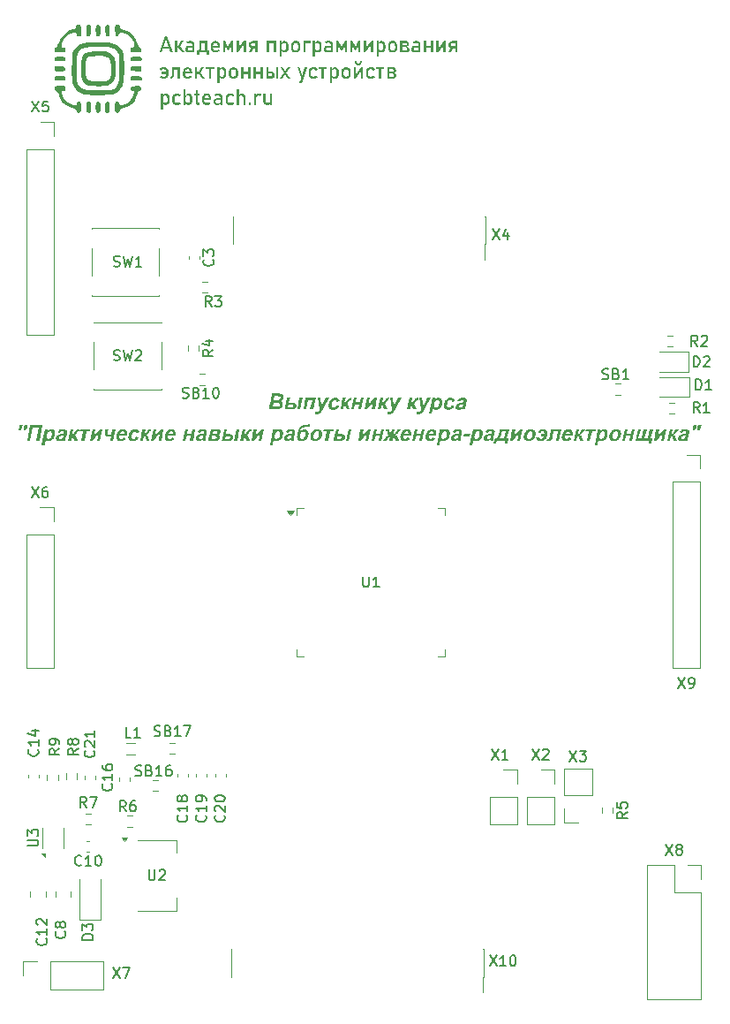
<source format=gbr>
%TF.GenerationSoftware,KiCad,Pcbnew,8.0.0*%
%TF.CreationDate,2024-11-20T18:03:40+03:00*%
%TF.ProjectId,box_side_blue,626f785f-7369-4646-955f-626c75652e6b,rev?*%
%TF.SameCoordinates,Original*%
%TF.FileFunction,Legend,Top*%
%TF.FilePolarity,Positive*%
%FSLAX46Y46*%
G04 Gerber Fmt 4.6, Leading zero omitted, Abs format (unit mm)*
G04 Created by KiCad (PCBNEW 8.0.0) date 2024-11-20 18:03:40*
%MOMM*%
%LPD*%
G01*
G04 APERTURE LIST*
%ADD10C,0.300000*%
%ADD11C,0.100000*%
%ADD12C,0.150000*%
%ADD13C,0.120000*%
%ADD14C,0.000000*%
G04 APERTURE END LIST*
D10*
G36*
X151340606Y-71221886D02*
G01*
X151418907Y-71225267D01*
X151494851Y-71232705D01*
X151517079Y-71236311D01*
X151589491Y-71257719D01*
X151654487Y-71296703D01*
X151658129Y-71299692D01*
X151708688Y-71355746D01*
X151742777Y-71422937D01*
X151744591Y-71427920D01*
X151760449Y-71501591D01*
X151758222Y-71576780D01*
X151753018Y-71607438D01*
X151731254Y-71679412D01*
X151697196Y-71747229D01*
X151655565Y-71805275D01*
X151600798Y-71861912D01*
X151538758Y-71907899D01*
X151476046Y-71940464D01*
X151547974Y-71971197D01*
X151610234Y-72017813D01*
X151654832Y-72077850D01*
X151681456Y-72148623D01*
X151689292Y-72227448D01*
X151680111Y-72306095D01*
X151657511Y-72382808D01*
X151625570Y-72451771D01*
X151591451Y-72507229D01*
X151542284Y-72569596D01*
X151486970Y-72622698D01*
X151431350Y-72662934D01*
X151363953Y-72697701D01*
X151289717Y-72721904D01*
X151216294Y-72734741D01*
X151139141Y-72739590D01*
X151064259Y-72741954D01*
X150984111Y-72743534D01*
X150906065Y-72744536D01*
X150854326Y-72745000D01*
X150351308Y-72745000D01*
X150404938Y-72487079D01*
X150703018Y-72487079D01*
X150979256Y-72487079D01*
X151052621Y-72486507D01*
X151129868Y-72483850D01*
X151185886Y-72477920D01*
X151257924Y-72453190D01*
X151306420Y-72418569D01*
X151351379Y-72359255D01*
X151374563Y-72291807D01*
X151377655Y-72216015D01*
X151365771Y-72178234D01*
X151316043Y-72124071D01*
X151287002Y-72110090D01*
X151209445Y-72095314D01*
X151129814Y-72090185D01*
X151051771Y-72088559D01*
X151026884Y-72088475D01*
X150786182Y-72088475D01*
X150703018Y-72487079D01*
X150404938Y-72487079D01*
X150541451Y-71830554D01*
X150839672Y-71830554D01*
X151035310Y-71830554D01*
X151114147Y-71830234D01*
X151189703Y-71828931D01*
X151252564Y-71825425D01*
X151324921Y-71807015D01*
X151384455Y-71770837D01*
X151432279Y-71711099D01*
X151452965Y-71652135D01*
X151455127Y-71577597D01*
X151439043Y-71537463D01*
X151379144Y-71493290D01*
X151338293Y-71483974D01*
X151260713Y-71480292D01*
X151178925Y-71479165D01*
X151097040Y-71478850D01*
X151084036Y-71478845D01*
X150912944Y-71478845D01*
X150839672Y-71830554D01*
X150541451Y-71830554D01*
X150668213Y-71220924D01*
X151258792Y-71220924D01*
X151340606Y-71221886D01*
G37*
G36*
X152280216Y-72111922D02*
G01*
X152564148Y-72111922D01*
X152642596Y-72113433D01*
X152718259Y-72118746D01*
X152792634Y-72130435D01*
X152814741Y-72136102D01*
X152884438Y-72170905D01*
X152933946Y-72225902D01*
X152942602Y-72240516D01*
X152967556Y-72310483D01*
X152970379Y-72390003D01*
X152964218Y-72429926D01*
X152942236Y-72503634D01*
X152903931Y-72574896D01*
X152851252Y-72633812D01*
X152808147Y-72666231D01*
X152740919Y-72700692D01*
X152662334Y-72725307D01*
X152584255Y-72738769D01*
X152510410Y-72744307D01*
X152471092Y-72745000D01*
X151865491Y-72745000D01*
X151904466Y-72557421D01*
X152187526Y-72557421D01*
X152450575Y-72557421D01*
X152525700Y-72552402D01*
X152599124Y-72530695D01*
X152605914Y-72527013D01*
X152657147Y-72473661D01*
X152673325Y-72427362D01*
X152665225Y-72353803D01*
X152634124Y-72326978D01*
X152561073Y-72307255D01*
X152487685Y-72300815D01*
X152424563Y-72299501D01*
X152241381Y-72299501D01*
X152187526Y-72557421D01*
X151904466Y-72557421D01*
X152094469Y-71642976D01*
X152377669Y-71642976D01*
X152280216Y-72111922D01*
G37*
G36*
X153343039Y-72745000D02*
G01*
X153059839Y-72745000D01*
X153288817Y-71642976D01*
X153572016Y-71642976D01*
X153343039Y-72745000D01*
G37*
G36*
X153873900Y-71642976D02*
G01*
X154824249Y-71642976D01*
X154595272Y-72745000D01*
X154311706Y-72745000D01*
X154497086Y-71854002D01*
X154113136Y-71854002D01*
X153927756Y-72745000D01*
X153644923Y-72745000D01*
X153873900Y-71642976D01*
G37*
G36*
X155018056Y-71642976D02*
G01*
X155319574Y-71642976D01*
X155413729Y-72423332D01*
X155825523Y-71642976D01*
X156118981Y-71642976D01*
X155520341Y-72705066D01*
X155410432Y-72908032D01*
X155369869Y-72970869D01*
X155324091Y-73032172D01*
X155310048Y-73048349D01*
X155255952Y-73099319D01*
X155216259Y-73126751D01*
X155146965Y-73159151D01*
X155098656Y-73173646D01*
X155023310Y-73186795D01*
X154950645Y-73190498D01*
X154875420Y-73186956D01*
X154798198Y-73175370D01*
X154793475Y-73174378D01*
X154812159Y-72964452D01*
X154887836Y-72977360D01*
X154929396Y-72979473D01*
X155003302Y-72968529D01*
X155069099Y-72932264D01*
X155089131Y-72913161D01*
X155136363Y-72853594D01*
X155175561Y-72787983D01*
X155196475Y-72745000D01*
X155018056Y-71642976D01*
G37*
G36*
X157137473Y-71947791D02*
G01*
X156848778Y-71994685D01*
X156839381Y-71919357D01*
X156810310Y-71871953D01*
X156743678Y-71836376D01*
X156689410Y-71830554D01*
X156613658Y-71841786D01*
X156545223Y-71875480D01*
X156503663Y-71910422D01*
X156457946Y-71970822D01*
X156423592Y-72043107D01*
X156398456Y-72121618D01*
X156385327Y-72177501D01*
X156372246Y-72251248D01*
X156364895Y-72326444D01*
X156367964Y-72405968D01*
X156387892Y-72471692D01*
X156440135Y-72530296D01*
X156509869Y-72555328D01*
X156542131Y-72557421D01*
X156617877Y-72545606D01*
X156683914Y-72510160D01*
X156734434Y-72455373D01*
X156772937Y-72387538D01*
X156790526Y-72346395D01*
X157059071Y-72393290D01*
X157026172Y-72459751D01*
X156982416Y-72529214D01*
X156932876Y-72589982D01*
X156877550Y-72642054D01*
X156834490Y-72673925D01*
X156769054Y-72710755D01*
X156697447Y-72738539D01*
X156619669Y-72757278D01*
X156535720Y-72766970D01*
X156484979Y-72768447D01*
X156401495Y-72763102D01*
X156326898Y-72747066D01*
X156251101Y-72714846D01*
X156187401Y-72668076D01*
X156142428Y-72616406D01*
X156102998Y-72544152D01*
X156081703Y-72473347D01*
X156071949Y-72394350D01*
X156073735Y-72307161D01*
X156084039Y-72228246D01*
X156090404Y-72195087D01*
X156110950Y-72112964D01*
X156137094Y-72036727D01*
X156168838Y-71966376D01*
X156206181Y-71901909D01*
X156258384Y-71832319D01*
X156318649Y-71771203D01*
X156385441Y-71719658D01*
X156456946Y-71678776D01*
X156533165Y-71648560D01*
X156614099Y-71629008D01*
X156699747Y-71620121D01*
X156729344Y-71619528D01*
X156810147Y-71623420D01*
X156891159Y-71637399D01*
X156967847Y-71665278D01*
X157023168Y-71700861D01*
X157076677Y-71759766D01*
X157111009Y-71826974D01*
X157130529Y-71898003D01*
X157137473Y-71947791D01*
G37*
G36*
X157424703Y-71642976D02*
G01*
X157706437Y-71642976D01*
X157614113Y-72088475D01*
X157687291Y-72069346D01*
X157722923Y-72045244D01*
X157770121Y-71983911D01*
X157809477Y-71919100D01*
X157825505Y-71890638D01*
X157863147Y-71826687D01*
X157909586Y-71760487D01*
X157963354Y-71704055D01*
X157986706Y-71687306D01*
X158057101Y-71657002D01*
X158133142Y-71644058D01*
X158165125Y-71642976D01*
X158239863Y-71645655D01*
X158276500Y-71647739D01*
X158239497Y-71830554D01*
X158165909Y-71833645D01*
X158093438Y-71851184D01*
X158091120Y-71852536D01*
X158040265Y-71911541D01*
X158002913Y-71974982D01*
X157995498Y-71988824D01*
X157953664Y-72058044D01*
X157903809Y-72118345D01*
X157844947Y-72163525D01*
X157814148Y-72177501D01*
X157879041Y-72212651D01*
X157931936Y-72273998D01*
X157964781Y-72339825D01*
X157990369Y-72421500D01*
X157996964Y-72443115D01*
X158092585Y-72745000D01*
X157787770Y-72745000D01*
X157713032Y-72427362D01*
X157692275Y-72356235D01*
X157663939Y-72303531D01*
X157593701Y-72276724D01*
X157574912Y-72276053D01*
X157477459Y-72745000D01*
X157195725Y-72745000D01*
X157424703Y-71642976D01*
G37*
G36*
X158475436Y-71642976D02*
G01*
X158758269Y-71642976D01*
X158675471Y-72041580D01*
X159080669Y-72041580D01*
X159163468Y-71642976D01*
X159447766Y-71642976D01*
X159218789Y-72745000D01*
X158934490Y-72745000D01*
X159036706Y-72252606D01*
X158631507Y-72252606D01*
X158529291Y-72745000D01*
X158246458Y-72745000D01*
X158475436Y-71642976D01*
G37*
G36*
X159746720Y-71642976D02*
G01*
X160018928Y-71642976D01*
X159869818Y-72361416D01*
X160454169Y-71642976D01*
X160732240Y-71642976D01*
X160503262Y-72745000D01*
X160231420Y-72745000D01*
X160382728Y-72016667D01*
X159789951Y-72745000D01*
X159517742Y-72745000D01*
X159746720Y-71642976D01*
G37*
G36*
X161034124Y-71642976D02*
G01*
X161315858Y-71642976D01*
X161223534Y-72088475D01*
X161296712Y-72069346D01*
X161332344Y-72045244D01*
X161379542Y-71983911D01*
X161418898Y-71919100D01*
X161434926Y-71890638D01*
X161472568Y-71826687D01*
X161519007Y-71760487D01*
X161572774Y-71704055D01*
X161596127Y-71687306D01*
X161666521Y-71657002D01*
X161742562Y-71644058D01*
X161774546Y-71642976D01*
X161849284Y-71645655D01*
X161885921Y-71647739D01*
X161848918Y-71830554D01*
X161775330Y-71833645D01*
X161702859Y-71851184D01*
X161700540Y-71852536D01*
X161649686Y-71911541D01*
X161612334Y-71974982D01*
X161604919Y-71988824D01*
X161563085Y-72058044D01*
X161513230Y-72118345D01*
X161454368Y-72163525D01*
X161423569Y-72177501D01*
X161488462Y-72212651D01*
X161541356Y-72273998D01*
X161574202Y-72339825D01*
X161599790Y-72421500D01*
X161606385Y-72443115D01*
X161702006Y-72745000D01*
X161397191Y-72745000D01*
X161322452Y-72427362D01*
X161301696Y-72356235D01*
X161273360Y-72303531D01*
X161203122Y-72276724D01*
X161184333Y-72276053D01*
X161086880Y-72745000D01*
X160805146Y-72745000D01*
X161034124Y-71642976D01*
G37*
G36*
X161961392Y-71642976D02*
G01*
X162262909Y-71642976D01*
X162357065Y-72423332D01*
X162768859Y-71642976D01*
X163062316Y-71642976D01*
X162463677Y-72705066D01*
X162353768Y-72908032D01*
X162313204Y-72970869D01*
X162267427Y-73032172D01*
X162253384Y-73048349D01*
X162199287Y-73099319D01*
X162159595Y-73126751D01*
X162090300Y-73159151D01*
X162041992Y-73173646D01*
X161966645Y-73186795D01*
X161893981Y-73190498D01*
X161818756Y-73186956D01*
X161741533Y-73175370D01*
X161736810Y-73174378D01*
X161755495Y-72964452D01*
X161831172Y-72977360D01*
X161872732Y-72979473D01*
X161946638Y-72968529D01*
X162012434Y-72932264D01*
X162032466Y-72913161D01*
X162079698Y-72853594D01*
X162118896Y-72787983D01*
X162139811Y-72745000D01*
X161961392Y-71642976D01*
G37*
G36*
X163836078Y-71642976D02*
G01*
X164117812Y-71642976D01*
X164025488Y-72088475D01*
X164098666Y-72069346D01*
X164134298Y-72045244D01*
X164181496Y-71983911D01*
X164220852Y-71919100D01*
X164236880Y-71890638D01*
X164274522Y-71826687D01*
X164320961Y-71760487D01*
X164374728Y-71704055D01*
X164398080Y-71687306D01*
X164468475Y-71657002D01*
X164544516Y-71644058D01*
X164576500Y-71642976D01*
X164651238Y-71645655D01*
X164687875Y-71647739D01*
X164650872Y-71830554D01*
X164577284Y-71833645D01*
X164504813Y-71851184D01*
X164502494Y-71852536D01*
X164451640Y-71911541D01*
X164414288Y-71974982D01*
X164406873Y-71988824D01*
X164365039Y-72058044D01*
X164315184Y-72118345D01*
X164256322Y-72163525D01*
X164225523Y-72177501D01*
X164290416Y-72212651D01*
X164343310Y-72273998D01*
X164376156Y-72339825D01*
X164401744Y-72421500D01*
X164408339Y-72443115D01*
X164503960Y-72745000D01*
X164199145Y-72745000D01*
X164124406Y-72427362D01*
X164103650Y-72356235D01*
X164075314Y-72303531D01*
X164005076Y-72276724D01*
X163986287Y-72276053D01*
X163888834Y-72745000D01*
X163607100Y-72745000D01*
X163836078Y-71642976D01*
G37*
G36*
X164763346Y-71642976D02*
G01*
X165064863Y-71642976D01*
X165159019Y-72423332D01*
X165570812Y-71642976D01*
X165864270Y-71642976D01*
X165265631Y-72705066D01*
X165155722Y-72908032D01*
X165115158Y-72970869D01*
X165069381Y-73032172D01*
X165055338Y-73048349D01*
X165001241Y-73099319D01*
X164961549Y-73126751D01*
X164892254Y-73159151D01*
X164843946Y-73173646D01*
X164768599Y-73186795D01*
X164695935Y-73190498D01*
X164620710Y-73186956D01*
X164543487Y-73175370D01*
X164538764Y-73174378D01*
X164557449Y-72964452D01*
X164633126Y-72977360D01*
X164674685Y-72979473D01*
X164748592Y-72968529D01*
X164814388Y-72932264D01*
X164834420Y-72913161D01*
X164881652Y-72853594D01*
X164920850Y-72787983D01*
X164941765Y-72745000D01*
X164763346Y-71642976D01*
G37*
G36*
X166709913Y-71626716D02*
G01*
X166788041Y-71652533D01*
X166855177Y-71697127D01*
X166904905Y-71751548D01*
X166917568Y-71769738D01*
X166953446Y-71840957D01*
X166974529Y-71923501D01*
X166980823Y-72003266D01*
X166976246Y-72091353D01*
X166964128Y-72171114D01*
X166960799Y-72187759D01*
X166940362Y-72270859D01*
X166914774Y-72347965D01*
X166884034Y-72419079D01*
X166848142Y-72484200D01*
X166798270Y-72554434D01*
X166740980Y-72616039D01*
X166679130Y-72667834D01*
X166615580Y-72708913D01*
X166539290Y-72743294D01*
X166460686Y-72763089D01*
X166391468Y-72768447D01*
X166313845Y-72760558D01*
X166242404Y-72734752D01*
X166238328Y-72732543D01*
X166178259Y-72687270D01*
X166127371Y-72629801D01*
X166111933Y-72608712D01*
X165995795Y-73167051D01*
X165712595Y-73167051D01*
X165885421Y-72335888D01*
X166181369Y-72335888D01*
X166190266Y-72410898D01*
X166210484Y-72463998D01*
X166256835Y-72520928D01*
X166322979Y-72552951D01*
X166365457Y-72557421D01*
X166443228Y-72543272D01*
X166510401Y-72505096D01*
X166547540Y-72471692D01*
X166595561Y-72407378D01*
X166627949Y-72340470D01*
X166651894Y-72270657D01*
X166671737Y-72190324D01*
X166684234Y-72114865D01*
X166688299Y-72039703D01*
X166678052Y-71962366D01*
X166660746Y-71919214D01*
X166612514Y-71861810D01*
X166541909Y-71832719D01*
X166512002Y-71830554D01*
X166436388Y-71842765D01*
X166365617Y-71879395D01*
X166321127Y-71917383D01*
X166272061Y-71979843D01*
X166236406Y-72050068D01*
X166211476Y-72123633D01*
X166199127Y-72174937D01*
X166185771Y-72255637D01*
X166181369Y-72335888D01*
X165885421Y-72335888D01*
X166029501Y-71642976D01*
X166293649Y-71642976D01*
X166260310Y-71803810D01*
X166315866Y-71746416D01*
X166374124Y-71701590D01*
X166427006Y-71670453D01*
X166495756Y-71641460D01*
X166573027Y-71623557D01*
X166632536Y-71619528D01*
X166709913Y-71626716D01*
G37*
G36*
X168189951Y-71947791D02*
G01*
X167901256Y-71994685D01*
X167891859Y-71919357D01*
X167862787Y-71871953D01*
X167796155Y-71836376D01*
X167741887Y-71830554D01*
X167666136Y-71841786D01*
X167597700Y-71875480D01*
X167556140Y-71910422D01*
X167510424Y-71970822D01*
X167476069Y-72043107D01*
X167450933Y-72121618D01*
X167437805Y-72177501D01*
X167424723Y-72251248D01*
X167417372Y-72326444D01*
X167420441Y-72405968D01*
X167440369Y-72471692D01*
X167492612Y-72530296D01*
X167562346Y-72555328D01*
X167594609Y-72557421D01*
X167670355Y-72545606D01*
X167736392Y-72510160D01*
X167786911Y-72455373D01*
X167825414Y-72387538D01*
X167843004Y-72346395D01*
X168111549Y-72393290D01*
X168078649Y-72459751D01*
X168034894Y-72529214D01*
X167985353Y-72589982D01*
X167930028Y-72642054D01*
X167886967Y-72673925D01*
X167821531Y-72710755D01*
X167749924Y-72738539D01*
X167672146Y-72757278D01*
X167588197Y-72766970D01*
X167537456Y-72768447D01*
X167453972Y-72763102D01*
X167379375Y-72747066D01*
X167303578Y-72714846D01*
X167239878Y-72668076D01*
X167194905Y-72616406D01*
X167155475Y-72544152D01*
X167134180Y-72473347D01*
X167124426Y-72394350D01*
X167126212Y-72307161D01*
X167136516Y-72228246D01*
X167142882Y-72195087D01*
X167163427Y-72112964D01*
X167189572Y-72036727D01*
X167221315Y-71966376D01*
X167258658Y-71901909D01*
X167310861Y-71832319D01*
X167371127Y-71771203D01*
X167437918Y-71719658D01*
X167509423Y-71678776D01*
X167585643Y-71648560D01*
X167666576Y-71629008D01*
X167752224Y-71620121D01*
X167781821Y-71619528D01*
X167862624Y-71623420D01*
X167943637Y-71637399D01*
X168020324Y-71665278D01*
X168075645Y-71700861D01*
X168129154Y-71759766D01*
X168163486Y-71826974D01*
X168183006Y-71898003D01*
X168189951Y-71947791D01*
G37*
G36*
X169014143Y-71621737D02*
G01*
X169090644Y-71629671D01*
X169167466Y-71647703D01*
X169208810Y-71665690D01*
X169270078Y-71710850D01*
X169311936Y-71774140D01*
X169315055Y-71782927D01*
X169323469Y-71860028D01*
X169317181Y-71936429D01*
X169305437Y-72008875D01*
X169298569Y-72043412D01*
X169224563Y-72383398D01*
X169209983Y-72458978D01*
X169198460Y-72534981D01*
X169193789Y-72597355D01*
X169199111Y-72673328D01*
X169213939Y-72745000D01*
X168934036Y-72745000D01*
X168926543Y-72669986D01*
X168925610Y-72655607D01*
X168923046Y-72620069D01*
X168862084Y-72666784D01*
X168794988Y-72707674D01*
X168744260Y-72731444D01*
X168670428Y-72755402D01*
X168595387Y-72767146D01*
X168560345Y-72768447D01*
X168483294Y-72762631D01*
X168409913Y-72742184D01*
X168344898Y-72702199D01*
X168318911Y-72675390D01*
X168279240Y-72605570D01*
X168264815Y-72531953D01*
X168269452Y-72457439D01*
X168272749Y-72439818D01*
X168280165Y-72415638D01*
X168561078Y-72415638D01*
X168568303Y-72490710D01*
X168584525Y-72515655D01*
X168649304Y-72553342D01*
X168688939Y-72557421D01*
X168761448Y-72546714D01*
X168830430Y-72517402D01*
X168845376Y-72508695D01*
X168901765Y-72461554D01*
X168931838Y-72417836D01*
X168956828Y-72344221D01*
X168970673Y-72283747D01*
X168982030Y-72229159D01*
X168907567Y-72248484D01*
X168830441Y-72265263D01*
X168800680Y-72271290D01*
X168725956Y-72287828D01*
X168655175Y-72310099D01*
X168636915Y-72318918D01*
X168581544Y-72368274D01*
X168561078Y-72415638D01*
X168280165Y-72415638D01*
X168295172Y-72366703D01*
X168330292Y-72300359D01*
X168350785Y-72272023D01*
X168403007Y-72217638D01*
X168464420Y-72174741D01*
X168495865Y-72158817D01*
X168570139Y-72130807D01*
X168646439Y-72109591D01*
X168726305Y-72092148D01*
X168735833Y-72090307D01*
X168808979Y-72075937D01*
X168883343Y-72059660D01*
X168961593Y-72039506D01*
X169025628Y-72018133D01*
X169031856Y-71988457D01*
X169037076Y-71915368D01*
X169016835Y-71866824D01*
X168945165Y-71835655D01*
X168872487Y-71830554D01*
X168799458Y-71839343D01*
X168747557Y-71861695D01*
X168691890Y-71915336D01*
X168656332Y-71971238D01*
X168409403Y-71924344D01*
X168450001Y-71851712D01*
X168496323Y-71789155D01*
X168548369Y-71736673D01*
X168606140Y-71694267D01*
X168672384Y-71661569D01*
X168749480Y-71638213D01*
X168825843Y-71625440D01*
X168910516Y-71619820D01*
X168936235Y-71619528D01*
X169014143Y-71621737D01*
G37*
G36*
X126371127Y-74760212D02*
G01*
X126376256Y-74477745D01*
X126429745Y-74220924D01*
X126738224Y-74220924D01*
X126684734Y-74477745D01*
X126579588Y-74760212D01*
X126371127Y-74760212D01*
G37*
G36*
X126825785Y-74760212D02*
G01*
X126830547Y-74477745D01*
X126884036Y-74220924D01*
X127192882Y-74220924D01*
X127139392Y-74477745D01*
X127034246Y-74760212D01*
X126825785Y-74760212D01*
G37*
G36*
X127466189Y-74220924D02*
G01*
X128641486Y-74220924D01*
X128324581Y-75745000D01*
X128025994Y-75745000D01*
X128289410Y-74478845D01*
X127710921Y-74478845D01*
X127447505Y-75745000D01*
X127149284Y-75745000D01*
X127466189Y-74220924D01*
G37*
G36*
X129553807Y-74626716D02*
G01*
X129631935Y-74652533D01*
X129699071Y-74697127D01*
X129748799Y-74751548D01*
X129761461Y-74769738D01*
X129797340Y-74840957D01*
X129818423Y-74923501D01*
X129824717Y-75003266D01*
X129820140Y-75091353D01*
X129808022Y-75171114D01*
X129804692Y-75187759D01*
X129784256Y-75270859D01*
X129758668Y-75347965D01*
X129727928Y-75419079D01*
X129692035Y-75484200D01*
X129642164Y-75554434D01*
X129584874Y-75616039D01*
X129523024Y-75667834D01*
X129459474Y-75708913D01*
X129383184Y-75743294D01*
X129304579Y-75763089D01*
X129235362Y-75768447D01*
X129157739Y-75760558D01*
X129086298Y-75734752D01*
X129082222Y-75732543D01*
X129022153Y-75687270D01*
X128971265Y-75629801D01*
X128955826Y-75608712D01*
X128839689Y-76167051D01*
X128556489Y-76167051D01*
X128729315Y-75335888D01*
X129025263Y-75335888D01*
X129034160Y-75410898D01*
X129054378Y-75463998D01*
X129100729Y-75520928D01*
X129166873Y-75552951D01*
X129209351Y-75557421D01*
X129287122Y-75543272D01*
X129354295Y-75505096D01*
X129391434Y-75471692D01*
X129439454Y-75407378D01*
X129471843Y-75340470D01*
X129495788Y-75270657D01*
X129515631Y-75190324D01*
X129528128Y-75114865D01*
X129532193Y-75039703D01*
X129521946Y-74962366D01*
X129504640Y-74919214D01*
X129456408Y-74861810D01*
X129385803Y-74832719D01*
X129355896Y-74830554D01*
X129280282Y-74842765D01*
X129209511Y-74879395D01*
X129165020Y-74917383D01*
X129115955Y-74979843D01*
X129080300Y-75050068D01*
X129055370Y-75123633D01*
X129043021Y-75174937D01*
X129029665Y-75255637D01*
X129025263Y-75335888D01*
X128729315Y-75335888D01*
X128873394Y-74642976D01*
X129137543Y-74642976D01*
X129104204Y-74803810D01*
X129159760Y-74746416D01*
X129218018Y-74701590D01*
X129270900Y-74670453D01*
X129339650Y-74641460D01*
X129416921Y-74623557D01*
X129476430Y-74619528D01*
X129553807Y-74626716D01*
G37*
G36*
X130665155Y-74621737D02*
G01*
X130741656Y-74629671D01*
X130818478Y-74647703D01*
X130859822Y-74665690D01*
X130921090Y-74710850D01*
X130962947Y-74774140D01*
X130966067Y-74782927D01*
X130974481Y-74860028D01*
X130968192Y-74936429D01*
X130956449Y-75008875D01*
X130949581Y-75043412D01*
X130875575Y-75383398D01*
X130860995Y-75458978D01*
X130849472Y-75534981D01*
X130844801Y-75597355D01*
X130850123Y-75673328D01*
X130864951Y-75745000D01*
X130585048Y-75745000D01*
X130577555Y-75669986D01*
X130576622Y-75655607D01*
X130574057Y-75620069D01*
X130513096Y-75666784D01*
X130446000Y-75707674D01*
X130395272Y-75731444D01*
X130321440Y-75755402D01*
X130246399Y-75767146D01*
X130211357Y-75768447D01*
X130134306Y-75762631D01*
X130060925Y-75742184D01*
X129995910Y-75702199D01*
X129969923Y-75675390D01*
X129930252Y-75605570D01*
X129915827Y-75531953D01*
X129920464Y-75457439D01*
X129923761Y-75439818D01*
X129931177Y-75415638D01*
X130212090Y-75415638D01*
X130219314Y-75490710D01*
X130235537Y-75515655D01*
X130300316Y-75553342D01*
X130339951Y-75557421D01*
X130412460Y-75546714D01*
X130481442Y-75517402D01*
X130496388Y-75508695D01*
X130552777Y-75461554D01*
X130582850Y-75417836D01*
X130607839Y-75344221D01*
X130621685Y-75283747D01*
X130633042Y-75229159D01*
X130558579Y-75248484D01*
X130481453Y-75265263D01*
X130451692Y-75271290D01*
X130376967Y-75287828D01*
X130306186Y-75310099D01*
X130287927Y-75318918D01*
X130232556Y-75368274D01*
X130212090Y-75415638D01*
X129931177Y-75415638D01*
X129946184Y-75366703D01*
X129981304Y-75300359D01*
X130001796Y-75272023D01*
X130054019Y-75217638D01*
X130115432Y-75174741D01*
X130146877Y-75158817D01*
X130221151Y-75130807D01*
X130297451Y-75109591D01*
X130377317Y-75092148D01*
X130386845Y-75090307D01*
X130459991Y-75075937D01*
X130534355Y-75059660D01*
X130612604Y-75039506D01*
X130676639Y-75018133D01*
X130682868Y-74988457D01*
X130688088Y-74915368D01*
X130667847Y-74866824D01*
X130596177Y-74835655D01*
X130523499Y-74830554D01*
X130450470Y-74839343D01*
X130398569Y-74861695D01*
X130342902Y-74915336D01*
X130307344Y-74971238D01*
X130060415Y-74924344D01*
X130101012Y-74851712D01*
X130147335Y-74789155D01*
X130199381Y-74736673D01*
X130257152Y-74694267D01*
X130323396Y-74661569D01*
X130400492Y-74638213D01*
X130476855Y-74625440D01*
X130561528Y-74619820D01*
X130587247Y-74619528D01*
X130665155Y-74621737D01*
G37*
G36*
X131321074Y-74642976D02*
G01*
X131602808Y-74642976D01*
X131510484Y-75088475D01*
X131583663Y-75069346D01*
X131619295Y-75045244D01*
X131666493Y-74983911D01*
X131705848Y-74919100D01*
X131721877Y-74890638D01*
X131759518Y-74826687D01*
X131805957Y-74760487D01*
X131859725Y-74704055D01*
X131883077Y-74687306D01*
X131953472Y-74657002D01*
X132029513Y-74644058D01*
X132061496Y-74642976D01*
X132136235Y-74645655D01*
X132172871Y-74647739D01*
X132135868Y-74830554D01*
X132062281Y-74833645D01*
X131989810Y-74851184D01*
X131987491Y-74852536D01*
X131936637Y-74911541D01*
X131899284Y-74974982D01*
X131891870Y-74988824D01*
X131850035Y-75058044D01*
X131800180Y-75118345D01*
X131741319Y-75163525D01*
X131710519Y-75177501D01*
X131775412Y-75212651D01*
X131828307Y-75273998D01*
X131861153Y-75339825D01*
X131886741Y-75421500D01*
X131893335Y-75443115D01*
X131988956Y-75745000D01*
X131684141Y-75745000D01*
X131609403Y-75427362D01*
X131588646Y-75356235D01*
X131560310Y-75303531D01*
X131490072Y-75276724D01*
X131471284Y-75276053D01*
X131373831Y-75745000D01*
X131092096Y-75745000D01*
X131321074Y-74642976D01*
G37*
G36*
X132255669Y-74642976D02*
G01*
X133224337Y-74642976D01*
X133180739Y-74854002D01*
X132838189Y-74854002D01*
X132652808Y-75745000D01*
X132369242Y-75745000D01*
X132554623Y-74854002D01*
X132212072Y-74854002D01*
X132255669Y-74642976D01*
G37*
G36*
X133402756Y-74642976D02*
G01*
X133674965Y-74642976D01*
X133525854Y-75361416D01*
X134110205Y-74642976D01*
X134388276Y-74642976D01*
X134159298Y-75745000D01*
X133887456Y-75745000D01*
X134038764Y-75016667D01*
X133445987Y-75745000D01*
X133173778Y-75745000D01*
X133402756Y-74642976D01*
G37*
G36*
X134667812Y-74642976D02*
G01*
X134953942Y-74642976D01*
X134898255Y-74911887D01*
X134885686Y-74988056D01*
X134885066Y-75049274D01*
X134920098Y-75114036D01*
X134935258Y-75126577D01*
X135003837Y-75154283D01*
X135057623Y-75158817D01*
X135134012Y-75150928D01*
X135209333Y-75131328D01*
X135234211Y-75122913D01*
X135333862Y-74642976D01*
X135617062Y-74642976D01*
X135388084Y-75745000D01*
X135104884Y-75745000D01*
X135197208Y-75300966D01*
X135124978Y-75318667D01*
X135052775Y-75333574D01*
X134978043Y-75344221D01*
X134935990Y-75346395D01*
X134858424Y-75340814D01*
X134781697Y-75321782D01*
X134713974Y-75289242D01*
X134655155Y-75241844D01*
X134614342Y-75180263D01*
X134602233Y-75142697D01*
X134594728Y-75067357D01*
X134599257Y-74991902D01*
X134611715Y-74914142D01*
X134613590Y-74904926D01*
X134667812Y-74642976D01*
G37*
G36*
X136418395Y-74625209D02*
G01*
X136493691Y-74642249D01*
X136569621Y-74676487D01*
X136632718Y-74726188D01*
X136676587Y-74781095D01*
X136709543Y-74847723D01*
X136729824Y-74926433D01*
X136737044Y-75001253D01*
X136735463Y-75084463D01*
X136725080Y-75176063D01*
X136710437Y-75255384D01*
X136705896Y-75276053D01*
X135996249Y-75276053D01*
X135988013Y-75353605D01*
X135997492Y-75431366D01*
X136021528Y-75483415D01*
X136074562Y-75534005D01*
X136145828Y-75556265D01*
X136169539Y-75557421D01*
X136243376Y-75545668D01*
X136288241Y-75524082D01*
X136342775Y-75473708D01*
X136379099Y-75416737D01*
X136652041Y-75463632D01*
X136612255Y-75525466D01*
X136561205Y-75587806D01*
X136504201Y-75641260D01*
X136441243Y-75685831D01*
X136432955Y-75690778D01*
X136363575Y-75724758D01*
X136288790Y-75749030D01*
X136208603Y-75763592D01*
X136134005Y-75768371D01*
X136123011Y-75768447D01*
X136040164Y-75763876D01*
X135966333Y-75750164D01*
X135889637Y-75721644D01*
X135825924Y-75679960D01*
X135775194Y-75625113D01*
X135748586Y-75581235D01*
X135721744Y-75511766D01*
X135706612Y-75434795D01*
X135703191Y-75350320D01*
X135709579Y-75271941D01*
X135721475Y-75202414D01*
X135742012Y-75119903D01*
X135752712Y-75088475D01*
X136040579Y-75088475D01*
X136463729Y-75088475D01*
X136471321Y-75015417D01*
X136460759Y-74938199D01*
X136439916Y-74896500D01*
X136383312Y-74847041D01*
X136306559Y-74830554D01*
X136229072Y-74843808D01*
X136163021Y-74879849D01*
X136139131Y-74899797D01*
X136090067Y-74958959D01*
X136057854Y-75025411D01*
X136040579Y-75088475D01*
X135752712Y-75088475D01*
X135768130Y-75043189D01*
X135799829Y-74972270D01*
X135837109Y-74907147D01*
X135889213Y-74836651D01*
X135949354Y-74774501D01*
X136015106Y-74721834D01*
X136083770Y-74680064D01*
X136155344Y-74649191D01*
X136229829Y-74629214D01*
X136307225Y-74620134D01*
X136333670Y-74619528D01*
X136418395Y-74625209D01*
G37*
G36*
X137930286Y-74947791D02*
G01*
X137641591Y-74994685D01*
X137632194Y-74919357D01*
X137603122Y-74871953D01*
X137536490Y-74836376D01*
X137482222Y-74830554D01*
X137406471Y-74841786D01*
X137338035Y-74875480D01*
X137296475Y-74910422D01*
X137250759Y-74970822D01*
X137216404Y-75043107D01*
X137191268Y-75121618D01*
X137178140Y-75177501D01*
X137165058Y-75251248D01*
X137157707Y-75326444D01*
X137160776Y-75405968D01*
X137180704Y-75471692D01*
X137232947Y-75530296D01*
X137302681Y-75555328D01*
X137334944Y-75557421D01*
X137410689Y-75545606D01*
X137476727Y-75510160D01*
X137527246Y-75455373D01*
X137565749Y-75387538D01*
X137583339Y-75346395D01*
X137851884Y-75393290D01*
X137818984Y-75459751D01*
X137775229Y-75529214D01*
X137725688Y-75589982D01*
X137670363Y-75642054D01*
X137627302Y-75673925D01*
X137561866Y-75710755D01*
X137490259Y-75738539D01*
X137412481Y-75757278D01*
X137328532Y-75766970D01*
X137277791Y-75768447D01*
X137194307Y-75763102D01*
X137119710Y-75747066D01*
X137043913Y-75714846D01*
X136980213Y-75668076D01*
X136935240Y-75616406D01*
X136895810Y-75544152D01*
X136874515Y-75473347D01*
X136864761Y-75394350D01*
X136866547Y-75307161D01*
X136876851Y-75228246D01*
X136883217Y-75195087D01*
X136903762Y-75112964D01*
X136929907Y-75036727D01*
X136961650Y-74966376D01*
X136998993Y-74901909D01*
X137051196Y-74832319D01*
X137111461Y-74771203D01*
X137178253Y-74719658D01*
X137249758Y-74678776D01*
X137325978Y-74648560D01*
X137406911Y-74629008D01*
X137492559Y-74620121D01*
X137522156Y-74619528D01*
X137602959Y-74623420D01*
X137683971Y-74637399D01*
X137760659Y-74665278D01*
X137815980Y-74700861D01*
X137869489Y-74759766D01*
X137903821Y-74826974D01*
X137923341Y-74898003D01*
X137930286Y-74947791D01*
G37*
G36*
X138217515Y-74642976D02*
G01*
X138499249Y-74642976D01*
X138406926Y-75088475D01*
X138480104Y-75069346D01*
X138515736Y-75045244D01*
X138562934Y-74983911D01*
X138602289Y-74919100D01*
X138618318Y-74890638D01*
X138655959Y-74826687D01*
X138702398Y-74760487D01*
X138756166Y-74704055D01*
X138779518Y-74687306D01*
X138849913Y-74657002D01*
X138925954Y-74644058D01*
X138957937Y-74642976D01*
X139032676Y-74645655D01*
X139069312Y-74647739D01*
X139032309Y-74830554D01*
X138958722Y-74833645D01*
X138886251Y-74851184D01*
X138883932Y-74852536D01*
X138833078Y-74911541D01*
X138795725Y-74974982D01*
X138788311Y-74988824D01*
X138746477Y-75058044D01*
X138696621Y-75118345D01*
X138637760Y-75163525D01*
X138606960Y-75177501D01*
X138671853Y-75212651D01*
X138724748Y-75273998D01*
X138757594Y-75339825D01*
X138783182Y-75421500D01*
X138789776Y-75443115D01*
X138885397Y-75745000D01*
X138580582Y-75745000D01*
X138505844Y-75427362D01*
X138485087Y-75356235D01*
X138456751Y-75303531D01*
X138386513Y-75276724D01*
X138367725Y-75276053D01*
X138270272Y-75745000D01*
X137988538Y-75745000D01*
X138217515Y-74642976D01*
G37*
G36*
X139271912Y-74642976D02*
G01*
X139544120Y-74642976D01*
X139395010Y-75361416D01*
X139979361Y-74642976D01*
X140257431Y-74642976D01*
X140028454Y-75745000D01*
X139756612Y-75745000D01*
X139907920Y-75016667D01*
X139315143Y-75745000D01*
X139042934Y-75745000D01*
X139271912Y-74642976D01*
G37*
G36*
X141068290Y-74625209D02*
G01*
X141143586Y-74642249D01*
X141219516Y-74676487D01*
X141282613Y-74726188D01*
X141326482Y-74781095D01*
X141359438Y-74847723D01*
X141379720Y-74926433D01*
X141386940Y-75001253D01*
X141385358Y-75084463D01*
X141374976Y-75176063D01*
X141360332Y-75255384D01*
X141355792Y-75276053D01*
X140646144Y-75276053D01*
X140637908Y-75353605D01*
X140647388Y-75431366D01*
X140671423Y-75483415D01*
X140724457Y-75534005D01*
X140795724Y-75556265D01*
X140819434Y-75557421D01*
X140893272Y-75545668D01*
X140938136Y-75524082D01*
X140992670Y-75473708D01*
X141028995Y-75416737D01*
X141301936Y-75463632D01*
X141262150Y-75525466D01*
X141211100Y-75587806D01*
X141154096Y-75641260D01*
X141091138Y-75685831D01*
X141082850Y-75690778D01*
X141013470Y-75724758D01*
X140938686Y-75749030D01*
X140858498Y-75763592D01*
X140783900Y-75768371D01*
X140772906Y-75768447D01*
X140690059Y-75763876D01*
X140616228Y-75750164D01*
X140539532Y-75721644D01*
X140475819Y-75679960D01*
X140425089Y-75625113D01*
X140398482Y-75581235D01*
X140371639Y-75511766D01*
X140356507Y-75434795D01*
X140353086Y-75350320D01*
X140359475Y-75271941D01*
X140371371Y-75202414D01*
X140391907Y-75119903D01*
X140402607Y-75088475D01*
X140690474Y-75088475D01*
X141113625Y-75088475D01*
X141121217Y-75015417D01*
X141110654Y-74938199D01*
X141089811Y-74896500D01*
X141033208Y-74847041D01*
X140956454Y-74830554D01*
X140878967Y-74843808D01*
X140812917Y-74879849D01*
X140789026Y-74899797D01*
X140739962Y-74958959D01*
X140707749Y-75025411D01*
X140690474Y-75088475D01*
X140402607Y-75088475D01*
X140418025Y-75043189D01*
X140449724Y-74972270D01*
X140487004Y-74907147D01*
X140539108Y-74836651D01*
X140599249Y-74774501D01*
X140665002Y-74721834D01*
X140733665Y-74680064D01*
X140805239Y-74649191D01*
X140879724Y-74629214D01*
X140957120Y-74620134D01*
X140983565Y-74619528D01*
X141068290Y-74625209D01*
G37*
G36*
X142310537Y-74642976D02*
G01*
X142593370Y-74642976D01*
X142510572Y-75041580D01*
X142915771Y-75041580D01*
X142998569Y-74642976D01*
X143282868Y-74642976D01*
X143053890Y-75745000D01*
X142769591Y-75745000D01*
X142871807Y-75252606D01*
X142466608Y-75252606D01*
X142364392Y-75745000D01*
X142081559Y-75745000D01*
X142310537Y-74642976D01*
G37*
G36*
X144090207Y-74621737D02*
G01*
X144166709Y-74629671D01*
X144243531Y-74647703D01*
X144284874Y-74665690D01*
X144346143Y-74710850D01*
X144388000Y-74774140D01*
X144391120Y-74782927D01*
X144399533Y-74860028D01*
X144393245Y-74936429D01*
X144381501Y-75008875D01*
X144374633Y-75043412D01*
X144300628Y-75383398D01*
X144286047Y-75458978D01*
X144274524Y-75534981D01*
X144269853Y-75597355D01*
X144275175Y-75673328D01*
X144290003Y-75745000D01*
X144010101Y-75745000D01*
X144002607Y-75669986D01*
X144001674Y-75655607D01*
X143999110Y-75620069D01*
X143938148Y-75666784D01*
X143871052Y-75707674D01*
X143820324Y-75731444D01*
X143746492Y-75755402D01*
X143671451Y-75767146D01*
X143636409Y-75768447D01*
X143559358Y-75762631D01*
X143485978Y-75742184D01*
X143420962Y-75702199D01*
X143394975Y-75675390D01*
X143355305Y-75605570D01*
X143340879Y-75531953D01*
X143345516Y-75457439D01*
X143348813Y-75439818D01*
X143356229Y-75415638D01*
X143637142Y-75415638D01*
X143644367Y-75490710D01*
X143660589Y-75515655D01*
X143725368Y-75553342D01*
X143765003Y-75557421D01*
X143837512Y-75546714D01*
X143906494Y-75517402D01*
X143921441Y-75508695D01*
X143977829Y-75461554D01*
X144007903Y-75417836D01*
X144032892Y-75344221D01*
X144046737Y-75283747D01*
X144058094Y-75229159D01*
X143983631Y-75248484D01*
X143906505Y-75265263D01*
X143876744Y-75271290D01*
X143802020Y-75287828D01*
X143731239Y-75310099D01*
X143712979Y-75318918D01*
X143657608Y-75368274D01*
X143637142Y-75415638D01*
X143356229Y-75415638D01*
X143371236Y-75366703D01*
X143406357Y-75300359D01*
X143426849Y-75272023D01*
X143479071Y-75217638D01*
X143540485Y-75174741D01*
X143571929Y-75158817D01*
X143646204Y-75130807D01*
X143722503Y-75109591D01*
X143802369Y-75092148D01*
X143811898Y-75090307D01*
X143885043Y-75075937D01*
X143959408Y-75059660D01*
X144037657Y-75039506D01*
X144101692Y-75018133D01*
X144107920Y-74988457D01*
X144113141Y-74915368D01*
X144092899Y-74866824D01*
X144021229Y-74835655D01*
X143948551Y-74830554D01*
X143875522Y-74839343D01*
X143823621Y-74861695D01*
X143767954Y-74915336D01*
X143732397Y-74971238D01*
X143485467Y-74924344D01*
X143526065Y-74851712D01*
X143572387Y-74789155D01*
X143624434Y-74736673D01*
X143682205Y-74694267D01*
X143748448Y-74661569D01*
X143825545Y-74638213D01*
X143901908Y-74625440D01*
X143986580Y-74619820D01*
X144012299Y-74619528D01*
X144090207Y-74621737D01*
G37*
G36*
X145457865Y-74646359D02*
G01*
X145534046Y-74658512D01*
X145603327Y-74682749D01*
X145650314Y-74713684D01*
X145695033Y-74776762D01*
X145708870Y-74852234D01*
X145700872Y-74926542D01*
X145677830Y-74996792D01*
X145639068Y-75059303D01*
X145615875Y-75085544D01*
X145559453Y-75132878D01*
X145492334Y-75167219D01*
X145466765Y-75175303D01*
X145535974Y-75203467D01*
X145593015Y-75254037D01*
X145609647Y-75281549D01*
X145632227Y-75352384D01*
X145632648Y-75428970D01*
X145628698Y-75451908D01*
X145603968Y-75528472D01*
X145563210Y-75595592D01*
X145506424Y-75653265D01*
X145493143Y-75663667D01*
X145426550Y-75702983D01*
X145348771Y-75729432D01*
X145270244Y-75742140D01*
X145205547Y-75745000D01*
X144531071Y-75745000D01*
X144570046Y-75557421D01*
X144854937Y-75557421D01*
X145078785Y-75557421D01*
X145154934Y-75553871D01*
X145231690Y-75539085D01*
X145261601Y-75527379D01*
X145316766Y-75478100D01*
X145339637Y-75418935D01*
X145335180Y-75343433D01*
X145299337Y-75306828D01*
X145225205Y-75285791D01*
X145152072Y-75278488D01*
X145070327Y-75276083D01*
X145059002Y-75276053D01*
X144913555Y-75276053D01*
X144854937Y-75557421D01*
X144570046Y-75557421D01*
X144667483Y-75088475D01*
X144952756Y-75088475D01*
X145135205Y-75088475D01*
X145211162Y-75085291D01*
X145285213Y-75073063D01*
X145332676Y-75055868D01*
X145390520Y-75007246D01*
X145412909Y-74952920D01*
X145402268Y-74880081D01*
X145377739Y-74858764D01*
X145306114Y-74837607D01*
X145230308Y-74831243D01*
X145188695Y-74830554D01*
X145006245Y-74830554D01*
X144952756Y-75088475D01*
X144667483Y-75088475D01*
X144760048Y-74642976D01*
X145379937Y-74642976D01*
X145457865Y-74646359D01*
G37*
G36*
X146235764Y-75111922D02*
G01*
X146519696Y-75111922D01*
X146598144Y-75113433D01*
X146673807Y-75118746D01*
X146748181Y-75130435D01*
X146770289Y-75136102D01*
X146839986Y-75170905D01*
X146889494Y-75225902D01*
X146898150Y-75240516D01*
X146923103Y-75310483D01*
X146925927Y-75390003D01*
X146919766Y-75429926D01*
X146897784Y-75503634D01*
X146859479Y-75574896D01*
X146806800Y-75633812D01*
X146763695Y-75666231D01*
X146696467Y-75700692D01*
X146617882Y-75725307D01*
X146539803Y-75738769D01*
X146465958Y-75744307D01*
X146426639Y-75745000D01*
X145821039Y-75745000D01*
X145860014Y-75557421D01*
X146143073Y-75557421D01*
X146406123Y-75557421D01*
X146481248Y-75552402D01*
X146554672Y-75530695D01*
X146561461Y-75527013D01*
X146612695Y-75473661D01*
X146628872Y-75427362D01*
X146620772Y-75353803D01*
X146589672Y-75326978D01*
X146516620Y-75307255D01*
X146443233Y-75300815D01*
X146380111Y-75299501D01*
X146196929Y-75299501D01*
X146143073Y-75557421D01*
X145860014Y-75557421D01*
X146050017Y-74642976D01*
X146333217Y-74642976D01*
X146235764Y-75111922D01*
G37*
G36*
X147298586Y-75745000D02*
G01*
X147015387Y-75745000D01*
X147244364Y-74642976D01*
X147527564Y-74642976D01*
X147298586Y-75745000D01*
G37*
G36*
X147829448Y-74642976D02*
G01*
X148111182Y-74642976D01*
X148018859Y-75088475D01*
X148092037Y-75069346D01*
X148127669Y-75045244D01*
X148174867Y-74983911D01*
X148214222Y-74919100D01*
X148230251Y-74890638D01*
X148267893Y-74826687D01*
X148314331Y-74760487D01*
X148368099Y-74704055D01*
X148391451Y-74687306D01*
X148461846Y-74657002D01*
X148537887Y-74644058D01*
X148569870Y-74642976D01*
X148644609Y-74645655D01*
X148681245Y-74647739D01*
X148644242Y-74830554D01*
X148570655Y-74833645D01*
X148498184Y-74851184D01*
X148495865Y-74852536D01*
X148445011Y-74911541D01*
X148407658Y-74974982D01*
X148400244Y-74988824D01*
X148358410Y-75058044D01*
X148308554Y-75118345D01*
X148249693Y-75163525D01*
X148218893Y-75177501D01*
X148283786Y-75212651D01*
X148336681Y-75273998D01*
X148369527Y-75339825D01*
X148395115Y-75421500D01*
X148401709Y-75443115D01*
X148497330Y-75745000D01*
X148192515Y-75745000D01*
X148117777Y-75427362D01*
X148097020Y-75356235D01*
X148068684Y-75303531D01*
X147998446Y-75276724D01*
X147979658Y-75276053D01*
X147882205Y-75745000D01*
X147600471Y-75745000D01*
X147829448Y-74642976D01*
G37*
G36*
X148883845Y-74642976D02*
G01*
X149156053Y-74642976D01*
X149006943Y-75361416D01*
X149591294Y-74642976D01*
X149869364Y-74642976D01*
X149640387Y-75745000D01*
X149368545Y-75745000D01*
X149519853Y-75016667D01*
X148927076Y-75745000D01*
X148654867Y-75745000D01*
X148883845Y-74642976D01*
G37*
G36*
X151437478Y-74626716D02*
G01*
X151515605Y-74652533D01*
X151582741Y-74697127D01*
X151632470Y-74751548D01*
X151645132Y-74769738D01*
X151681011Y-74840957D01*
X151702093Y-74923501D01*
X151708387Y-75003266D01*
X151703810Y-75091353D01*
X151691693Y-75171114D01*
X151688363Y-75187759D01*
X151667927Y-75270859D01*
X151642339Y-75347965D01*
X151611598Y-75419079D01*
X151575706Y-75484200D01*
X151525835Y-75554434D01*
X151468545Y-75616039D01*
X151406695Y-75667834D01*
X151343145Y-75708913D01*
X151266855Y-75743294D01*
X151188250Y-75763089D01*
X151119033Y-75768447D01*
X151041410Y-75760558D01*
X150969969Y-75734752D01*
X150965893Y-75732543D01*
X150905824Y-75687270D01*
X150854936Y-75629801D01*
X150839497Y-75608712D01*
X150723360Y-76167051D01*
X150440160Y-76167051D01*
X150612986Y-75335888D01*
X150908933Y-75335888D01*
X150917830Y-75410898D01*
X150938049Y-75463998D01*
X150984400Y-75520928D01*
X151050543Y-75552951D01*
X151093021Y-75557421D01*
X151170792Y-75543272D01*
X151237966Y-75505096D01*
X151275104Y-75471692D01*
X151323125Y-75407378D01*
X151355514Y-75340470D01*
X151379459Y-75270657D01*
X151399302Y-75190324D01*
X151411799Y-75114865D01*
X151415863Y-75039703D01*
X151405616Y-74962366D01*
X151388311Y-74919214D01*
X151340079Y-74861810D01*
X151269473Y-74832719D01*
X151239567Y-74830554D01*
X151163953Y-74842765D01*
X151093181Y-74879395D01*
X151048691Y-74917383D01*
X150999625Y-74979843D01*
X150963970Y-75050068D01*
X150939040Y-75123633D01*
X150926692Y-75174937D01*
X150913336Y-75255637D01*
X150908933Y-75335888D01*
X150612986Y-75335888D01*
X150757065Y-74642976D01*
X151021214Y-74642976D01*
X150987875Y-74803810D01*
X151043430Y-74746416D01*
X151101688Y-74701590D01*
X151154570Y-74670453D01*
X151223321Y-74641460D01*
X151300592Y-74623557D01*
X151360101Y-74619528D01*
X151437478Y-74626716D01*
G37*
G36*
X152548825Y-74621737D02*
G01*
X152625327Y-74629671D01*
X152702149Y-74647703D01*
X152743492Y-74665690D01*
X152804761Y-74710850D01*
X152846618Y-74774140D01*
X152849738Y-74782927D01*
X152858152Y-74860028D01*
X152851863Y-74936429D01*
X152840120Y-75008875D01*
X152833251Y-75043412D01*
X152759246Y-75383398D01*
X152744666Y-75458978D01*
X152733142Y-75534981D01*
X152728471Y-75597355D01*
X152733793Y-75673328D01*
X152748621Y-75745000D01*
X152468719Y-75745000D01*
X152461226Y-75669986D01*
X152460293Y-75655607D01*
X152457728Y-75620069D01*
X152396766Y-75666784D01*
X152329670Y-75707674D01*
X152278942Y-75731444D01*
X152205111Y-75755402D01*
X152130070Y-75767146D01*
X152095027Y-75768447D01*
X152017976Y-75762631D01*
X151944596Y-75742184D01*
X151879581Y-75702199D01*
X151853593Y-75675390D01*
X151813923Y-75605570D01*
X151799497Y-75531953D01*
X151804134Y-75457439D01*
X151807431Y-75439818D01*
X151814847Y-75415638D01*
X152095760Y-75415638D01*
X152102985Y-75490710D01*
X152119207Y-75515655D01*
X152183987Y-75553342D01*
X152223621Y-75557421D01*
X152296130Y-75546714D01*
X152365113Y-75517402D01*
X152380059Y-75508695D01*
X152436447Y-75461554D01*
X152466521Y-75417836D01*
X152491510Y-75344221D01*
X152505355Y-75283747D01*
X152516713Y-75229159D01*
X152442249Y-75248484D01*
X152365124Y-75265263D01*
X152335362Y-75271290D01*
X152260638Y-75287828D01*
X152189857Y-75310099D01*
X152171598Y-75318918D01*
X152116226Y-75368274D01*
X152095760Y-75415638D01*
X151814847Y-75415638D01*
X151829854Y-75366703D01*
X151864975Y-75300359D01*
X151885467Y-75272023D01*
X151937690Y-75217638D01*
X151999103Y-75174741D01*
X152030547Y-75158817D01*
X152104822Y-75130807D01*
X152181122Y-75109591D01*
X152260987Y-75092148D01*
X152270516Y-75090307D01*
X152343661Y-75075937D01*
X152418026Y-75059660D01*
X152496275Y-75039506D01*
X152560310Y-75018133D01*
X152566538Y-74988457D01*
X152571759Y-74915368D01*
X152551517Y-74866824D01*
X152479847Y-74835655D01*
X152407170Y-74830554D01*
X152334141Y-74839343D01*
X152282240Y-74861695D01*
X152226573Y-74915336D01*
X152191015Y-74971238D01*
X151944085Y-74924344D01*
X151984683Y-74851712D01*
X152031005Y-74789155D01*
X152083052Y-74736673D01*
X152140823Y-74694267D01*
X152207066Y-74661569D01*
X152284163Y-74638213D01*
X152360526Y-74625440D01*
X152445199Y-74619820D01*
X152470917Y-74619528D01*
X152548825Y-74621737D01*
G37*
G36*
X154283041Y-74247703D02*
G01*
X154246660Y-74314859D01*
X154201622Y-74367470D01*
X154133856Y-74404806D01*
X154061459Y-74422226D01*
X153982145Y-74430744D01*
X153902302Y-74433049D01*
X153848080Y-74431950D01*
X153811810Y-74431950D01*
X153731647Y-74434955D01*
X153653467Y-74445203D01*
X153585764Y-74462725D01*
X153514964Y-74496985D01*
X153454978Y-74545568D01*
X153422365Y-74581427D01*
X153380155Y-74646936D01*
X153350559Y-74714541D01*
X153327706Y-74784778D01*
X153307693Y-74865359D01*
X153357886Y-74806967D01*
X153412021Y-74757502D01*
X153476793Y-74713009D01*
X153504064Y-74698297D01*
X153575792Y-74669124D01*
X153652671Y-74650755D01*
X153726267Y-74643462D01*
X153751727Y-74642976D01*
X153827221Y-74648926D01*
X153906441Y-74670910D01*
X153976125Y-74709093D01*
X154036271Y-74763475D01*
X154073394Y-74812236D01*
X154109497Y-74877452D01*
X154134549Y-74946428D01*
X154148549Y-75019166D01*
X154151499Y-75095665D01*
X154143397Y-75175924D01*
X154138241Y-75203513D01*
X154115297Y-75288186D01*
X154082462Y-75368274D01*
X154039735Y-75443777D01*
X153996572Y-75503193D01*
X153946541Y-75559425D01*
X153901570Y-75602117D01*
X153841264Y-75650035D01*
X153778043Y-75689830D01*
X153711906Y-75721504D01*
X153628693Y-75748793D01*
X153556141Y-75762599D01*
X153480673Y-75768284D01*
X153465230Y-75768447D01*
X153383897Y-75763180D01*
X153309891Y-75747381D01*
X153235393Y-75717016D01*
X153183862Y-75684183D01*
X153128024Y-75631681D01*
X153085807Y-75569384D01*
X153057210Y-75497291D01*
X153047208Y-75453007D01*
X153040867Y-75379690D01*
X153042687Y-75302195D01*
X153044469Y-75282075D01*
X153320081Y-75282075D01*
X153320200Y-75358682D01*
X153336443Y-75431225D01*
X153350924Y-75462533D01*
X153398357Y-75520355D01*
X153466254Y-75552880D01*
X153509926Y-75557421D01*
X153585878Y-75545819D01*
X153657069Y-75511013D01*
X153717655Y-75459235D01*
X153765543Y-75399543D01*
X153803693Y-75330925D01*
X153832106Y-75253381D01*
X153843684Y-75206444D01*
X153854583Y-75131133D01*
X153853927Y-75055550D01*
X153837154Y-74982921D01*
X153822435Y-74951088D01*
X153774315Y-74891926D01*
X153704744Y-74858647D01*
X153659769Y-74854002D01*
X153581957Y-74867448D01*
X153513435Y-74903400D01*
X153459368Y-74949623D01*
X153411039Y-75008333D01*
X153372389Y-75077302D01*
X153346160Y-75147220D01*
X153331507Y-75204979D01*
X153320081Y-75282075D01*
X153044469Y-75282075D01*
X153049320Y-75227285D01*
X153060605Y-75142984D01*
X153072981Y-75068781D01*
X153088334Y-74988567D01*
X153092637Y-74967575D01*
X153108996Y-74894876D01*
X153133402Y-74804074D01*
X153160774Y-74720280D01*
X153191110Y-74643492D01*
X153224412Y-74573711D01*
X153270210Y-74496338D01*
X153320640Y-74429913D01*
X153353122Y-74395314D01*
X153413039Y-74345074D01*
X153481507Y-74303350D01*
X153558526Y-74270141D01*
X153644096Y-74245448D01*
X153718708Y-74231823D01*
X153798793Y-74223649D01*
X153884351Y-74220924D01*
X154027233Y-74220924D01*
X154097219Y-74196698D01*
X154116259Y-74174030D01*
X154308600Y-74174030D01*
X154283041Y-74247703D01*
G37*
G36*
X155090051Y-74625221D02*
G01*
X155168349Y-74642300D01*
X155238119Y-74670765D01*
X155308742Y-74718365D01*
X155360039Y-74771499D01*
X155367759Y-74781461D01*
X155407280Y-74845200D01*
X155434615Y-74914967D01*
X155449766Y-74990761D01*
X155452733Y-75072584D01*
X155443515Y-75160434D01*
X155437735Y-75191057D01*
X155418193Y-75266834D01*
X155391854Y-75338461D01*
X155358716Y-75405938D01*
X155318781Y-75469265D01*
X155272048Y-75528441D01*
X155218518Y-75583467D01*
X155195202Y-75604316D01*
X155134408Y-75651600D01*
X155071325Y-75690869D01*
X154992602Y-75727414D01*
X154910583Y-75752418D01*
X154825266Y-75765882D01*
X154766556Y-75768447D01*
X154685914Y-75763057D01*
X154609677Y-75746886D01*
X154537846Y-75719934D01*
X154499842Y-75700303D01*
X154438775Y-75656753D01*
X154385266Y-75596603D01*
X154350017Y-75531884D01*
X154338276Y-75499902D01*
X154321187Y-75421163D01*
X154316751Y-75343534D01*
X154316898Y-75341083D01*
X154608961Y-75341083D01*
X154622270Y-75419021D01*
X154642358Y-75463998D01*
X154692075Y-75520928D01*
X154763260Y-75552951D01*
X154809054Y-75557421D01*
X154883216Y-75546382D01*
X154953567Y-75513264D01*
X155014218Y-75463998D01*
X155063014Y-75404547D01*
X155098700Y-75340462D01*
X155127150Y-75265798D01*
X155146109Y-75191789D01*
X155158497Y-75109815D01*
X155158693Y-75029637D01*
X155141849Y-74955506D01*
X155126692Y-74924344D01*
X155077198Y-74867191D01*
X155006139Y-74835042D01*
X154960362Y-74830554D01*
X154886114Y-74841637D01*
X154815503Y-74874884D01*
X154754466Y-74924344D01*
X154705699Y-74983443D01*
X154666148Y-75055642D01*
X154638727Y-75130816D01*
X154622941Y-75193988D01*
X154611348Y-75267140D01*
X154608961Y-75341083D01*
X154316898Y-75341083D01*
X154321171Y-75269711D01*
X154333340Y-75190382D01*
X154335711Y-75178600D01*
X154355106Y-75106656D01*
X154382881Y-75035901D01*
X154419036Y-74966338D01*
X154463572Y-74897965D01*
X154515276Y-74834195D01*
X154572566Y-74778439D01*
X154635443Y-74730697D01*
X154703907Y-74690969D01*
X154776058Y-74659714D01*
X154849995Y-74637389D01*
X154925718Y-74623994D01*
X155003227Y-74619528D01*
X155090051Y-74625221D01*
G37*
G36*
X155615055Y-74642976D02*
G01*
X156583722Y-74642976D01*
X156540125Y-74854002D01*
X156197575Y-74854002D01*
X156012194Y-75745000D01*
X155728628Y-75745000D01*
X155914009Y-74854002D01*
X155571458Y-74854002D01*
X155615055Y-74642976D01*
G37*
G36*
X156957048Y-75111922D02*
G01*
X157240980Y-75111922D01*
X157319428Y-75113433D01*
X157395091Y-75118746D01*
X157469465Y-75130435D01*
X157491573Y-75136102D01*
X157561270Y-75170905D01*
X157610778Y-75225902D01*
X157619434Y-75240516D01*
X157644387Y-75310483D01*
X157647211Y-75390003D01*
X157641050Y-75429926D01*
X157619068Y-75503634D01*
X157580763Y-75574896D01*
X157528084Y-75633812D01*
X157484979Y-75666231D01*
X157417751Y-75700692D01*
X157339166Y-75725307D01*
X157261087Y-75738769D01*
X157187242Y-75744307D01*
X157147923Y-75745000D01*
X156542323Y-75745000D01*
X156581298Y-75557421D01*
X156864357Y-75557421D01*
X157127407Y-75557421D01*
X157202532Y-75552402D01*
X157275956Y-75530695D01*
X157282745Y-75527013D01*
X157333979Y-75473661D01*
X157350157Y-75427362D01*
X157342056Y-75353803D01*
X157310956Y-75326978D01*
X157237905Y-75307255D01*
X157164517Y-75300815D01*
X157101395Y-75299501D01*
X156918213Y-75299501D01*
X156864357Y-75557421D01*
X156581298Y-75557421D01*
X156771301Y-74642976D01*
X157054501Y-74642976D01*
X156957048Y-75111922D01*
G37*
G36*
X158019870Y-75745000D02*
G01*
X157736671Y-75745000D01*
X157965648Y-74642976D01*
X158248848Y-74642976D01*
X158019870Y-75745000D01*
G37*
G36*
X159137648Y-74642976D02*
G01*
X159409856Y-74642976D01*
X159260746Y-75361416D01*
X159845097Y-74642976D01*
X160123168Y-74642976D01*
X159894190Y-75745000D01*
X159622348Y-75745000D01*
X159773656Y-75016667D01*
X159180879Y-75745000D01*
X158908670Y-75745000D01*
X159137648Y-74642976D01*
G37*
G36*
X160425052Y-74642976D02*
G01*
X160707885Y-74642976D01*
X160625087Y-75041580D01*
X161030286Y-75041580D01*
X161113084Y-74642976D01*
X161397383Y-74642976D01*
X161168405Y-75745000D01*
X160884106Y-75745000D01*
X160986322Y-75252606D01*
X160581123Y-75252606D01*
X160478907Y-75745000D01*
X160196074Y-75745000D01*
X160425052Y-74642976D01*
G37*
G36*
X161917986Y-75745000D02*
G01*
X162015439Y-75276053D01*
X161943831Y-75293969D01*
X161933007Y-75301332D01*
X161880743Y-75360523D01*
X161835161Y-75420894D01*
X161830425Y-75427362D01*
X161629658Y-75745000D01*
X161325209Y-75745000D01*
X161539532Y-75441650D01*
X161589692Y-75374440D01*
X161638279Y-75316836D01*
X161694504Y-75260391D01*
X161757235Y-75212023D01*
X161825150Y-75179800D01*
X161833356Y-75177501D01*
X161775361Y-75128688D01*
X161743574Y-75057631D01*
X161730408Y-74988824D01*
X161718438Y-74916472D01*
X161690474Y-74852903D01*
X161618940Y-74833195D01*
X161551622Y-74830554D01*
X161589724Y-74647739D01*
X161665064Y-74644022D01*
X161707327Y-74642976D01*
X161782520Y-74650900D01*
X161851626Y-74679362D01*
X161859002Y-74684375D01*
X161903270Y-74744231D01*
X161927077Y-74815923D01*
X161941434Y-74890638D01*
X161954452Y-74967625D01*
X161974007Y-75039730D01*
X161980268Y-75052571D01*
X162044773Y-75087786D01*
X162054640Y-75088475D01*
X162146964Y-74642976D01*
X162428332Y-74642976D01*
X162336008Y-75088475D01*
X162408878Y-75067008D01*
X162425034Y-75053304D01*
X162472433Y-74989696D01*
X162513792Y-74920989D01*
X162530914Y-74890638D01*
X162569983Y-74825222D01*
X162612573Y-74764543D01*
X162662719Y-74709817D01*
X162695778Y-74685474D01*
X162765862Y-74656422D01*
X162840484Y-74644013D01*
X162871632Y-74642976D01*
X162945684Y-74645655D01*
X162983740Y-74647739D01*
X162945638Y-74830554D01*
X162867365Y-74834243D01*
X162797993Y-74852903D01*
X162746446Y-74911601D01*
X162708456Y-74974983D01*
X162700907Y-74988824D01*
X162659347Y-75057631D01*
X162609582Y-75117797D01*
X162550549Y-75163235D01*
X162519556Y-75177501D01*
X162587928Y-75217780D01*
X162635566Y-75277669D01*
X162672104Y-75350245D01*
X162699598Y-75427439D01*
X162703838Y-75441650D01*
X162791765Y-75745000D01*
X162487316Y-75745000D01*
X162419173Y-75427362D01*
X162399297Y-75355829D01*
X162376308Y-75311224D01*
X162310151Y-75277484D01*
X162296807Y-75276053D01*
X162199354Y-75745000D01*
X161917986Y-75745000D01*
G37*
G36*
X163662707Y-74625209D02*
G01*
X163738004Y-74642249D01*
X163813934Y-74676487D01*
X163877030Y-74726188D01*
X163920900Y-74781095D01*
X163953855Y-74847723D01*
X163974137Y-74926433D01*
X163981357Y-75001253D01*
X163979776Y-75084463D01*
X163969393Y-75176063D01*
X163954750Y-75255384D01*
X163950209Y-75276053D01*
X163240561Y-75276053D01*
X163232325Y-75353605D01*
X163241805Y-75431366D01*
X163265840Y-75483415D01*
X163318874Y-75534005D01*
X163390141Y-75556265D01*
X163413852Y-75557421D01*
X163487689Y-75545668D01*
X163532554Y-75524082D01*
X163587087Y-75473708D01*
X163623412Y-75416737D01*
X163896353Y-75463632D01*
X163856568Y-75525466D01*
X163805517Y-75587806D01*
X163748513Y-75641260D01*
X163685556Y-75685831D01*
X163677267Y-75690778D01*
X163607887Y-75724758D01*
X163533103Y-75749030D01*
X163452915Y-75763592D01*
X163378318Y-75768371D01*
X163367323Y-75768447D01*
X163284476Y-75763876D01*
X163210645Y-75750164D01*
X163133949Y-75721644D01*
X163070236Y-75679960D01*
X163019506Y-75625113D01*
X162992899Y-75581235D01*
X162966056Y-75511766D01*
X162950925Y-75434795D01*
X162947503Y-75350320D01*
X162953892Y-75271941D01*
X162965788Y-75202414D01*
X162986324Y-75119903D01*
X162997024Y-75088475D01*
X163284891Y-75088475D01*
X163708042Y-75088475D01*
X163715634Y-75015417D01*
X163705071Y-74938199D01*
X163684228Y-74896500D01*
X163627625Y-74847041D01*
X163550872Y-74830554D01*
X163473384Y-74843808D01*
X163407334Y-74879849D01*
X163383443Y-74899797D01*
X163334379Y-74958959D01*
X163302167Y-75025411D01*
X163284891Y-75088475D01*
X162997024Y-75088475D01*
X163012442Y-75043189D01*
X163044141Y-74972270D01*
X163081422Y-74907147D01*
X163133526Y-74836651D01*
X163193667Y-74774501D01*
X163259419Y-74721834D01*
X163328082Y-74680064D01*
X163399656Y-74649191D01*
X163474141Y-74629214D01*
X163551537Y-74620134D01*
X163577983Y-74619528D01*
X163662707Y-74625209D01*
G37*
G36*
X164321702Y-74642976D02*
G01*
X164604535Y-74642976D01*
X164521737Y-75041580D01*
X164926936Y-75041580D01*
X165009734Y-74642976D01*
X165294033Y-74642976D01*
X165065055Y-75745000D01*
X164780757Y-75745000D01*
X164882972Y-75252606D01*
X164477773Y-75252606D01*
X164375558Y-75745000D01*
X164092725Y-75745000D01*
X164321702Y-74642976D01*
G37*
G36*
X166098297Y-74625209D02*
G01*
X166173593Y-74642249D01*
X166249523Y-74676487D01*
X166312620Y-74726188D01*
X166356489Y-74781095D01*
X166389445Y-74847723D01*
X166409727Y-74926433D01*
X166416947Y-75001253D01*
X166415365Y-75084463D01*
X166404983Y-75176063D01*
X166390339Y-75255384D01*
X166385799Y-75276053D01*
X165676151Y-75276053D01*
X165667915Y-75353605D01*
X165677395Y-75431366D01*
X165701430Y-75483415D01*
X165754464Y-75534005D01*
X165825731Y-75556265D01*
X165849441Y-75557421D01*
X165923279Y-75545668D01*
X165968143Y-75524082D01*
X166022677Y-75473708D01*
X166059002Y-75416737D01*
X166331943Y-75463632D01*
X166292157Y-75525466D01*
X166241107Y-75587806D01*
X166184103Y-75641260D01*
X166121145Y-75685831D01*
X166112857Y-75690778D01*
X166043477Y-75724758D01*
X165968693Y-75749030D01*
X165888505Y-75763592D01*
X165813907Y-75768371D01*
X165802913Y-75768447D01*
X165720066Y-75763876D01*
X165646235Y-75750164D01*
X165569539Y-75721644D01*
X165505826Y-75679960D01*
X165455096Y-75625113D01*
X165428489Y-75581235D01*
X165401646Y-75511766D01*
X165386514Y-75434795D01*
X165383093Y-75350320D01*
X165389482Y-75271941D01*
X165401378Y-75202414D01*
X165421914Y-75119903D01*
X165432614Y-75088475D01*
X165720481Y-75088475D01*
X166143632Y-75088475D01*
X166151224Y-75015417D01*
X166140661Y-74938199D01*
X166119818Y-74896500D01*
X166063215Y-74847041D01*
X165986461Y-74830554D01*
X165908974Y-74843808D01*
X165842924Y-74879849D01*
X165819033Y-74899797D01*
X165769969Y-74958959D01*
X165737756Y-75025411D01*
X165720481Y-75088475D01*
X165432614Y-75088475D01*
X165448032Y-75043189D01*
X165479731Y-74972270D01*
X165517011Y-74907147D01*
X165569115Y-74836651D01*
X165629256Y-74774501D01*
X165695009Y-74721834D01*
X165763672Y-74680064D01*
X165835246Y-74649191D01*
X165909731Y-74629214D01*
X165987127Y-74620134D01*
X166013572Y-74619528D01*
X166098297Y-74625209D01*
G37*
G36*
X167440269Y-74626716D02*
G01*
X167518396Y-74652533D01*
X167585533Y-74697127D01*
X167635261Y-74751548D01*
X167647923Y-74769738D01*
X167683802Y-74840957D01*
X167704884Y-74923501D01*
X167711179Y-75003266D01*
X167706602Y-75091353D01*
X167694484Y-75171114D01*
X167691154Y-75187759D01*
X167670718Y-75270859D01*
X167645130Y-75347965D01*
X167614390Y-75419079D01*
X167578497Y-75484200D01*
X167528626Y-75554434D01*
X167471336Y-75616039D01*
X167409486Y-75667834D01*
X167345936Y-75708913D01*
X167269646Y-75743294D01*
X167191041Y-75763089D01*
X167121824Y-75768447D01*
X167044201Y-75760558D01*
X166972760Y-75734752D01*
X166968684Y-75732543D01*
X166908615Y-75687270D01*
X166857727Y-75629801D01*
X166842288Y-75608712D01*
X166726151Y-76167051D01*
X166442951Y-76167051D01*
X166615777Y-75335888D01*
X166911725Y-75335888D01*
X166920622Y-75410898D01*
X166940840Y-75463998D01*
X166987191Y-75520928D01*
X167053335Y-75552951D01*
X167095812Y-75557421D01*
X167173584Y-75543272D01*
X167240757Y-75505096D01*
X167277896Y-75471692D01*
X167325916Y-75407378D01*
X167358305Y-75340470D01*
X167382250Y-75270657D01*
X167402093Y-75190324D01*
X167414590Y-75114865D01*
X167418655Y-75039703D01*
X167408408Y-74962366D01*
X167391102Y-74919214D01*
X167342870Y-74861810D01*
X167272265Y-74832719D01*
X167242358Y-74830554D01*
X167166744Y-74842765D01*
X167095973Y-74879395D01*
X167051482Y-74917383D01*
X167002417Y-74979843D01*
X166966762Y-75050068D01*
X166941832Y-75123633D01*
X166929483Y-75174937D01*
X166916127Y-75255637D01*
X166911725Y-75335888D01*
X166615777Y-75335888D01*
X166759856Y-74642976D01*
X167024005Y-74642976D01*
X166990666Y-74803810D01*
X167046222Y-74746416D01*
X167104480Y-74701590D01*
X167157362Y-74670453D01*
X167226112Y-74641460D01*
X167303383Y-74623557D01*
X167362892Y-74619528D01*
X167440269Y-74626716D01*
G37*
G36*
X168551617Y-74621737D02*
G01*
X168628118Y-74629671D01*
X168704940Y-74647703D01*
X168746284Y-74665690D01*
X168807552Y-74710850D01*
X168849409Y-74774140D01*
X168852529Y-74782927D01*
X168860943Y-74860028D01*
X168854654Y-74936429D01*
X168842911Y-75008875D01*
X168836043Y-75043412D01*
X168762037Y-75383398D01*
X168747457Y-75458978D01*
X168735934Y-75534981D01*
X168731263Y-75597355D01*
X168736585Y-75673328D01*
X168751413Y-75745000D01*
X168471510Y-75745000D01*
X168464017Y-75669986D01*
X168463084Y-75655607D01*
X168460519Y-75620069D01*
X168399558Y-75666784D01*
X168332461Y-75707674D01*
X168281734Y-75731444D01*
X168207902Y-75755402D01*
X168132861Y-75767146D01*
X168097819Y-75768447D01*
X168020768Y-75762631D01*
X167947387Y-75742184D01*
X167882372Y-75702199D01*
X167856385Y-75675390D01*
X167816714Y-75605570D01*
X167802289Y-75531953D01*
X167806926Y-75457439D01*
X167810223Y-75439818D01*
X167817639Y-75415638D01*
X168098551Y-75415638D01*
X168105776Y-75490710D01*
X168121999Y-75515655D01*
X168186778Y-75553342D01*
X168226413Y-75557421D01*
X168298922Y-75546714D01*
X168367904Y-75517402D01*
X168382850Y-75508695D01*
X168439239Y-75461554D01*
X168469312Y-75417836D01*
X168494301Y-75344221D01*
X168508147Y-75283747D01*
X168519504Y-75229159D01*
X168445040Y-75248484D01*
X168367915Y-75265263D01*
X168338154Y-75271290D01*
X168263429Y-75287828D01*
X168192648Y-75310099D01*
X168174389Y-75318918D01*
X168119018Y-75368274D01*
X168098551Y-75415638D01*
X167817639Y-75415638D01*
X167832646Y-75366703D01*
X167867766Y-75300359D01*
X167888258Y-75272023D01*
X167940481Y-75217638D01*
X168001894Y-75174741D01*
X168033339Y-75158817D01*
X168107613Y-75130807D01*
X168183913Y-75109591D01*
X168263779Y-75092148D01*
X168273307Y-75090307D01*
X168346453Y-75075937D01*
X168420817Y-75059660D01*
X168499066Y-75039506D01*
X168563101Y-75018133D01*
X168569330Y-74988457D01*
X168574550Y-74915368D01*
X168554309Y-74866824D01*
X168482639Y-74835655D01*
X168409961Y-74830554D01*
X168336932Y-74839343D01*
X168285031Y-74861695D01*
X168229364Y-74915336D01*
X168193806Y-74971238D01*
X167946877Y-74924344D01*
X167987474Y-74851712D01*
X168033797Y-74789155D01*
X168085843Y-74736673D01*
X168143614Y-74694267D01*
X168209858Y-74661569D01*
X168286954Y-74638213D01*
X168363317Y-74625440D01*
X168447990Y-74619820D01*
X168473709Y-74619528D01*
X168551617Y-74621737D01*
G37*
G36*
X169039741Y-75346395D02*
G01*
X169093597Y-75088475D01*
X169650104Y-75088475D01*
X169596249Y-75346395D01*
X169039741Y-75346395D01*
G37*
G36*
X170589537Y-74626716D02*
G01*
X170667664Y-74652533D01*
X170734800Y-74697127D01*
X170784528Y-74751548D01*
X170797191Y-74769738D01*
X170833069Y-74840957D01*
X170854152Y-74923501D01*
X170860446Y-75003266D01*
X170855869Y-75091353D01*
X170843751Y-75171114D01*
X170840422Y-75187759D01*
X170819985Y-75270859D01*
X170794397Y-75347965D01*
X170763657Y-75419079D01*
X170727765Y-75484200D01*
X170677893Y-75554434D01*
X170620603Y-75616039D01*
X170558753Y-75667834D01*
X170495204Y-75708913D01*
X170418913Y-75743294D01*
X170340309Y-75763089D01*
X170271092Y-75768447D01*
X170193468Y-75760558D01*
X170122027Y-75734752D01*
X170117951Y-75732543D01*
X170057882Y-75687270D01*
X170006994Y-75629801D01*
X169991556Y-75608712D01*
X169875418Y-76167051D01*
X169592219Y-76167051D01*
X169765045Y-75335888D01*
X170060992Y-75335888D01*
X170069889Y-75410898D01*
X170090108Y-75463998D01*
X170136458Y-75520928D01*
X170202602Y-75552951D01*
X170245080Y-75557421D01*
X170322851Y-75543272D01*
X170390024Y-75505096D01*
X170427163Y-75471692D01*
X170475184Y-75407378D01*
X170507573Y-75340470D01*
X170531518Y-75270657D01*
X170551360Y-75190324D01*
X170563857Y-75114865D01*
X170567922Y-75039703D01*
X170557675Y-74962366D01*
X170540369Y-74919214D01*
X170492137Y-74861810D01*
X170421532Y-74832719D01*
X170391625Y-74830554D01*
X170316011Y-74842765D01*
X170245240Y-74879395D01*
X170200750Y-74917383D01*
X170151684Y-74979843D01*
X170116029Y-75050068D01*
X170091099Y-75123633D01*
X170078750Y-75174937D01*
X170065394Y-75255637D01*
X170060992Y-75335888D01*
X169765045Y-75335888D01*
X169909124Y-74642976D01*
X170173272Y-74642976D01*
X170139933Y-74803810D01*
X170195489Y-74746416D01*
X170253747Y-74701590D01*
X170306629Y-74670453D01*
X170375379Y-74641460D01*
X170452651Y-74623557D01*
X170512159Y-74619528D01*
X170589537Y-74626716D01*
G37*
G36*
X171700884Y-74621737D02*
G01*
X171777385Y-74629671D01*
X171854207Y-74647703D01*
X171895551Y-74665690D01*
X171956819Y-74710850D01*
X171998677Y-74774140D01*
X172001796Y-74782927D01*
X172010210Y-74860028D01*
X172003922Y-74936429D01*
X171992178Y-75008875D01*
X171985310Y-75043412D01*
X171911304Y-75383398D01*
X171896724Y-75458978D01*
X171885201Y-75534981D01*
X171880530Y-75597355D01*
X171885852Y-75673328D01*
X171900680Y-75745000D01*
X171620778Y-75745000D01*
X171613284Y-75669986D01*
X171612351Y-75655607D01*
X171609787Y-75620069D01*
X171548825Y-75666784D01*
X171481729Y-75707674D01*
X171431001Y-75731444D01*
X171357169Y-75755402D01*
X171282128Y-75767146D01*
X171247086Y-75768447D01*
X171170035Y-75762631D01*
X171096655Y-75742184D01*
X171031639Y-75702199D01*
X171005652Y-75675390D01*
X170965982Y-75605570D01*
X170951556Y-75531953D01*
X170956193Y-75457439D01*
X170959490Y-75439818D01*
X170966906Y-75415638D01*
X171247819Y-75415638D01*
X171255044Y-75490710D01*
X171271266Y-75515655D01*
X171336045Y-75553342D01*
X171375680Y-75557421D01*
X171448189Y-75546714D01*
X171517171Y-75517402D01*
X171532117Y-75508695D01*
X171588506Y-75461554D01*
X171618579Y-75417836D01*
X171643569Y-75344221D01*
X171657414Y-75283747D01*
X171668771Y-75229159D01*
X171594308Y-75248484D01*
X171517182Y-75265263D01*
X171487421Y-75271290D01*
X171412697Y-75287828D01*
X171341916Y-75310099D01*
X171323656Y-75318918D01*
X171268285Y-75368274D01*
X171247819Y-75415638D01*
X170966906Y-75415638D01*
X170981913Y-75366703D01*
X171017034Y-75300359D01*
X171037526Y-75272023D01*
X171089748Y-75217638D01*
X171151162Y-75174741D01*
X171182606Y-75158817D01*
X171256881Y-75130807D01*
X171333180Y-75109591D01*
X171413046Y-75092148D01*
X171422575Y-75090307D01*
X171495720Y-75075937D01*
X171570084Y-75059660D01*
X171648334Y-75039506D01*
X171712369Y-75018133D01*
X171718597Y-74988457D01*
X171723818Y-74915368D01*
X171703576Y-74866824D01*
X171631906Y-74835655D01*
X171559228Y-74830554D01*
X171486199Y-74839343D01*
X171434298Y-74861695D01*
X171378631Y-74915336D01*
X171343073Y-74971238D01*
X171096144Y-74924344D01*
X171136742Y-74851712D01*
X171183064Y-74789155D01*
X171235110Y-74736673D01*
X171292882Y-74694267D01*
X171359125Y-74661569D01*
X171436222Y-74638213D01*
X171512585Y-74625440D01*
X171597257Y-74619820D01*
X171622976Y-74619528D01*
X171700884Y-74621737D01*
G37*
G36*
X173183321Y-75533974D02*
G01*
X173298360Y-75533974D01*
X173195778Y-76026367D01*
X172964968Y-76026367D01*
X173023586Y-75745000D01*
X172213189Y-75745000D01*
X172154570Y-76026367D01*
X171924494Y-76026367D01*
X172027076Y-75533974D01*
X172143213Y-75533974D01*
X172420184Y-75533974D01*
X172903053Y-75533974D01*
X173045568Y-74854002D01*
X172703018Y-74854002D01*
X172679988Y-74944580D01*
X172656238Y-75029607D01*
X172631766Y-75109083D01*
X172606572Y-75183008D01*
X172571859Y-75272939D01*
X172535864Y-75353001D01*
X172498586Y-75423194D01*
X172450186Y-75497057D01*
X172420184Y-75533974D01*
X172143213Y-75533974D01*
X172193532Y-75478129D01*
X172237627Y-75415693D01*
X172275722Y-75351181D01*
X172313362Y-75277447D01*
X172318702Y-75266161D01*
X172351254Y-75188774D01*
X172379207Y-75110373D01*
X172402110Y-75038545D01*
X172425495Y-74958623D01*
X172449360Y-74870607D01*
X172467574Y-74799283D01*
X172486059Y-74723406D01*
X172504815Y-74642976D01*
X173368335Y-74642976D01*
X173183321Y-75533974D01*
G37*
G36*
X173692568Y-74642976D02*
G01*
X173964776Y-74642976D01*
X173815666Y-75361416D01*
X174400017Y-74642976D01*
X174678087Y-74642976D01*
X174449110Y-75745000D01*
X174177267Y-75745000D01*
X174328576Y-75016667D01*
X173735799Y-75745000D01*
X173463590Y-75745000D01*
X173692568Y-74642976D01*
G37*
G36*
X175568348Y-74625221D02*
G01*
X175646646Y-74642300D01*
X175716417Y-74670765D01*
X175787040Y-74718365D01*
X175838336Y-74771499D01*
X175846057Y-74781461D01*
X175885577Y-74845200D01*
X175912912Y-74914967D01*
X175928064Y-74990761D01*
X175931030Y-75072584D01*
X175921813Y-75160434D01*
X175916032Y-75191057D01*
X175896490Y-75266834D01*
X175870151Y-75338461D01*
X175837014Y-75405938D01*
X175797078Y-75469265D01*
X175750345Y-75528441D01*
X175696815Y-75583467D01*
X175673499Y-75604316D01*
X175612706Y-75651600D01*
X175549622Y-75690869D01*
X175470900Y-75727414D01*
X175388880Y-75752418D01*
X175303563Y-75765882D01*
X175244853Y-75768447D01*
X175164211Y-75763057D01*
X175087975Y-75746886D01*
X175016143Y-75719934D01*
X174978140Y-75700303D01*
X174917072Y-75656753D01*
X174863563Y-75596603D01*
X174828314Y-75531884D01*
X174816573Y-75499902D01*
X174799485Y-75421163D01*
X174795048Y-75343534D01*
X174795195Y-75341083D01*
X175087258Y-75341083D01*
X175100567Y-75419021D01*
X175120655Y-75463998D01*
X175170372Y-75520928D01*
X175241557Y-75552951D01*
X175287351Y-75557421D01*
X175361513Y-75546382D01*
X175431865Y-75513264D01*
X175492515Y-75463998D01*
X175541311Y-75404547D01*
X175576997Y-75340462D01*
X175605448Y-75265798D01*
X175624406Y-75191789D01*
X175636794Y-75109815D01*
X175636990Y-75029637D01*
X175620146Y-74955506D01*
X175604989Y-74924344D01*
X175555496Y-74867191D01*
X175484436Y-74835042D01*
X175438660Y-74830554D01*
X175364411Y-74841637D01*
X175293800Y-74874884D01*
X175232763Y-74924344D01*
X175183996Y-74983443D01*
X175144445Y-75055642D01*
X175117025Y-75130816D01*
X175101238Y-75193988D01*
X175089645Y-75267140D01*
X175087258Y-75341083D01*
X174795195Y-75341083D01*
X174799468Y-75269711D01*
X174811638Y-75190382D01*
X174814009Y-75178600D01*
X174833403Y-75106656D01*
X174861178Y-75035901D01*
X174897334Y-74966338D01*
X174941870Y-74897965D01*
X174993573Y-74834195D01*
X175050863Y-74778439D01*
X175113740Y-74730697D01*
X175182205Y-74690969D01*
X175254356Y-74659714D01*
X175328292Y-74637389D01*
X175404015Y-74623994D01*
X175481524Y-74619528D01*
X175568348Y-74625221D01*
G37*
G36*
X176461182Y-75111922D02*
G01*
X176762334Y-75111922D01*
X176769270Y-75038026D01*
X176764681Y-74963058D01*
X176743283Y-74900530D01*
X176688695Y-74848048D01*
X176616887Y-74830828D01*
X176604797Y-74830554D01*
X176529838Y-74842953D01*
X176478401Y-74865725D01*
X176420858Y-74913021D01*
X176385711Y-74971238D01*
X176119364Y-74924344D01*
X176163666Y-74852903D01*
X176213955Y-74790987D01*
X176270232Y-74738597D01*
X176332497Y-74695732D01*
X176400749Y-74662393D01*
X176474990Y-74638579D01*
X176555218Y-74624291D01*
X176641434Y-74619528D01*
X176717510Y-74623312D01*
X176798671Y-74637841D01*
X176868781Y-74663266D01*
X176936609Y-74706700D01*
X176989395Y-74764966D01*
X176995708Y-74774501D01*
X177031639Y-74847277D01*
X177052879Y-74930327D01*
X177059392Y-75009689D01*
X177055112Y-75096599D01*
X177043300Y-75174790D01*
X177040038Y-75191057D01*
X177019460Y-75274621D01*
X176993677Y-75351978D01*
X176962688Y-75423127D01*
X176926494Y-75488069D01*
X176876189Y-75557806D01*
X176818387Y-75618604D01*
X176753936Y-75669527D01*
X176683405Y-75709914D01*
X176606795Y-75739766D01*
X176524105Y-75759082D01*
X176450553Y-75767130D01*
X176404396Y-75768447D01*
X176314625Y-75763318D01*
X176235639Y-75747930D01*
X176152073Y-75714271D01*
X176085358Y-75664583D01*
X176035495Y-75598866D01*
X176002483Y-75517121D01*
X175988206Y-75440184D01*
X176277634Y-75393290D01*
X176290536Y-75472631D01*
X176340231Y-75534340D01*
X176417790Y-75556780D01*
X176437002Y-75557421D01*
X176513308Y-75546779D01*
X176579698Y-75514854D01*
X176606995Y-75492941D01*
X176655355Y-75435513D01*
X176692444Y-75366940D01*
X176717637Y-75299501D01*
X176422348Y-75299501D01*
X176461182Y-75111922D01*
G37*
G36*
X177428018Y-74642976D02*
G01*
X178376535Y-74642976D01*
X178147557Y-75745000D01*
X177865457Y-75745000D01*
X178050837Y-74854002D01*
X177664689Y-74854002D01*
X177558077Y-75365812D01*
X177539426Y-75445812D01*
X177516008Y-75523544D01*
X177486979Y-75593531D01*
X177458792Y-75640219D01*
X177407922Y-75698833D01*
X177347282Y-75742291D01*
X177343754Y-75743900D01*
X177267574Y-75763053D01*
X177194253Y-75768231D01*
X177173394Y-75768447D01*
X177095634Y-75764142D01*
X177017751Y-75754305D01*
X176997906Y-75751228D01*
X177039305Y-75552292D01*
X177086566Y-75554124D01*
X177154344Y-75557421D01*
X177223868Y-75531059D01*
X177233112Y-75517487D01*
X177258757Y-75442108D01*
X177276725Y-75368553D01*
X177292463Y-75295837D01*
X177428018Y-74642976D01*
G37*
G36*
X179155520Y-74625209D02*
G01*
X179230816Y-74642249D01*
X179306746Y-74676487D01*
X179369843Y-74726188D01*
X179413712Y-74781095D01*
X179446668Y-74847723D01*
X179466949Y-74926433D01*
X179474169Y-75001253D01*
X179472588Y-75084463D01*
X179462205Y-75176063D01*
X179447562Y-75255384D01*
X179443021Y-75276053D01*
X178733374Y-75276053D01*
X178725137Y-75353605D01*
X178734617Y-75431366D01*
X178758653Y-75483415D01*
X178811687Y-75534005D01*
X178882953Y-75556265D01*
X178906664Y-75557421D01*
X178980501Y-75545668D01*
X179025366Y-75524082D01*
X179079900Y-75473708D01*
X179116224Y-75416737D01*
X179389166Y-75463632D01*
X179349380Y-75525466D01*
X179298329Y-75587806D01*
X179241325Y-75641260D01*
X179178368Y-75685831D01*
X179170080Y-75690778D01*
X179100700Y-75724758D01*
X179025915Y-75749030D01*
X178945727Y-75763592D01*
X178871130Y-75768371D01*
X178860136Y-75768447D01*
X178777289Y-75763876D01*
X178703458Y-75750164D01*
X178626762Y-75721644D01*
X178563049Y-75679960D01*
X178512318Y-75625113D01*
X178485711Y-75581235D01*
X178458869Y-75511766D01*
X178443737Y-75434795D01*
X178440316Y-75350320D01*
X178446704Y-75271941D01*
X178458600Y-75202414D01*
X178479137Y-75119903D01*
X178489837Y-75088475D01*
X178777704Y-75088475D01*
X179200854Y-75088475D01*
X179208446Y-75015417D01*
X179197884Y-74938199D01*
X179177041Y-74896500D01*
X179120437Y-74847041D01*
X179043684Y-74830554D01*
X178966197Y-74843808D01*
X178900146Y-74879849D01*
X178876256Y-74899797D01*
X178827191Y-74958959D01*
X178794979Y-75025411D01*
X178777704Y-75088475D01*
X178489837Y-75088475D01*
X178505255Y-75043189D01*
X178536954Y-74972270D01*
X178574234Y-74907147D01*
X178626338Y-74836651D01*
X178686479Y-74774501D01*
X178752231Y-74721834D01*
X178820895Y-74680064D01*
X178892469Y-74649191D01*
X178966954Y-74629214D01*
X179044350Y-74620134D01*
X179070795Y-74619528D01*
X179155520Y-74625209D01*
G37*
G36*
X179814515Y-74642976D02*
G01*
X180096249Y-74642976D01*
X180003925Y-75088475D01*
X180077103Y-75069346D01*
X180112735Y-75045244D01*
X180159933Y-74983911D01*
X180199289Y-74919100D01*
X180215317Y-74890638D01*
X180252959Y-74826687D01*
X180299398Y-74760487D01*
X180353165Y-74704055D01*
X180376517Y-74687306D01*
X180446912Y-74657002D01*
X180522953Y-74644058D01*
X180554937Y-74642976D01*
X180629675Y-74645655D01*
X180666311Y-74647739D01*
X180629309Y-74830554D01*
X180555721Y-74833645D01*
X180483250Y-74851184D01*
X180480931Y-74852536D01*
X180430077Y-74911541D01*
X180392725Y-74974982D01*
X180385310Y-74988824D01*
X180343476Y-75058044D01*
X180293621Y-75118345D01*
X180234759Y-75163525D01*
X180203960Y-75177501D01*
X180268852Y-75212651D01*
X180321747Y-75273998D01*
X180354593Y-75339825D01*
X180380181Y-75421500D01*
X180386775Y-75443115D01*
X180482397Y-75745000D01*
X180177581Y-75745000D01*
X180102843Y-75427362D01*
X180082086Y-75356235D01*
X180053750Y-75303531D01*
X179983513Y-75276724D01*
X179964724Y-75276053D01*
X179867271Y-75745000D01*
X179585537Y-75745000D01*
X179814515Y-74642976D01*
G37*
G36*
X180749110Y-74642976D02*
G01*
X181717777Y-74642976D01*
X181674180Y-74854002D01*
X181331629Y-74854002D01*
X181146249Y-75745000D01*
X180862683Y-75745000D01*
X181048063Y-74854002D01*
X180705512Y-74854002D01*
X180749110Y-74642976D01*
G37*
G36*
X182575510Y-74626716D02*
G01*
X182653637Y-74652533D01*
X182720773Y-74697127D01*
X182770502Y-74751548D01*
X182783164Y-74769738D01*
X182819043Y-74840957D01*
X182840125Y-74923501D01*
X182846419Y-75003266D01*
X182841843Y-75091353D01*
X182829725Y-75171114D01*
X182826395Y-75187759D01*
X182805959Y-75270859D01*
X182780371Y-75347965D01*
X182749630Y-75419079D01*
X182713738Y-75484200D01*
X182663867Y-75554434D01*
X182606577Y-75616039D01*
X182544727Y-75667834D01*
X182481177Y-75708913D01*
X182404887Y-75743294D01*
X182326282Y-75763089D01*
X182257065Y-75768447D01*
X182179442Y-75760558D01*
X182108001Y-75734752D01*
X182103925Y-75732543D01*
X182043856Y-75687270D01*
X181992968Y-75629801D01*
X181977529Y-75608712D01*
X181861392Y-76167051D01*
X181578192Y-76167051D01*
X181751018Y-75335888D01*
X182046966Y-75335888D01*
X182055862Y-75410898D01*
X182076081Y-75463998D01*
X182122432Y-75520928D01*
X182188575Y-75552951D01*
X182231053Y-75557421D01*
X182308824Y-75543272D01*
X182375998Y-75505096D01*
X182413136Y-75471692D01*
X182461157Y-75407378D01*
X182493546Y-75340470D01*
X182517491Y-75270657D01*
X182537334Y-75190324D01*
X182549831Y-75114865D01*
X182553895Y-75039703D01*
X182543649Y-74962366D01*
X182526343Y-74919214D01*
X182478111Y-74861810D01*
X182407506Y-74832719D01*
X182377599Y-74830554D01*
X182301985Y-74842765D01*
X182231214Y-74879395D01*
X182186723Y-74917383D01*
X182137658Y-74979843D01*
X182102002Y-75050068D01*
X182077073Y-75123633D01*
X182064724Y-75174937D01*
X182051368Y-75255637D01*
X182046966Y-75335888D01*
X181751018Y-75335888D01*
X181895097Y-74642976D01*
X182159246Y-74642976D01*
X182125907Y-74803810D01*
X182181462Y-74746416D01*
X182239720Y-74701590D01*
X182292602Y-74670453D01*
X182361353Y-74641460D01*
X182438624Y-74623557D01*
X182498133Y-74619528D01*
X182575510Y-74626716D01*
G37*
G36*
X183763184Y-74625221D02*
G01*
X183841482Y-74642300D01*
X183911253Y-74670765D01*
X183981876Y-74718365D01*
X184033172Y-74771499D01*
X184040893Y-74781461D01*
X184080413Y-74845200D01*
X184107748Y-74914967D01*
X184122900Y-74990761D01*
X184125866Y-75072584D01*
X184116649Y-75160434D01*
X184110868Y-75191057D01*
X184091326Y-75266834D01*
X184064987Y-75338461D01*
X184031850Y-75405938D01*
X183991914Y-75469265D01*
X183945181Y-75528441D01*
X183891651Y-75583467D01*
X183868335Y-75604316D01*
X183807542Y-75651600D01*
X183744458Y-75690869D01*
X183665736Y-75727414D01*
X183583716Y-75752418D01*
X183498399Y-75765882D01*
X183439689Y-75768447D01*
X183359047Y-75763057D01*
X183282811Y-75746886D01*
X183210979Y-75719934D01*
X183172976Y-75700303D01*
X183111909Y-75656753D01*
X183058399Y-75596603D01*
X183023150Y-75531884D01*
X183011409Y-75499902D01*
X182994321Y-75421163D01*
X182989884Y-75343534D01*
X182990031Y-75341083D01*
X183282094Y-75341083D01*
X183295403Y-75419021D01*
X183315491Y-75463998D01*
X183365208Y-75520928D01*
X183436393Y-75552951D01*
X183482187Y-75557421D01*
X183556349Y-75546382D01*
X183626701Y-75513264D01*
X183687351Y-75463998D01*
X183736147Y-75404547D01*
X183771833Y-75340462D01*
X183800284Y-75265798D01*
X183819242Y-75191789D01*
X183831630Y-75109815D01*
X183831826Y-75029637D01*
X183814982Y-74955506D01*
X183799825Y-74924344D01*
X183750332Y-74867191D01*
X183679272Y-74835042D01*
X183633496Y-74830554D01*
X183559248Y-74841637D01*
X183488636Y-74874884D01*
X183427599Y-74924344D01*
X183378832Y-74983443D01*
X183339281Y-75055642D01*
X183311861Y-75130816D01*
X183296074Y-75193988D01*
X183284481Y-75267140D01*
X183282094Y-75341083D01*
X182990031Y-75341083D01*
X182994304Y-75269711D01*
X183006474Y-75190382D01*
X183008845Y-75178600D01*
X183028239Y-75106656D01*
X183056014Y-75035901D01*
X183092170Y-74966338D01*
X183136706Y-74897965D01*
X183188409Y-74834195D01*
X183245699Y-74778439D01*
X183308576Y-74730697D01*
X183377041Y-74690969D01*
X183449192Y-74659714D01*
X183523128Y-74637389D01*
X183598851Y-74623994D01*
X183676360Y-74619528D01*
X183763184Y-74625221D01*
G37*
G36*
X184457083Y-74642976D02*
G01*
X184739916Y-74642976D01*
X184657117Y-75041580D01*
X185062316Y-75041580D01*
X185145115Y-74642976D01*
X185429413Y-74642976D01*
X185200436Y-75745000D01*
X184916137Y-75745000D01*
X185018353Y-75252606D01*
X184613154Y-75252606D01*
X184510938Y-75745000D01*
X184228105Y-75745000D01*
X184457083Y-74642976D01*
G37*
G36*
X185729466Y-74642976D02*
G01*
X185990317Y-74642976D01*
X185805303Y-75533974D01*
X186131001Y-75533974D01*
X186316015Y-74642976D01*
X186577233Y-74642976D01*
X186392219Y-75533974D01*
X186721580Y-75533974D01*
X186906594Y-74642976D01*
X187167812Y-74642976D01*
X186982798Y-75533974D01*
X187098569Y-75533974D01*
X186995987Y-76026367D01*
X186767009Y-76026367D01*
X186825628Y-75745000D01*
X185500488Y-75745000D01*
X185729466Y-74642976D01*
G37*
G36*
X187500104Y-74642976D02*
G01*
X187772313Y-74642976D01*
X187623203Y-75361416D01*
X188207554Y-74642976D01*
X188485624Y-74642976D01*
X188256646Y-75745000D01*
X187984804Y-75745000D01*
X188136113Y-75016667D01*
X187543335Y-75745000D01*
X187271127Y-75745000D01*
X187500104Y-74642976D01*
G37*
G36*
X188787508Y-74642976D02*
G01*
X189069242Y-74642976D01*
X188976919Y-75088475D01*
X189050097Y-75069346D01*
X189085729Y-75045244D01*
X189132927Y-74983911D01*
X189172282Y-74919100D01*
X189188311Y-74890638D01*
X189225953Y-74826687D01*
X189272391Y-74760487D01*
X189326159Y-74704055D01*
X189349511Y-74687306D01*
X189419906Y-74657002D01*
X189495947Y-74644058D01*
X189527930Y-74642976D01*
X189602669Y-74645655D01*
X189639305Y-74647739D01*
X189602302Y-74830554D01*
X189528715Y-74833645D01*
X189456244Y-74851184D01*
X189453925Y-74852536D01*
X189403071Y-74911541D01*
X189365718Y-74974982D01*
X189358304Y-74988824D01*
X189316470Y-75058044D01*
X189266614Y-75118345D01*
X189207753Y-75163525D01*
X189176953Y-75177501D01*
X189241846Y-75212651D01*
X189294741Y-75273998D01*
X189327587Y-75339825D01*
X189353175Y-75421500D01*
X189359769Y-75443115D01*
X189455390Y-75745000D01*
X189150575Y-75745000D01*
X189075837Y-75427362D01*
X189055080Y-75356235D01*
X189026744Y-75303531D01*
X188956506Y-75276724D01*
X188937718Y-75276053D01*
X188840265Y-75745000D01*
X188558531Y-75745000D01*
X188787508Y-74642976D01*
G37*
G36*
X190350291Y-74621737D02*
G01*
X190426792Y-74629671D01*
X190503614Y-74647703D01*
X190544958Y-74665690D01*
X190606226Y-74710850D01*
X190648083Y-74774140D01*
X190651203Y-74782927D01*
X190659617Y-74860028D01*
X190653328Y-74936429D01*
X190641585Y-75008875D01*
X190634717Y-75043412D01*
X190560711Y-75383398D01*
X190546131Y-75458978D01*
X190534608Y-75534981D01*
X190529937Y-75597355D01*
X190535259Y-75673328D01*
X190550087Y-75745000D01*
X190270184Y-75745000D01*
X190262691Y-75669986D01*
X190261758Y-75655607D01*
X190259193Y-75620069D01*
X190198232Y-75666784D01*
X190131136Y-75707674D01*
X190080408Y-75731444D01*
X190006576Y-75755402D01*
X189931535Y-75767146D01*
X189896493Y-75768447D01*
X189819442Y-75762631D01*
X189746061Y-75742184D01*
X189681046Y-75702199D01*
X189655059Y-75675390D01*
X189615388Y-75605570D01*
X189600963Y-75531953D01*
X189605600Y-75457439D01*
X189608897Y-75439818D01*
X189616313Y-75415638D01*
X189897226Y-75415638D01*
X189904451Y-75490710D01*
X189920673Y-75515655D01*
X189985452Y-75553342D01*
X190025087Y-75557421D01*
X190097596Y-75546714D01*
X190166578Y-75517402D01*
X190181524Y-75508695D01*
X190237913Y-75461554D01*
X190267986Y-75417836D01*
X190292976Y-75344221D01*
X190306821Y-75283747D01*
X190318178Y-75229159D01*
X190243715Y-75248484D01*
X190166589Y-75265263D01*
X190136828Y-75271290D01*
X190062103Y-75287828D01*
X189991323Y-75310099D01*
X189973063Y-75318918D01*
X189917692Y-75368274D01*
X189897226Y-75415638D01*
X189616313Y-75415638D01*
X189631320Y-75366703D01*
X189666440Y-75300359D01*
X189686933Y-75272023D01*
X189739155Y-75217638D01*
X189800568Y-75174741D01*
X189832013Y-75158817D01*
X189906287Y-75130807D01*
X189982587Y-75109591D01*
X190062453Y-75092148D01*
X190071981Y-75090307D01*
X190145127Y-75075937D01*
X190219491Y-75059660D01*
X190297740Y-75039506D01*
X190361775Y-75018133D01*
X190368004Y-74988457D01*
X190373224Y-74915368D01*
X190352983Y-74866824D01*
X190281313Y-74835655D01*
X190208635Y-74830554D01*
X190135606Y-74839343D01*
X190083705Y-74861695D01*
X190028038Y-74915336D01*
X189992480Y-74971238D01*
X189745551Y-74924344D01*
X189786149Y-74851712D01*
X189832471Y-74789155D01*
X189884517Y-74736673D01*
X189942288Y-74694267D01*
X190008532Y-74661569D01*
X190085628Y-74638213D01*
X190161991Y-74625440D01*
X190246664Y-74619820D01*
X190272383Y-74619528D01*
X190350291Y-74621737D01*
G37*
G36*
X191010973Y-74760212D02*
G01*
X191016102Y-74477745D01*
X191069591Y-74220924D01*
X191378070Y-74220924D01*
X191324581Y-74477745D01*
X191219434Y-74760212D01*
X191010973Y-74760212D01*
G37*
G36*
X191465631Y-74760212D02*
G01*
X191470394Y-74477745D01*
X191523883Y-74220924D01*
X191832728Y-74220924D01*
X191779239Y-74477745D01*
X191674092Y-74760212D01*
X191465631Y-74760212D01*
G37*
D11*
G36*
X140393510Y-37006936D02*
G01*
X140572662Y-37006936D01*
X141125139Y-38505000D01*
X140898360Y-38505000D01*
X140483269Y-37296364D01*
X140067812Y-38505000D01*
X139841399Y-38505000D01*
X140393510Y-37006936D01*
G37*
G36*
X140095655Y-37976336D02*
G01*
X140884071Y-37976336D01*
X140884071Y-38176371D01*
X140095655Y-38176371D01*
X140095655Y-37976336D01*
G37*
G36*
X141637683Y-37890973D02*
G01*
X141928210Y-37435582D01*
X142181734Y-37435582D01*
X141733304Y-38075254D01*
X141637683Y-37890973D01*
G37*
G36*
X141323342Y-37435582D02*
G01*
X141533635Y-37435582D01*
X141533635Y-38505000D01*
X141323342Y-38505000D01*
X141323342Y-37435582D01*
G37*
G36*
X141646842Y-38053639D02*
G01*
X141810607Y-37945561D01*
X142244382Y-38505000D01*
X141963381Y-38505000D01*
X141646842Y-38053639D01*
G37*
G36*
X141425191Y-37869357D02*
G01*
X141811706Y-37869357D01*
X141811706Y-38069026D01*
X141425191Y-38069026D01*
X141425191Y-37869357D01*
G37*
G36*
X143007152Y-37826859D02*
G01*
X142997901Y-37749228D01*
X142964236Y-37679037D01*
X142951099Y-37663827D01*
X142888164Y-37622015D01*
X142810686Y-37606087D01*
X142791730Y-37605575D01*
X142716805Y-37612550D01*
X142666434Y-37625359D01*
X142598687Y-37653842D01*
X142557990Y-37679581D01*
X142404483Y-37574434D01*
X142460245Y-37520519D01*
X142522988Y-37480196D01*
X142564584Y-37460861D01*
X142635649Y-37437500D01*
X142711821Y-37423836D01*
X142785502Y-37419829D01*
X142864900Y-37424408D01*
X142943643Y-37440024D01*
X143013381Y-37466723D01*
X143078158Y-37507870D01*
X143130159Y-37560970D01*
X143157728Y-37603011D01*
X143187867Y-37674933D01*
X143203275Y-37749913D01*
X143207187Y-37817700D01*
X143207187Y-38505000D01*
X143007152Y-38505000D01*
X143007152Y-37826859D01*
G37*
G36*
X142745568Y-38520387D02*
G01*
X142663783Y-38516477D01*
X142581992Y-38502435D01*
X142512658Y-38478181D01*
X142449546Y-38438688D01*
X142397962Y-38379096D01*
X142367871Y-38311270D01*
X142353255Y-38229997D01*
X142351727Y-38189560D01*
X142357337Y-38115211D01*
X142377059Y-38043447D01*
X142415628Y-37978460D01*
X142441486Y-37951789D01*
X142506530Y-37909865D01*
X142580364Y-37885409D01*
X142658160Y-37874229D01*
X142712595Y-37872288D01*
X143016311Y-37872288D01*
X143030966Y-38041182D01*
X142713695Y-38041182D01*
X142637795Y-38051522D01*
X142590230Y-38077819D01*
X142554369Y-38142471D01*
X142549563Y-38189560D01*
X142564866Y-38264371D01*
X142603785Y-38310460D01*
X142672021Y-38339586D01*
X142748099Y-38348953D01*
X142768283Y-38349295D01*
X142843877Y-38346264D01*
X142919050Y-38333642D01*
X142947801Y-38323649D01*
X143002458Y-38271832D01*
X143007152Y-38243415D01*
X143028768Y-38393625D01*
X142979789Y-38449816D01*
X142960258Y-38464699D01*
X142892045Y-38498634D01*
X142866102Y-38506465D01*
X142790060Y-38518742D01*
X142745568Y-38520387D01*
G37*
G36*
X143485990Y-38315223D02*
G01*
X143510903Y-38315223D01*
X143584010Y-38298772D01*
X143607623Y-38280418D01*
X143642917Y-38214915D01*
X143652320Y-38173806D01*
X143660584Y-38100666D01*
X143663985Y-38021566D01*
X143664410Y-37976336D01*
X143664410Y-37435582D01*
X143874703Y-37435582D01*
X143874703Y-38046311D01*
X143871074Y-38123245D01*
X143858039Y-38200565D01*
X143832044Y-38274030D01*
X143798866Y-38327313D01*
X143745206Y-38377545D01*
X143679024Y-38409172D01*
X143600320Y-38422195D01*
X143583077Y-38422568D01*
X143558164Y-38422568D01*
X143485990Y-38315223D01*
G37*
G36*
X143447889Y-38315223D02*
G01*
X143658182Y-38315223D01*
X143658182Y-38773911D01*
X143447889Y-38773911D01*
X143447889Y-38315223D01*
G37*
G36*
X143447889Y-38315223D02*
G01*
X144477372Y-38315223D01*
X144477372Y-38505000D01*
X143447889Y-38505000D01*
X143447889Y-38315223D01*
G37*
G36*
X144391643Y-38315223D02*
G01*
X144601936Y-38315223D01*
X144601936Y-38773911D01*
X144391643Y-38773911D01*
X144391643Y-38315223D01*
G37*
G36*
X144201133Y-37435582D02*
G01*
X144411427Y-37435582D01*
X144411427Y-38505000D01*
X144201133Y-38505000D01*
X144201133Y-37435582D01*
G37*
G36*
X143795202Y-37435582D02*
G01*
X144271109Y-37435582D01*
X144271109Y-37624993D01*
X143795202Y-37624993D01*
X143795202Y-37435582D01*
G37*
G36*
X145248935Y-38520387D02*
G01*
X145168893Y-38515982D01*
X145095689Y-38502767D01*
X145022373Y-38477751D01*
X144995411Y-38464699D01*
X144929219Y-38420310D01*
X144874716Y-38363713D01*
X144835310Y-38301667D01*
X144806330Y-38229947D01*
X144789425Y-38157874D01*
X144781214Y-38078672D01*
X144780355Y-38041182D01*
X144780355Y-37920648D01*
X144783653Y-37844239D01*
X144795245Y-37765230D01*
X144815183Y-37693581D01*
X144833112Y-37649905D01*
X144871001Y-37584868D01*
X144923505Y-37525477D01*
X144987351Y-37478813D01*
X145054556Y-37447708D01*
X145129775Y-37428123D01*
X145204325Y-37420347D01*
X145230617Y-37419829D01*
X145310401Y-37426376D01*
X145382601Y-37446018D01*
X145453260Y-37482748D01*
X145459228Y-37486873D01*
X145519139Y-37540023D01*
X145564362Y-37600587D01*
X145600784Y-37672816D01*
X145603942Y-37680680D01*
X145628205Y-37755983D01*
X145643106Y-37829633D01*
X145651732Y-37909604D01*
X145654134Y-37984762D01*
X145654134Y-38054738D01*
X144932763Y-38054738D01*
X144932763Y-37885844D01*
X145454099Y-37885844D01*
X145443581Y-37809594D01*
X145420935Y-37738943D01*
X145386688Y-37682145D01*
X145328144Y-37632557D01*
X145254454Y-37610739D01*
X145230617Y-37609605D01*
X145154661Y-37618870D01*
X145086414Y-37650108D01*
X145045237Y-37688007D01*
X145005498Y-37755704D01*
X144985182Y-37833872D01*
X144980024Y-37909291D01*
X144980024Y-38045579D01*
X144986857Y-38122494D01*
X145010160Y-38193298D01*
X145050000Y-38249644D01*
X145110948Y-38292955D01*
X145181209Y-38315096D01*
X145248935Y-38320718D01*
X145324554Y-38311677D01*
X145375697Y-38295073D01*
X145442300Y-38259318D01*
X145488171Y-38222533D01*
X145626290Y-38360652D01*
X145569339Y-38408973D01*
X145507799Y-38449155D01*
X145447871Y-38478621D01*
X145373528Y-38504072D01*
X145298875Y-38517776D01*
X145248935Y-38520387D01*
G37*
G36*
X146755792Y-37435582D02*
G01*
X146942271Y-37435582D01*
X146942271Y-38505000D01*
X146752861Y-38505000D01*
X146752861Y-37749556D01*
X146763119Y-37815502D01*
X146502267Y-38296905D01*
X146376605Y-38296905D01*
X146115753Y-37815502D01*
X146126378Y-37749556D01*
X146126378Y-38505000D01*
X145936601Y-38505000D01*
X145936601Y-37435582D01*
X146123080Y-37435582D01*
X146439619Y-38026894D01*
X146755792Y-37435582D01*
G37*
G36*
X147936217Y-38503900D02*
G01*
X147936217Y-37744427D01*
X147960764Y-37771172D01*
X147446755Y-38503900D01*
X147264305Y-38503900D01*
X147264305Y-37435582D01*
X147472400Y-37435582D01*
X147472400Y-38212274D01*
X147447854Y-38185530D01*
X147964061Y-37435582D01*
X148144312Y-37435582D01*
X148144312Y-38503900D01*
X147936217Y-38503900D01*
G37*
G36*
X148789846Y-38128743D02*
G01*
X148710746Y-38122664D01*
X148638858Y-38104426D01*
X148594940Y-38085512D01*
X148532643Y-38044643D01*
X148479349Y-37987782D01*
X148463782Y-37964246D01*
X148433419Y-37896312D01*
X148418536Y-37819913D01*
X148416887Y-37781796D01*
X148423379Y-37707865D01*
X148445062Y-37635796D01*
X148463049Y-37600446D01*
X148511054Y-37538576D01*
X148568691Y-37493182D01*
X148594207Y-37478813D01*
X148667323Y-37450823D01*
X148742542Y-37437651D01*
X148789846Y-37435582D01*
X149169033Y-37435582D01*
X149169033Y-37635251D01*
X148781786Y-37635251D01*
X148708681Y-37652607D01*
X148679204Y-37675551D01*
X148644492Y-37743085D01*
X148640736Y-37781796D01*
X148655870Y-37854933D01*
X148657955Y-37859099D01*
X148707414Y-37910757D01*
X148779162Y-37929057D01*
X148781786Y-37929075D01*
X149169033Y-37929075D01*
X149169033Y-38128743D01*
X148789846Y-38128743D01*
G37*
G36*
X149060956Y-38505000D02*
G01*
X149060956Y-37435582D01*
X149271249Y-37435582D01*
X149271249Y-38505000D01*
X149060956Y-38505000D01*
G37*
G36*
X148395272Y-38505000D02*
G01*
X148696057Y-38034954D01*
X148905251Y-38082581D01*
X148644766Y-38505000D01*
X148395272Y-38505000D01*
G37*
G36*
X150833060Y-37435582D02*
G01*
X151043353Y-37435582D01*
X151043353Y-38505000D01*
X150833060Y-38505000D01*
X150833060Y-37435582D01*
G37*
G36*
X150157117Y-37435582D02*
G01*
X150367411Y-37435582D01*
X150367411Y-38505000D01*
X150157117Y-38505000D01*
X150157117Y-37435582D01*
G37*
G36*
X150287909Y-37435582D02*
G01*
X150944434Y-37435582D01*
X150944434Y-37635251D01*
X150287909Y-37635251D01*
X150287909Y-37435582D01*
G37*
G36*
X151366120Y-37435582D02*
G01*
X151576413Y-37435582D01*
X151576413Y-38939874D01*
X151366120Y-38939874D01*
X151366120Y-37435582D01*
G37*
G36*
X151845324Y-38520387D02*
G01*
X151768292Y-38512526D01*
X151694802Y-38486480D01*
X151670935Y-38472759D01*
X151613613Y-38423192D01*
X151571158Y-38358477D01*
X151561758Y-38337205D01*
X151576413Y-38113356D01*
X151585066Y-38188220D01*
X151600959Y-38230959D01*
X151648127Y-38288932D01*
X151672766Y-38305331D01*
X151742994Y-38327946D01*
X151786706Y-38330976D01*
X151863505Y-38320516D01*
X151928901Y-38285855D01*
X151947906Y-38267595D01*
X151986975Y-38202179D01*
X152003050Y-38130258D01*
X152005059Y-38088810D01*
X152005059Y-37856901D01*
X151998305Y-37782283D01*
X151972910Y-37710172D01*
X151947906Y-37674452D01*
X151888921Y-37630123D01*
X151818076Y-37611188D01*
X151786706Y-37609605D01*
X151710771Y-37619337D01*
X151672766Y-37634518D01*
X151616711Y-37681916D01*
X151600959Y-37707058D01*
X151579313Y-37777931D01*
X151576413Y-37821730D01*
X151554797Y-37615833D01*
X151595240Y-37551519D01*
X151648472Y-37495450D01*
X151681193Y-37471120D01*
X151747797Y-37437911D01*
X151820205Y-37421632D01*
X151855582Y-37419829D01*
X151929602Y-37425889D01*
X152001661Y-37446326D01*
X152049755Y-37471120D01*
X152109131Y-37520235D01*
X152152563Y-37579311D01*
X152172854Y-37619863D01*
X152197049Y-37691876D01*
X152210330Y-37765607D01*
X152215310Y-37847209D01*
X152215352Y-37855802D01*
X152215352Y-38088810D01*
X152211903Y-38162193D01*
X152199982Y-38236525D01*
X152177034Y-38309530D01*
X152171755Y-38321817D01*
X152133664Y-38387917D01*
X152079609Y-38444991D01*
X152044993Y-38469462D01*
X151977931Y-38500494D01*
X151901492Y-38517204D01*
X151845324Y-38520387D01*
G37*
G36*
X152992795Y-37424118D02*
G01*
X153068787Y-37438944D01*
X153143287Y-37467485D01*
X153155809Y-37474050D01*
X153218274Y-37517172D01*
X153269657Y-37571983D01*
X153306751Y-37631953D01*
X153334185Y-37700640D01*
X153351459Y-37777555D01*
X153358318Y-37853814D01*
X153358775Y-37880715D01*
X153358775Y-38057669D01*
X153354660Y-38136710D01*
X153342314Y-38208970D01*
X153318944Y-38281305D01*
X153306751Y-38307896D01*
X153265443Y-38373167D01*
X153213053Y-38426922D01*
X153155809Y-38465799D01*
X153083041Y-38496878D01*
X153008623Y-38513936D01*
X152934917Y-38520174D01*
X152917672Y-38520387D01*
X152842727Y-38516069D01*
X152766864Y-38501142D01*
X152692423Y-38472409D01*
X152679902Y-38465799D01*
X152617437Y-38422381D01*
X152566054Y-38367189D01*
X152528960Y-38306796D01*
X152501525Y-38237159D01*
X152484252Y-38159220D01*
X152477393Y-38081979D01*
X152476985Y-38057669D01*
X152686863Y-38057669D01*
X152693962Y-38136978D01*
X152717902Y-38208488D01*
X152746946Y-38251842D01*
X152809377Y-38298925D01*
X152884428Y-38319037D01*
X152917672Y-38320718D01*
X152993321Y-38311033D01*
X153059343Y-38278679D01*
X153088032Y-38251842D01*
X153127171Y-38186391D01*
X153145589Y-38109661D01*
X153148482Y-38057669D01*
X153148482Y-37880715D01*
X153141339Y-37801579D01*
X153117253Y-37730653D01*
X153088032Y-37688007D01*
X153025851Y-37641425D01*
X152950908Y-37621527D01*
X152917672Y-37619863D01*
X152841972Y-37629446D01*
X152775778Y-37661455D01*
X152746946Y-37688007D01*
X152708045Y-37752509D01*
X152689738Y-37828793D01*
X152686863Y-37880715D01*
X152686863Y-38057669D01*
X152476985Y-38057669D01*
X152476936Y-38054738D01*
X152476936Y-37880715D01*
X152481051Y-37802234D01*
X152495276Y-37722850D01*
X152519663Y-37651695D01*
X152528960Y-37631953D01*
X152570267Y-37566517D01*
X152622657Y-37512769D01*
X152679902Y-37474050D01*
X152752627Y-37443180D01*
X152826930Y-37426236D01*
X152900472Y-37420040D01*
X152917672Y-37419829D01*
X152992795Y-37424118D01*
G37*
G36*
X153650767Y-37435582D02*
G01*
X153861060Y-37435582D01*
X153861060Y-38505000D01*
X153650767Y-38505000D01*
X153650767Y-37435582D01*
G37*
G36*
X153753715Y-37435582D02*
G01*
X154335868Y-37435582D01*
X154335868Y-37635251D01*
X153753715Y-37635251D01*
X153753715Y-37435582D01*
G37*
G36*
X154547627Y-37435582D02*
G01*
X154757920Y-37435582D01*
X154757920Y-38939874D01*
X154547627Y-38939874D01*
X154547627Y-37435582D01*
G37*
G36*
X155026831Y-38520387D02*
G01*
X154949800Y-38512526D01*
X154876309Y-38486480D01*
X154852442Y-38472759D01*
X154795120Y-38423192D01*
X154752665Y-38358477D01*
X154743265Y-38337205D01*
X154757920Y-38113356D01*
X154766574Y-38188220D01*
X154782466Y-38230959D01*
X154829634Y-38288932D01*
X154854274Y-38305331D01*
X154924501Y-38327946D01*
X154968213Y-38330976D01*
X155045012Y-38320516D01*
X155110408Y-38285855D01*
X155129413Y-38267595D01*
X155168483Y-38202179D01*
X155184557Y-38130258D01*
X155186566Y-38088810D01*
X155186566Y-37856901D01*
X155179813Y-37782283D01*
X155154418Y-37710172D01*
X155129413Y-37674452D01*
X155070429Y-37630123D01*
X154999583Y-37611188D01*
X154968213Y-37609605D01*
X154892278Y-37619337D01*
X154854274Y-37634518D01*
X154798219Y-37681916D01*
X154782466Y-37707058D01*
X154760820Y-37777931D01*
X154757920Y-37821730D01*
X154736304Y-37615833D01*
X154776748Y-37551519D01*
X154829980Y-37495450D01*
X154862700Y-37471120D01*
X154929304Y-37437911D01*
X155001712Y-37421632D01*
X155037090Y-37419829D01*
X155111109Y-37425889D01*
X155183169Y-37446326D01*
X155231263Y-37471120D01*
X155290639Y-37520235D01*
X155334070Y-37579311D01*
X155354361Y-37619863D01*
X155378557Y-37691876D01*
X155391837Y-37765607D01*
X155396818Y-37847209D01*
X155396859Y-37855802D01*
X155396859Y-38088810D01*
X155393411Y-38162193D01*
X155381489Y-38236525D01*
X155358541Y-38309530D01*
X155353262Y-38321817D01*
X155315171Y-38387917D01*
X155261116Y-38444991D01*
X155226500Y-38469462D01*
X155159438Y-38500494D01*
X155083000Y-38517204D01*
X155026831Y-38520387D01*
G37*
G36*
X156292986Y-37826859D02*
G01*
X156283735Y-37749228D01*
X156250070Y-37679037D01*
X156236933Y-37663827D01*
X156173998Y-37622015D01*
X156096520Y-37606087D01*
X156077564Y-37605575D01*
X156002639Y-37612550D01*
X155952267Y-37625359D01*
X155884521Y-37653842D01*
X155843824Y-37679581D01*
X155690317Y-37574434D01*
X155746079Y-37520519D01*
X155808822Y-37480196D01*
X155850418Y-37460861D01*
X155921482Y-37437500D01*
X155997655Y-37423836D01*
X156071336Y-37419829D01*
X156150734Y-37424408D01*
X156229476Y-37440024D01*
X156299214Y-37466723D01*
X156363992Y-37507870D01*
X156415993Y-37560970D01*
X156443562Y-37603011D01*
X156473701Y-37674933D01*
X156489109Y-37749913D01*
X156493021Y-37817700D01*
X156493021Y-38505000D01*
X156292986Y-38505000D01*
X156292986Y-37826859D01*
G37*
G36*
X156031402Y-38520387D02*
G01*
X155949617Y-38516477D01*
X155867826Y-38502435D01*
X155798492Y-38478181D01*
X155735380Y-38438688D01*
X155683795Y-38379096D01*
X155653705Y-38311270D01*
X155639089Y-38229997D01*
X155637561Y-38189560D01*
X155643171Y-38115211D01*
X155662893Y-38043447D01*
X155701461Y-37978460D01*
X155727320Y-37951789D01*
X155792364Y-37909865D01*
X155866198Y-37885409D01*
X155943994Y-37874229D01*
X155998429Y-37872288D01*
X156302145Y-37872288D01*
X156316800Y-38041182D01*
X155999528Y-38041182D01*
X155923628Y-38051522D01*
X155876064Y-38077819D01*
X155840203Y-38142471D01*
X155835397Y-38189560D01*
X155850700Y-38264371D01*
X155889619Y-38310460D01*
X155957855Y-38339586D01*
X156033933Y-38348953D01*
X156054117Y-38349295D01*
X156129711Y-38346264D01*
X156204884Y-38333642D01*
X156233635Y-38323649D01*
X156288291Y-38271832D01*
X156292986Y-38243415D01*
X156314602Y-38393625D01*
X156265623Y-38449816D01*
X156246092Y-38464699D01*
X156177879Y-38498634D01*
X156151936Y-38506465D01*
X156075894Y-38518742D01*
X156031402Y-38520387D01*
G37*
G36*
X157625087Y-37435582D02*
G01*
X157811566Y-37435582D01*
X157811566Y-38505000D01*
X157622156Y-38505000D01*
X157622156Y-37749556D01*
X157632414Y-37815502D01*
X157371563Y-38296905D01*
X157245900Y-38296905D01*
X156985048Y-37815502D01*
X156995673Y-37749556D01*
X156995673Y-38505000D01*
X156805896Y-38505000D01*
X156805896Y-37435582D01*
X156992376Y-37435582D01*
X157308914Y-38026894D01*
X157625087Y-37435582D01*
G37*
G36*
X158952791Y-37435582D02*
G01*
X159139270Y-37435582D01*
X159139270Y-38505000D01*
X158949860Y-38505000D01*
X158949860Y-37749556D01*
X158960118Y-37815502D01*
X158699267Y-38296905D01*
X158573604Y-38296905D01*
X158312752Y-37815502D01*
X158323377Y-37749556D01*
X158323377Y-38505000D01*
X158133600Y-38505000D01*
X158133600Y-37435582D01*
X158320080Y-37435582D01*
X158636618Y-38026894D01*
X158952791Y-37435582D01*
G37*
G36*
X160133217Y-38503900D02*
G01*
X160133217Y-37744427D01*
X160157763Y-37771172D01*
X159643754Y-38503900D01*
X159461304Y-38503900D01*
X159461304Y-37435582D01*
X159669399Y-37435582D01*
X159669399Y-38212274D01*
X159644853Y-38185530D01*
X160161060Y-37435582D01*
X160341311Y-37435582D01*
X160341311Y-38503900D01*
X160133217Y-38503900D01*
G37*
G36*
X160664445Y-37435582D02*
G01*
X160874738Y-37435582D01*
X160874738Y-38939874D01*
X160664445Y-38939874D01*
X160664445Y-37435582D01*
G37*
G36*
X161143649Y-38520387D02*
G01*
X161066618Y-38512526D01*
X160993127Y-38486480D01*
X160969260Y-38472759D01*
X160911938Y-38423192D01*
X160869483Y-38358477D01*
X160860083Y-38337205D01*
X160874738Y-38113356D01*
X160883391Y-38188220D01*
X160899284Y-38230959D01*
X160946452Y-38288932D01*
X160971092Y-38305331D01*
X161041319Y-38327946D01*
X161085031Y-38330976D01*
X161161830Y-38320516D01*
X161227226Y-38285855D01*
X161246231Y-38267595D01*
X161285300Y-38202179D01*
X161301375Y-38130258D01*
X161303384Y-38088810D01*
X161303384Y-37856901D01*
X161296631Y-37782283D01*
X161271236Y-37710172D01*
X161246231Y-37674452D01*
X161187247Y-37630123D01*
X161116401Y-37611188D01*
X161085031Y-37609605D01*
X161009096Y-37619337D01*
X160971092Y-37634518D01*
X160915036Y-37681916D01*
X160899284Y-37707058D01*
X160877638Y-37777931D01*
X160874738Y-37821730D01*
X160853122Y-37615833D01*
X160893566Y-37551519D01*
X160946797Y-37495450D01*
X160979518Y-37471120D01*
X161046122Y-37437911D01*
X161118530Y-37421632D01*
X161153907Y-37419829D01*
X161227927Y-37425889D01*
X161299987Y-37446326D01*
X161348080Y-37471120D01*
X161407457Y-37520235D01*
X161450888Y-37579311D01*
X161471179Y-37619863D01*
X161495375Y-37691876D01*
X161508655Y-37765607D01*
X161513636Y-37847209D01*
X161513677Y-37855802D01*
X161513677Y-38088810D01*
X161510228Y-38162193D01*
X161498307Y-38236525D01*
X161475359Y-38309530D01*
X161470080Y-38321817D01*
X161431989Y-38387917D01*
X161377934Y-38444991D01*
X161343318Y-38469462D01*
X161276256Y-38500494D01*
X161199817Y-38517204D01*
X161143649Y-38520387D01*
G37*
G36*
X162291120Y-37424118D02*
G01*
X162367112Y-37438944D01*
X162441612Y-37467485D01*
X162454134Y-37474050D01*
X162516599Y-37517172D01*
X162567982Y-37571983D01*
X162605076Y-37631953D01*
X162632511Y-37700640D01*
X162649784Y-37777555D01*
X162656643Y-37853814D01*
X162657100Y-37880715D01*
X162657100Y-38057669D01*
X162652985Y-38136710D01*
X162640639Y-38208970D01*
X162617269Y-38281305D01*
X162605076Y-38307896D01*
X162563769Y-38373167D01*
X162511379Y-38426922D01*
X162454134Y-38465799D01*
X162381366Y-38496878D01*
X162306948Y-38513936D01*
X162233242Y-38520174D01*
X162215997Y-38520387D01*
X162141052Y-38516069D01*
X162065189Y-38501142D01*
X161990748Y-38472409D01*
X161978227Y-38465799D01*
X161915762Y-38422381D01*
X161864379Y-38367189D01*
X161827285Y-38306796D01*
X161799851Y-38237159D01*
X161782577Y-38159220D01*
X161775718Y-38081979D01*
X161775310Y-38057669D01*
X161985188Y-38057669D01*
X161992288Y-38136978D01*
X162016227Y-38208488D01*
X162045272Y-38251842D01*
X162107702Y-38298925D01*
X162182753Y-38319037D01*
X162215997Y-38320718D01*
X162291646Y-38311033D01*
X162357668Y-38278679D01*
X162386357Y-38251842D01*
X162425496Y-38186391D01*
X162443914Y-38109661D01*
X162446807Y-38057669D01*
X162446807Y-37880715D01*
X162439664Y-37801579D01*
X162415578Y-37730653D01*
X162386357Y-37688007D01*
X162324176Y-37641425D01*
X162249233Y-37621527D01*
X162215997Y-37619863D01*
X162140297Y-37629446D01*
X162074103Y-37661455D01*
X162045272Y-37688007D01*
X162006370Y-37752509D01*
X161988063Y-37828793D01*
X161985188Y-37880715D01*
X161985188Y-38057669D01*
X161775310Y-38057669D01*
X161775261Y-38054738D01*
X161775261Y-37880715D01*
X161779376Y-37802234D01*
X161793602Y-37722850D01*
X161817988Y-37651695D01*
X161827285Y-37631953D01*
X161868592Y-37566517D01*
X161920983Y-37512769D01*
X161978227Y-37474050D01*
X162050952Y-37443180D01*
X162125255Y-37426236D01*
X162198797Y-37420040D01*
X162215997Y-37419829D01*
X162291120Y-37424118D01*
G37*
G36*
X163072923Y-38315223D02*
G01*
X163468597Y-38315223D01*
X163541231Y-38298772D01*
X163565317Y-38280418D01*
X163597259Y-38211588D01*
X163599389Y-38181500D01*
X163599389Y-38178203D01*
X163584715Y-38103467D01*
X163565317Y-38074521D01*
X163498135Y-38039488D01*
X163468597Y-38037152D01*
X163072923Y-38037152D01*
X163072923Y-37847742D01*
X163468597Y-37847742D01*
X163541124Y-37828702D01*
X163550662Y-37820997D01*
X163579351Y-37753504D01*
X163579605Y-37744427D01*
X163561940Y-37671476D01*
X163550662Y-37656500D01*
X163482982Y-37625485D01*
X163470429Y-37624993D01*
X163072923Y-37624993D01*
X163072923Y-37435582D01*
X163477756Y-37435582D01*
X163556533Y-37441088D01*
X163631624Y-37460122D01*
X163699099Y-37496762D01*
X163709665Y-37505191D01*
X163759897Y-37565212D01*
X163785576Y-37634443D01*
X163792096Y-37701196D01*
X163782059Y-37774991D01*
X163748800Y-37841749D01*
X163731280Y-37862397D01*
X163668599Y-37909089D01*
X163599802Y-37935159D01*
X163560188Y-37943363D01*
X163635979Y-37965127D01*
X163704243Y-38002891D01*
X163745568Y-38040816D01*
X163785754Y-38102125D01*
X163807392Y-38173944D01*
X163811514Y-38227662D01*
X163811514Y-38230959D01*
X163802891Y-38306944D01*
X163773489Y-38377221D01*
X163723220Y-38433558D01*
X163654155Y-38474232D01*
X163576417Y-38496558D01*
X163494278Y-38504720D01*
X163474459Y-38505000D01*
X163072923Y-38505000D01*
X163072923Y-38315223D01*
G37*
G36*
X162949092Y-37435582D02*
G01*
X163158286Y-37435582D01*
X163158286Y-38505000D01*
X162949092Y-38505000D01*
X162949092Y-37435582D01*
G37*
G36*
X164687124Y-37826859D02*
G01*
X164677873Y-37749228D01*
X164644208Y-37679037D01*
X164631071Y-37663827D01*
X164568136Y-37622015D01*
X164490658Y-37606087D01*
X164471702Y-37605575D01*
X164396777Y-37612550D01*
X164346406Y-37625359D01*
X164278659Y-37653842D01*
X164237962Y-37679581D01*
X164084455Y-37574434D01*
X164140217Y-37520519D01*
X164202960Y-37480196D01*
X164244556Y-37460861D01*
X164315621Y-37437500D01*
X164391793Y-37423836D01*
X164465474Y-37419829D01*
X164544872Y-37424408D01*
X164623615Y-37440024D01*
X164693353Y-37466723D01*
X164758130Y-37507870D01*
X164810131Y-37560970D01*
X164837700Y-37603011D01*
X164867839Y-37674933D01*
X164883247Y-37749913D01*
X164887159Y-37817700D01*
X164887159Y-38505000D01*
X164687124Y-38505000D01*
X164687124Y-37826859D01*
G37*
G36*
X164425540Y-38520387D02*
G01*
X164343755Y-38516477D01*
X164261964Y-38502435D01*
X164192630Y-38478181D01*
X164129518Y-38438688D01*
X164077934Y-38379096D01*
X164047843Y-38311270D01*
X164033227Y-38229997D01*
X164031699Y-38189560D01*
X164037309Y-38115211D01*
X164057031Y-38043447D01*
X164095600Y-37978460D01*
X164121458Y-37951789D01*
X164186502Y-37909865D01*
X164260337Y-37885409D01*
X164338132Y-37874229D01*
X164392568Y-37872288D01*
X164696284Y-37872288D01*
X164710938Y-38041182D01*
X164393667Y-38041182D01*
X164317767Y-38051522D01*
X164270202Y-38077819D01*
X164234341Y-38142471D01*
X164229535Y-38189560D01*
X164244838Y-38264371D01*
X164283757Y-38310460D01*
X164351993Y-38339586D01*
X164428071Y-38348953D01*
X164448255Y-38349295D01*
X164523849Y-38346264D01*
X164599022Y-38333642D01*
X164627773Y-38323649D01*
X164682430Y-38271832D01*
X164687124Y-38243415D01*
X164708740Y-38393625D01*
X164659762Y-38449816D01*
X164640230Y-38464699D01*
X164572017Y-38498634D01*
X164546074Y-38506465D01*
X164470032Y-38518742D01*
X164425540Y-38520387D01*
G37*
G36*
X165875976Y-37435582D02*
G01*
X166086270Y-37435582D01*
X166086270Y-38505000D01*
X165875976Y-38505000D01*
X165875976Y-37435582D01*
G37*
G36*
X165200034Y-37435582D02*
G01*
X165410327Y-37435582D01*
X165410327Y-38505000D01*
X165200034Y-38505000D01*
X165200034Y-37435582D01*
G37*
G36*
X165330826Y-37884745D02*
G01*
X165987351Y-37884745D01*
X165987351Y-38074155D01*
X165330826Y-38074155D01*
X165330826Y-37884745D01*
G37*
G36*
X167080949Y-38503900D02*
G01*
X167080949Y-37744427D01*
X167105495Y-37771172D01*
X166591486Y-38503900D01*
X166409036Y-38503900D01*
X166409036Y-37435582D01*
X166617131Y-37435582D01*
X166617131Y-38212274D01*
X166592585Y-38185530D01*
X167108792Y-37435582D01*
X167289043Y-37435582D01*
X167289043Y-38503900D01*
X167080949Y-38503900D01*
G37*
G36*
X167934577Y-38128743D02*
G01*
X167855477Y-38122664D01*
X167783589Y-38104426D01*
X167739672Y-38085512D01*
X167677375Y-38044643D01*
X167624080Y-37987782D01*
X167608513Y-37964246D01*
X167578151Y-37896312D01*
X167563267Y-37819913D01*
X167561618Y-37781796D01*
X167568110Y-37707865D01*
X167589793Y-37635796D01*
X167607780Y-37600446D01*
X167655786Y-37538576D01*
X167713422Y-37493182D01*
X167738939Y-37478813D01*
X167812054Y-37450823D01*
X167887273Y-37437651D01*
X167934577Y-37435582D01*
X168313764Y-37435582D01*
X168313764Y-37635251D01*
X167926517Y-37635251D01*
X167853413Y-37652607D01*
X167823935Y-37675551D01*
X167789224Y-37743085D01*
X167785467Y-37781796D01*
X167800601Y-37854933D01*
X167802686Y-37859099D01*
X167852145Y-37910757D01*
X167923894Y-37929057D01*
X167926517Y-37929075D01*
X168313764Y-37929075D01*
X168313764Y-38128743D01*
X167934577Y-38128743D01*
G37*
G36*
X168205687Y-38505000D02*
G01*
X168205687Y-37435582D01*
X168415980Y-37435582D01*
X168415980Y-38505000D01*
X168205687Y-38505000D01*
G37*
G36*
X167540003Y-38505000D02*
G01*
X167840788Y-38034954D01*
X168049982Y-38082581D01*
X167789497Y-38505000D01*
X167540003Y-38505000D01*
G37*
G36*
X140043265Y-40579867D02*
G01*
X140043265Y-40400715D01*
X140563503Y-40400715D01*
X140563503Y-40579867D01*
X140043265Y-40579867D01*
G37*
G36*
X140254291Y-41040387D02*
G01*
X140178943Y-41036120D01*
X140102831Y-41022164D01*
X140098220Y-41020969D01*
X140028336Y-40996789D01*
X139965963Y-40963817D01*
X139905813Y-40916380D01*
X139867044Y-40872592D01*
X140018353Y-40736304D01*
X140073440Y-40790246D01*
X140123499Y-40821301D01*
X140193888Y-40845296D01*
X140251360Y-40850976D01*
X140328489Y-40842535D01*
X140397818Y-40814070D01*
X140439672Y-40779535D01*
X140480527Y-40717231D01*
X140501413Y-40645273D01*
X140506716Y-40575837D01*
X140506716Y-40399616D01*
X140498794Y-40321105D01*
X140472081Y-40250566D01*
X140439672Y-40208007D01*
X140376426Y-40163887D01*
X140301945Y-40143124D01*
X140251360Y-40139863D01*
X140174858Y-40149679D01*
X140124598Y-40167707D01*
X140061048Y-40206566D01*
X140018353Y-40247208D01*
X139867044Y-40110921D01*
X139917289Y-40054725D01*
X139964863Y-40018230D01*
X140031385Y-39982814D01*
X140097121Y-39959979D01*
X140173416Y-39944866D01*
X140249102Y-39939848D01*
X140254291Y-39939829D01*
X140333304Y-39944118D01*
X140405477Y-39956985D01*
X140477647Y-39981342D01*
X140504152Y-39994050D01*
X140569631Y-40037086D01*
X140623509Y-40091636D01*
X140662421Y-40151221D01*
X140691208Y-40219714D01*
X140709333Y-40296507D01*
X140716529Y-40372718D01*
X140717009Y-40399616D01*
X140717009Y-40575837D01*
X140712691Y-40655261D01*
X140699737Y-40727847D01*
X140675215Y-40800475D01*
X140662421Y-40827163D01*
X140619091Y-40892851D01*
X140564158Y-40946851D01*
X140504152Y-40985799D01*
X140435358Y-41014585D01*
X140358121Y-41032710D01*
X140281389Y-41039907D01*
X140254291Y-41040387D01*
G37*
G36*
X140886270Y-40834490D02*
G01*
X140959542Y-40815714D01*
X141011599Y-40764006D01*
X141014497Y-40759385D01*
X141044148Y-40687907D01*
X141057430Y-40611557D01*
X141060293Y-40546894D01*
X141060293Y-39955582D01*
X141270586Y-39955582D01*
X141270586Y-40575837D01*
X141267195Y-40654141D01*
X141255474Y-40733396D01*
X141235381Y-40804493D01*
X141227721Y-40824232D01*
X141190335Y-40894488D01*
X141141923Y-40950834D01*
X141103524Y-40980669D01*
X141037733Y-41013264D01*
X140962359Y-41030816D01*
X140906786Y-41034159D01*
X140886270Y-41034159D01*
X140886270Y-40834490D01*
G37*
G36*
X141604344Y-39955582D02*
G01*
X141814637Y-39955582D01*
X141814637Y-41025000D01*
X141604344Y-41025000D01*
X141604344Y-39955582D01*
G37*
G36*
X141191451Y-39955582D02*
G01*
X141715718Y-39955582D01*
X141715718Y-40155251D01*
X141191451Y-40155251D01*
X141191451Y-39955582D01*
G37*
G36*
X142575942Y-41040387D02*
G01*
X142495899Y-41035982D01*
X142422695Y-41022767D01*
X142349380Y-40997751D01*
X142322418Y-40984699D01*
X142256225Y-40940310D01*
X142201722Y-40883713D01*
X142162316Y-40821667D01*
X142133336Y-40749947D01*
X142116431Y-40677874D01*
X142108220Y-40598672D01*
X142107362Y-40561182D01*
X142107362Y-40440648D01*
X142110659Y-40364239D01*
X142122251Y-40285230D01*
X142142189Y-40213581D01*
X142160118Y-40169905D01*
X142198007Y-40104868D01*
X142250511Y-40045477D01*
X142314357Y-39998813D01*
X142381562Y-39967708D01*
X142456782Y-39948123D01*
X142531331Y-39940347D01*
X142557623Y-39939829D01*
X142637408Y-39946376D01*
X142709607Y-39966018D01*
X142780266Y-40002748D01*
X142786235Y-40006873D01*
X142846146Y-40060023D01*
X142891369Y-40120587D01*
X142927790Y-40192816D01*
X142930949Y-40200680D01*
X142955211Y-40275983D01*
X142970112Y-40349633D01*
X142978739Y-40429604D01*
X142981140Y-40504762D01*
X142981140Y-40574738D01*
X142259769Y-40574738D01*
X142259769Y-40405844D01*
X142781106Y-40405844D01*
X142770587Y-40329594D01*
X142747942Y-40258943D01*
X142713695Y-40202145D01*
X142655151Y-40152557D01*
X142581460Y-40130739D01*
X142557623Y-40129605D01*
X142481667Y-40138870D01*
X142413420Y-40170108D01*
X142372243Y-40208007D01*
X142332504Y-40275704D01*
X142312189Y-40353872D01*
X142307030Y-40429291D01*
X142307030Y-40565579D01*
X142313864Y-40642494D01*
X142337166Y-40713298D01*
X142377006Y-40769644D01*
X142437954Y-40812955D01*
X142508215Y-40835096D01*
X142575942Y-40840718D01*
X142651560Y-40831677D01*
X142702704Y-40815073D01*
X142769306Y-40779318D01*
X142815177Y-40742533D01*
X142953297Y-40880652D01*
X142896345Y-40928973D01*
X142834805Y-40969155D01*
X142774877Y-40998621D01*
X142700534Y-41024072D01*
X142625882Y-41037776D01*
X142575942Y-41040387D01*
G37*
G36*
X143577948Y-40410973D02*
G01*
X143868475Y-39955582D01*
X144121999Y-39955582D01*
X143673569Y-40595254D01*
X143577948Y-40410973D01*
G37*
G36*
X143263607Y-39955582D02*
G01*
X143473900Y-39955582D01*
X143473900Y-41025000D01*
X143263607Y-41025000D01*
X143263607Y-39955582D01*
G37*
G36*
X143587107Y-40573639D02*
G01*
X143750872Y-40465561D01*
X144184647Y-41025000D01*
X143903646Y-41025000D01*
X143587107Y-40573639D01*
G37*
G36*
X143365457Y-40389357D02*
G01*
X143751971Y-40389357D01*
X143751971Y-40589026D01*
X143365457Y-40589026D01*
X143365457Y-40389357D01*
G37*
G36*
X144602302Y-40067690D02*
G01*
X144812595Y-40067690D01*
X144812595Y-41025000D01*
X144602302Y-41025000D01*
X144602302Y-40067690D01*
G37*
G36*
X144291992Y-39955582D02*
G01*
X145122540Y-39955582D01*
X145122540Y-40144993D01*
X144291992Y-40144993D01*
X144291992Y-39955582D01*
G37*
G36*
X145395847Y-39955582D02*
G01*
X145606140Y-39955582D01*
X145606140Y-41459874D01*
X145395847Y-41459874D01*
X145395847Y-39955582D01*
G37*
G36*
X145875052Y-41040387D02*
G01*
X145798020Y-41032526D01*
X145724530Y-41006480D01*
X145700662Y-40992759D01*
X145643341Y-40943192D01*
X145600885Y-40878477D01*
X145591486Y-40857205D01*
X145606140Y-40633356D01*
X145614794Y-40708220D01*
X145630687Y-40750959D01*
X145677855Y-40808932D01*
X145702494Y-40825331D01*
X145772721Y-40847946D01*
X145816434Y-40850976D01*
X145893233Y-40840516D01*
X145958629Y-40805855D01*
X145977634Y-40787595D01*
X146016703Y-40722179D01*
X146032777Y-40650258D01*
X146034787Y-40608810D01*
X146034787Y-40376901D01*
X146028033Y-40302283D01*
X146002638Y-40230172D01*
X145977634Y-40194452D01*
X145918649Y-40150123D01*
X145847803Y-40131188D01*
X145816434Y-40129605D01*
X145740499Y-40139337D01*
X145702494Y-40154518D01*
X145646439Y-40201916D01*
X145630687Y-40227058D01*
X145609041Y-40297931D01*
X145606140Y-40341730D01*
X145584525Y-40135833D01*
X145624968Y-40071519D01*
X145678200Y-40015450D01*
X145710921Y-39991120D01*
X145777525Y-39957911D01*
X145849933Y-39941632D01*
X145885310Y-39939829D01*
X145959330Y-39945889D01*
X146031389Y-39966326D01*
X146079483Y-39991120D01*
X146138859Y-40040235D01*
X146182290Y-40099311D01*
X146202581Y-40139863D01*
X146226777Y-40211876D01*
X146240058Y-40285607D01*
X146245038Y-40367209D01*
X146245080Y-40375802D01*
X146245080Y-40608810D01*
X146241631Y-40682193D01*
X146229710Y-40756525D01*
X146206762Y-40829530D01*
X146201482Y-40841817D01*
X146163392Y-40907917D01*
X146109337Y-40964991D01*
X146074720Y-40989462D01*
X146007659Y-41020494D01*
X145931220Y-41037204D01*
X145875052Y-41040387D01*
G37*
G36*
X147022523Y-39944118D02*
G01*
X147098515Y-39958944D01*
X147173015Y-39987485D01*
X147185537Y-39994050D01*
X147248002Y-40037172D01*
X147299385Y-40091983D01*
X147336479Y-40151953D01*
X147363913Y-40220640D01*
X147381187Y-40297555D01*
X147388045Y-40373814D01*
X147388503Y-40400715D01*
X147388503Y-40577669D01*
X147384387Y-40656710D01*
X147372042Y-40728970D01*
X147348672Y-40801305D01*
X147336479Y-40827896D01*
X147295171Y-40893167D01*
X147242781Y-40946922D01*
X147185537Y-40985799D01*
X147112768Y-41016878D01*
X147038351Y-41033936D01*
X146964645Y-41040174D01*
X146947400Y-41040387D01*
X146872455Y-41036069D01*
X146796591Y-41021142D01*
X146722150Y-40992409D01*
X146709630Y-40985799D01*
X146647165Y-40942381D01*
X146595782Y-40887189D01*
X146558688Y-40826796D01*
X146531253Y-40757159D01*
X146513980Y-40679220D01*
X146507121Y-40601979D01*
X146506713Y-40577669D01*
X146716591Y-40577669D01*
X146723690Y-40656978D01*
X146747630Y-40728488D01*
X146776674Y-40771842D01*
X146839105Y-40818925D01*
X146914155Y-40839037D01*
X146947400Y-40840718D01*
X147023049Y-40831033D01*
X147089071Y-40798679D01*
X147117759Y-40771842D01*
X147156899Y-40706391D01*
X147175317Y-40629661D01*
X147178210Y-40577669D01*
X147178210Y-40400715D01*
X147171067Y-40321579D01*
X147146981Y-40250653D01*
X147117759Y-40208007D01*
X147055579Y-40161425D01*
X146980636Y-40141527D01*
X146947400Y-40139863D01*
X146871700Y-40149446D01*
X146805505Y-40181455D01*
X146776674Y-40208007D01*
X146737772Y-40272509D01*
X146719466Y-40348793D01*
X146716591Y-40400715D01*
X146716591Y-40577669D01*
X146506713Y-40577669D01*
X146506664Y-40574738D01*
X146506664Y-40400715D01*
X146510779Y-40322234D01*
X146525004Y-40242850D01*
X146549390Y-40171695D01*
X146558688Y-40151953D01*
X146599995Y-40086517D01*
X146652385Y-40032769D01*
X146709630Y-39994050D01*
X146782355Y-39963180D01*
X146856658Y-39946236D01*
X146930200Y-39940040D01*
X146947400Y-39939829D01*
X147022523Y-39944118D01*
G37*
G36*
X148356437Y-39955582D02*
G01*
X148566730Y-39955582D01*
X148566730Y-41025000D01*
X148356437Y-41025000D01*
X148356437Y-39955582D01*
G37*
G36*
X147680495Y-39955582D02*
G01*
X147890788Y-39955582D01*
X147890788Y-41025000D01*
X147680495Y-41025000D01*
X147680495Y-39955582D01*
G37*
G36*
X147811287Y-40404745D02*
G01*
X148467812Y-40404745D01*
X148467812Y-40594155D01*
X147811287Y-40594155D01*
X147811287Y-40404745D01*
G37*
G36*
X149565439Y-39955582D02*
G01*
X149775732Y-39955582D01*
X149775732Y-41025000D01*
X149565439Y-41025000D01*
X149565439Y-39955582D01*
G37*
G36*
X148889497Y-39955582D02*
G01*
X149099790Y-39955582D01*
X149099790Y-41025000D01*
X148889497Y-41025000D01*
X148889497Y-39955582D01*
G37*
G36*
X149020289Y-40404745D02*
G01*
X149676814Y-40404745D01*
X149676814Y-40594155D01*
X149020289Y-40594155D01*
X149020289Y-40404745D01*
G37*
G36*
X151046650Y-39955582D02*
G01*
X151256577Y-39955582D01*
X151256577Y-41025000D01*
X151046650Y-41025000D01*
X151046650Y-39955582D01*
G37*
G36*
X150200348Y-40824965D02*
G01*
X150526046Y-40824965D01*
X150599151Y-40807767D01*
X150628628Y-40785031D01*
X150663670Y-40717497D01*
X150667463Y-40678785D01*
X150652007Y-40605648D01*
X150649877Y-40601482D01*
X150600418Y-40550191D01*
X150528692Y-40531525D01*
X150526046Y-40531507D01*
X150200348Y-40531507D01*
X150200348Y-40331472D01*
X150517986Y-40331472D01*
X150597035Y-40337551D01*
X150668768Y-40355789D01*
X150712526Y-40374703D01*
X150775060Y-40415633D01*
X150828475Y-40472694D01*
X150844050Y-40496336D01*
X150874413Y-40564270D01*
X150889296Y-40640669D01*
X150890945Y-40678785D01*
X150884402Y-40752545D01*
X150862546Y-40824660D01*
X150844417Y-40860136D01*
X150796662Y-40922005D01*
X150739133Y-40967400D01*
X150713625Y-40981769D01*
X150640509Y-41009759D01*
X150565290Y-41022931D01*
X150517986Y-41025000D01*
X150200348Y-41025000D01*
X150200348Y-40824965D01*
G37*
G36*
X150098499Y-39955582D02*
G01*
X150308792Y-39955582D01*
X150308792Y-41025000D01*
X150098499Y-41025000D01*
X150098499Y-39955582D01*
G37*
G36*
X151844591Y-40538468D02*
G01*
X151451116Y-39955582D01*
X151684856Y-39955582D01*
X151991870Y-40434420D01*
X152397069Y-41025000D01*
X152164061Y-41025000D01*
X151844591Y-40538468D01*
G37*
G36*
X151838363Y-40434420D02*
G01*
X151939480Y-40628227D01*
X151667271Y-41025000D01*
X151434630Y-41025000D01*
X151838363Y-40434420D01*
G37*
G36*
X151912735Y-40334769D02*
G01*
X152146475Y-39955582D01*
X152380582Y-39955582D01*
X152001395Y-40532606D01*
X151912735Y-40334769D01*
G37*
G36*
X154019696Y-39955582D02*
G01*
X153564305Y-41275226D01*
X153533778Y-41344497D01*
X153499459Y-41391364D01*
X153438676Y-41437052D01*
X153400540Y-41452547D01*
X153326017Y-41467655D01*
X153256193Y-41471231D01*
X153214061Y-41471231D01*
X153214061Y-41269364D01*
X153256193Y-41269364D01*
X153330862Y-41255969D01*
X153349616Y-41245551D01*
X153398059Y-41187770D01*
X153409699Y-41164218D01*
X153805373Y-39955582D01*
X154019696Y-39955582D01*
G37*
G36*
X153073011Y-39955582D02*
G01*
X153287334Y-39955582D01*
X153615963Y-40884682D01*
X153499459Y-41112561D01*
X153073011Y-39955582D01*
G37*
G36*
X154611374Y-41040387D02*
G01*
X154532510Y-41036069D01*
X154460369Y-41023115D01*
X154388098Y-40998593D01*
X154361514Y-40985799D01*
X154296243Y-40942425D01*
X154242487Y-40887362D01*
X154203611Y-40827163D01*
X154174824Y-40757911D01*
X154156699Y-40680216D01*
X154149502Y-40603072D01*
X154149023Y-40575837D01*
X154149023Y-40399616D01*
X154153341Y-40321164D01*
X154168267Y-40241880D01*
X154193855Y-40170897D01*
X154203611Y-40151221D01*
X154246898Y-40086201D01*
X154301701Y-40032698D01*
X154361514Y-39994050D01*
X154430465Y-39965457D01*
X154507716Y-39947453D01*
X154584339Y-39940305D01*
X154611374Y-39939829D01*
X154687511Y-39944256D01*
X154763932Y-39958739D01*
X154768545Y-39959979D01*
X154838428Y-39984617D01*
X154900802Y-40018230D01*
X154960900Y-40066312D01*
X154998988Y-40110921D01*
X154847679Y-40247208D01*
X154791703Y-40196628D01*
X154741434Y-40167707D01*
X154671392Y-40145193D01*
X154614672Y-40139863D01*
X154537499Y-40147916D01*
X154468025Y-40175067D01*
X154425994Y-40208007D01*
X154382585Y-40272327D01*
X154362157Y-40348122D01*
X154358949Y-40399616D01*
X154358949Y-40575837D01*
X154365425Y-40649446D01*
X154390292Y-40722948D01*
X154425261Y-40771842D01*
X154488688Y-40816437D01*
X154563659Y-40837422D01*
X154614672Y-40840718D01*
X154688126Y-40831213D01*
X154742533Y-40810676D01*
X154805735Y-40769113D01*
X154847679Y-40726046D01*
X154998988Y-40872592D01*
X154947854Y-40927783D01*
X154900069Y-40963817D01*
X154833445Y-40998558D01*
X154767445Y-41020969D01*
X154691608Y-41035532D01*
X154616518Y-41040368D01*
X154611374Y-41040387D01*
G37*
G36*
X155401256Y-40067690D02*
G01*
X155611549Y-40067690D01*
X155611549Y-41025000D01*
X155401256Y-41025000D01*
X155401256Y-40067690D01*
G37*
G36*
X155090945Y-39955582D02*
G01*
X155921493Y-39955582D01*
X155921493Y-40144993D01*
X155090945Y-40144993D01*
X155090945Y-39955582D01*
G37*
G36*
X156194801Y-39955582D02*
G01*
X156405094Y-39955582D01*
X156405094Y-41459874D01*
X156194801Y-41459874D01*
X156194801Y-39955582D01*
G37*
G36*
X156674005Y-41040387D02*
G01*
X156596973Y-41032526D01*
X156523483Y-41006480D01*
X156499616Y-40992759D01*
X156442294Y-40943192D01*
X156399839Y-40878477D01*
X156390439Y-40857205D01*
X156405094Y-40633356D01*
X156413747Y-40708220D01*
X156429640Y-40750959D01*
X156476808Y-40808932D01*
X156501448Y-40825331D01*
X156571675Y-40847946D01*
X156615387Y-40850976D01*
X156692186Y-40840516D01*
X156757582Y-40805855D01*
X156776587Y-40787595D01*
X156815656Y-40722179D01*
X156831731Y-40650258D01*
X156833740Y-40608810D01*
X156833740Y-40376901D01*
X156826986Y-40302283D01*
X156801591Y-40230172D01*
X156776587Y-40194452D01*
X156717602Y-40150123D01*
X156646757Y-40131188D01*
X156615387Y-40129605D01*
X156539452Y-40139337D01*
X156501448Y-40154518D01*
X156445392Y-40201916D01*
X156429640Y-40227058D01*
X156407994Y-40297931D01*
X156405094Y-40341730D01*
X156383478Y-40135833D01*
X156423921Y-40071519D01*
X156477153Y-40015450D01*
X156509874Y-39991120D01*
X156576478Y-39957911D01*
X156648886Y-39941632D01*
X156684263Y-39939829D01*
X156758283Y-39945889D01*
X156830342Y-39966326D01*
X156878436Y-39991120D01*
X156937812Y-40040235D01*
X156981244Y-40099311D01*
X157001535Y-40139863D01*
X157025731Y-40211876D01*
X157039011Y-40285607D01*
X157043991Y-40367209D01*
X157044033Y-40375802D01*
X157044033Y-40608810D01*
X157040584Y-40682193D01*
X157028663Y-40756525D01*
X157005715Y-40829530D01*
X157000436Y-40841817D01*
X156962345Y-40907917D01*
X156908290Y-40964991D01*
X156873674Y-40989462D01*
X156806612Y-41020494D01*
X156730173Y-41037204D01*
X156674005Y-41040387D01*
G37*
G36*
X157821476Y-39944118D02*
G01*
X157897468Y-39958944D01*
X157971968Y-39987485D01*
X157984490Y-39994050D01*
X158046955Y-40037172D01*
X158098338Y-40091983D01*
X158135432Y-40151953D01*
X158162867Y-40220640D01*
X158180140Y-40297555D01*
X158186999Y-40373814D01*
X158187456Y-40400715D01*
X158187456Y-40577669D01*
X158183341Y-40656710D01*
X158170995Y-40728970D01*
X158147625Y-40801305D01*
X158135432Y-40827896D01*
X158094125Y-40893167D01*
X158041734Y-40946922D01*
X157984490Y-40985799D01*
X157911722Y-41016878D01*
X157837304Y-41033936D01*
X157763598Y-41040174D01*
X157746353Y-41040387D01*
X157671408Y-41036069D01*
X157595545Y-41021142D01*
X157521104Y-40992409D01*
X157508583Y-40985799D01*
X157446118Y-40942381D01*
X157394735Y-40887189D01*
X157357641Y-40826796D01*
X157330206Y-40757159D01*
X157312933Y-40679220D01*
X157306074Y-40601979D01*
X157305666Y-40577669D01*
X157515544Y-40577669D01*
X157522644Y-40656978D01*
X157546583Y-40728488D01*
X157575628Y-40771842D01*
X157638058Y-40818925D01*
X157713109Y-40839037D01*
X157746353Y-40840718D01*
X157822002Y-40831033D01*
X157888024Y-40798679D01*
X157916713Y-40771842D01*
X157955852Y-40706391D01*
X157974270Y-40629661D01*
X157977163Y-40577669D01*
X157977163Y-40400715D01*
X157970020Y-40321579D01*
X157945934Y-40250653D01*
X157916713Y-40208007D01*
X157854532Y-40161425D01*
X157779589Y-40141527D01*
X157746353Y-40139863D01*
X157670653Y-40149446D01*
X157604459Y-40181455D01*
X157575628Y-40208007D01*
X157536726Y-40272509D01*
X157518419Y-40348793D01*
X157515544Y-40400715D01*
X157515544Y-40577669D01*
X157305666Y-40577669D01*
X157305617Y-40574738D01*
X157305617Y-40400715D01*
X157309732Y-40322234D01*
X157323957Y-40242850D01*
X157348344Y-40171695D01*
X157357641Y-40151953D01*
X157398948Y-40086517D01*
X157451338Y-40032769D01*
X157508583Y-39994050D01*
X157581308Y-39963180D01*
X157655611Y-39946236D01*
X157729153Y-39940040D01*
X157746353Y-39939829D01*
X157821476Y-39944118D01*
G37*
G36*
X159151360Y-41023900D02*
G01*
X159151360Y-40264427D01*
X159175907Y-40291172D01*
X158661898Y-41023900D01*
X158479448Y-41023900D01*
X158479448Y-39955582D01*
X158687543Y-39955582D01*
X158687543Y-40732274D01*
X158662997Y-40705530D01*
X159179204Y-39955582D01*
X159359455Y-39955582D01*
X159359455Y-41023900D01*
X159151360Y-41023900D01*
G37*
G36*
X158909926Y-39752616D02*
G01*
X158829636Y-39745313D01*
X158754631Y-39720069D01*
X158694582Y-39676792D01*
X158679483Y-39660293D01*
X158639104Y-39593610D01*
X158615550Y-39518239D01*
X158604782Y-39439030D01*
X158602913Y-39383688D01*
X158772173Y-39383688D01*
X158777857Y-39458747D01*
X158802441Y-39530992D01*
X158806612Y-39537561D01*
X158866643Y-39582468D01*
X158909926Y-39588485D01*
X158928611Y-39588485D01*
X159001569Y-39568593D01*
X159032292Y-39537561D01*
X159059163Y-39468771D01*
X159066697Y-39390071D01*
X159066730Y-39383688D01*
X159235624Y-39383688D01*
X159231943Y-39459910D01*
X159218719Y-39536246D01*
X159192347Y-39608383D01*
X159158688Y-39660293D01*
X159103318Y-39708979D01*
X159032922Y-39739633D01*
X158956717Y-39751805D01*
X158928611Y-39752616D01*
X158909926Y-39752616D01*
G37*
G36*
X160114166Y-41040387D02*
G01*
X160035301Y-41036069D01*
X159963161Y-41023115D01*
X159890889Y-40998593D01*
X159864305Y-40985799D01*
X159799034Y-40942425D01*
X159745278Y-40887362D01*
X159706402Y-40827163D01*
X159677615Y-40757911D01*
X159659490Y-40680216D01*
X159652294Y-40603072D01*
X159651814Y-40575837D01*
X159651814Y-40399616D01*
X159656132Y-40321164D01*
X159671058Y-40241880D01*
X159696647Y-40170897D01*
X159706402Y-40151221D01*
X159749689Y-40086201D01*
X159804492Y-40032698D01*
X159864305Y-39994050D01*
X159933256Y-39965457D01*
X160010507Y-39947453D01*
X160087130Y-39940305D01*
X160114166Y-39939829D01*
X160190302Y-39944256D01*
X160266724Y-39958739D01*
X160271336Y-39959979D01*
X160341220Y-39984617D01*
X160403593Y-40018230D01*
X160463691Y-40066312D01*
X160501779Y-40110921D01*
X160350471Y-40247208D01*
X160294494Y-40196628D01*
X160244225Y-40167707D01*
X160174183Y-40145193D01*
X160117463Y-40139863D01*
X160040291Y-40147916D01*
X159970816Y-40175067D01*
X159928785Y-40208007D01*
X159885376Y-40272327D01*
X159864949Y-40348122D01*
X159861741Y-40399616D01*
X159861741Y-40575837D01*
X159868216Y-40649446D01*
X159893083Y-40722948D01*
X159928053Y-40771842D01*
X159991480Y-40816437D01*
X160066450Y-40837422D01*
X160117463Y-40840718D01*
X160190917Y-40831213D01*
X160245324Y-40810676D01*
X160308526Y-40769113D01*
X160350471Y-40726046D01*
X160501779Y-40872592D01*
X160450645Y-40927783D01*
X160402861Y-40963817D01*
X160336236Y-40998558D01*
X160270237Y-41020969D01*
X160194399Y-41035532D01*
X160119309Y-41040368D01*
X160114166Y-41040387D01*
G37*
G36*
X160904047Y-40067690D02*
G01*
X161114340Y-40067690D01*
X161114340Y-41025000D01*
X160904047Y-41025000D01*
X160904047Y-40067690D01*
G37*
G36*
X160593736Y-39955582D02*
G01*
X161424284Y-39955582D01*
X161424284Y-40144993D01*
X160593736Y-40144993D01*
X160593736Y-39955582D01*
G37*
G36*
X161821423Y-40835223D02*
G01*
X162217096Y-40835223D01*
X162289731Y-40818772D01*
X162313817Y-40800418D01*
X162345759Y-40731588D01*
X162347889Y-40701500D01*
X162347889Y-40698203D01*
X162333215Y-40623467D01*
X162313817Y-40594521D01*
X162246635Y-40559488D01*
X162217096Y-40557152D01*
X161821423Y-40557152D01*
X161821423Y-40367742D01*
X162217096Y-40367742D01*
X162289624Y-40348702D01*
X162299162Y-40340997D01*
X162327850Y-40273504D01*
X162328105Y-40264427D01*
X162310440Y-40191476D01*
X162299162Y-40176500D01*
X162231482Y-40145485D01*
X162218928Y-40144993D01*
X161821423Y-40144993D01*
X161821423Y-39955582D01*
X162226256Y-39955582D01*
X162305033Y-39961088D01*
X162380123Y-39980122D01*
X162447598Y-40016762D01*
X162458164Y-40025191D01*
X162508396Y-40085212D01*
X162534076Y-40154443D01*
X162540596Y-40221196D01*
X162530559Y-40294991D01*
X162497300Y-40361749D01*
X162479780Y-40382397D01*
X162417098Y-40429089D01*
X162348302Y-40455159D01*
X162308688Y-40463363D01*
X162384478Y-40485127D01*
X162452742Y-40522891D01*
X162494068Y-40560816D01*
X162534253Y-40622125D01*
X162555892Y-40693944D01*
X162560013Y-40747662D01*
X162560013Y-40750959D01*
X162551391Y-40826944D01*
X162521988Y-40897221D01*
X162471720Y-40953558D01*
X162402655Y-40994232D01*
X162324917Y-41016558D01*
X162242778Y-41024720D01*
X162222958Y-41025000D01*
X161821423Y-41025000D01*
X161821423Y-40835223D01*
G37*
G36*
X161697592Y-39955582D02*
G01*
X161906786Y-39955582D01*
X161906786Y-41025000D01*
X161697592Y-41025000D01*
X161697592Y-39955582D01*
G37*
G36*
X139964863Y-42475582D02*
G01*
X140175157Y-42475582D01*
X140175157Y-43979874D01*
X139964863Y-43979874D01*
X139964863Y-42475582D01*
G37*
G36*
X140444068Y-43560387D02*
G01*
X140367036Y-43552526D01*
X140293546Y-43526480D01*
X140269678Y-43512759D01*
X140212357Y-43463192D01*
X140169901Y-43398477D01*
X140160502Y-43377205D01*
X140175157Y-43153356D01*
X140183810Y-43228220D01*
X140199703Y-43270959D01*
X140246871Y-43328932D01*
X140271510Y-43345331D01*
X140341737Y-43367946D01*
X140385450Y-43370976D01*
X140462249Y-43360516D01*
X140527645Y-43325855D01*
X140546650Y-43307595D01*
X140585719Y-43242179D01*
X140601793Y-43170258D01*
X140603803Y-43128810D01*
X140603803Y-42896901D01*
X140597049Y-42822283D01*
X140571654Y-42750172D01*
X140546650Y-42714452D01*
X140487665Y-42670123D01*
X140416820Y-42651188D01*
X140385450Y-42649605D01*
X140309515Y-42659337D01*
X140271510Y-42674518D01*
X140215455Y-42721916D01*
X140199703Y-42747058D01*
X140178057Y-42817931D01*
X140175157Y-42861730D01*
X140153541Y-42655833D01*
X140193984Y-42591519D01*
X140247216Y-42535450D01*
X140279937Y-42511120D01*
X140346541Y-42477911D01*
X140418949Y-42461632D01*
X140454326Y-42459829D01*
X140528346Y-42465889D01*
X140600405Y-42486326D01*
X140648499Y-42511120D01*
X140707875Y-42560235D01*
X140751307Y-42619311D01*
X140771598Y-42659863D01*
X140795793Y-42731876D01*
X140809074Y-42805607D01*
X140814054Y-42887209D01*
X140814096Y-42895802D01*
X140814096Y-43128810D01*
X140810647Y-43202193D01*
X140798726Y-43276525D01*
X140775778Y-43349530D01*
X140770498Y-43361817D01*
X140732408Y-43427917D01*
X140678353Y-43484991D01*
X140643736Y-43509462D01*
X140576675Y-43540494D01*
X140500236Y-43557204D01*
X140444068Y-43560387D01*
G37*
G36*
X141538032Y-43560387D02*
G01*
X141459167Y-43556069D01*
X141387027Y-43543115D01*
X141314755Y-43518593D01*
X141288171Y-43505799D01*
X141222900Y-43462425D01*
X141169144Y-43407362D01*
X141130268Y-43347163D01*
X141101481Y-43277911D01*
X141083356Y-43200216D01*
X141076160Y-43123072D01*
X141075680Y-43095837D01*
X141075680Y-42919616D01*
X141079998Y-42841164D01*
X141094924Y-42761880D01*
X141120513Y-42690897D01*
X141130268Y-42671221D01*
X141173555Y-42606201D01*
X141228358Y-42552698D01*
X141288171Y-42514050D01*
X141357122Y-42485457D01*
X141434373Y-42467453D01*
X141510996Y-42460305D01*
X141538032Y-42459829D01*
X141614168Y-42464256D01*
X141690590Y-42478739D01*
X141695202Y-42479979D01*
X141765086Y-42504617D01*
X141827459Y-42538230D01*
X141887557Y-42586312D01*
X141925645Y-42630921D01*
X141774337Y-42767208D01*
X141718360Y-42716628D01*
X141668091Y-42687707D01*
X141598050Y-42665193D01*
X141541329Y-42659863D01*
X141464157Y-42667916D01*
X141394682Y-42695067D01*
X141352651Y-42728007D01*
X141309242Y-42792327D01*
X141288815Y-42868122D01*
X141285607Y-42919616D01*
X141285607Y-43095837D01*
X141292082Y-43169446D01*
X141316949Y-43242948D01*
X141351919Y-43291842D01*
X141415346Y-43336437D01*
X141490316Y-43357422D01*
X141541329Y-43360718D01*
X141614783Y-43351213D01*
X141669190Y-43330676D01*
X141732392Y-43289113D01*
X141774337Y-43246046D01*
X141925645Y-43392592D01*
X141874511Y-43447783D01*
X141826727Y-43483817D01*
X141760102Y-43518558D01*
X141694103Y-43540969D01*
X141618265Y-43555532D01*
X141543175Y-43560368D01*
X141538032Y-43560387D01*
G37*
G36*
X142630530Y-43560387D02*
G01*
X142553498Y-43552526D01*
X142480008Y-43526480D01*
X142456140Y-43512759D01*
X142398819Y-43463192D01*
X142356363Y-43398477D01*
X142346964Y-43377205D01*
X142361618Y-43153356D01*
X142370272Y-43228220D01*
X142386165Y-43270959D01*
X142433333Y-43328932D01*
X142457972Y-43345331D01*
X142528199Y-43367946D01*
X142571912Y-43370976D01*
X142648711Y-43360516D01*
X142714107Y-43325855D01*
X142733112Y-43307595D01*
X142772181Y-43242179D01*
X142788255Y-43170258D01*
X142790265Y-43128810D01*
X142790265Y-42896901D01*
X142783511Y-42822283D01*
X142758116Y-42750172D01*
X142733112Y-42714452D01*
X142674127Y-42670123D01*
X142603282Y-42651188D01*
X142571912Y-42649605D01*
X142495977Y-42659337D01*
X142457972Y-42674518D01*
X142401917Y-42721916D01*
X142386165Y-42747058D01*
X142364519Y-42817931D01*
X142361618Y-42861730D01*
X142340003Y-42655833D01*
X142380446Y-42591519D01*
X142433678Y-42535450D01*
X142466399Y-42511120D01*
X142533003Y-42477911D01*
X142605411Y-42461632D01*
X142640788Y-42459829D01*
X142714808Y-42465889D01*
X142786867Y-42486326D01*
X142834961Y-42511120D01*
X142894337Y-42560235D01*
X142937769Y-42619311D01*
X142958060Y-42659863D01*
X142982255Y-42731876D01*
X142995536Y-42805607D01*
X143000516Y-42887209D01*
X143000558Y-42895802D01*
X143000558Y-43128810D01*
X142997109Y-43202193D01*
X142985188Y-43276525D01*
X142962240Y-43349530D01*
X142956960Y-43361817D01*
X142918870Y-43427917D01*
X142864815Y-43484991D01*
X142830198Y-43509462D01*
X142763137Y-43540494D01*
X142686698Y-43557204D01*
X142630530Y-43560387D01*
G37*
G36*
X142151325Y-42046936D02*
G01*
X142361618Y-42046936D01*
X142361618Y-43545000D01*
X142151325Y-43545000D01*
X142151325Y-42046936D01*
G37*
G36*
X143570987Y-43550129D02*
G01*
X143496691Y-43543152D01*
X143425387Y-43516362D01*
X143380844Y-43478688D01*
X143341942Y-43409098D01*
X143324515Y-43332646D01*
X143320760Y-43266929D01*
X143320760Y-42164173D01*
X143531053Y-42164173D01*
X143531053Y-43268761D01*
X143546441Y-43329211D01*
X143591870Y-43350094D01*
X143692620Y-43350094D01*
X143692620Y-43550129D01*
X143570987Y-43550129D01*
G37*
G36*
X143210484Y-42475582D02*
G01*
X143692620Y-42475582D01*
X143692620Y-42664993D01*
X143210484Y-42664993D01*
X143210484Y-42475582D01*
G37*
G36*
X144415090Y-43560387D02*
G01*
X144335047Y-43555982D01*
X144261844Y-43542767D01*
X144188528Y-43517751D01*
X144161566Y-43504699D01*
X144095374Y-43460310D01*
X144040871Y-43403713D01*
X144001465Y-43341667D01*
X143972485Y-43269947D01*
X143955580Y-43197874D01*
X143947369Y-43118672D01*
X143946510Y-43081182D01*
X143946510Y-42960648D01*
X143949808Y-42884239D01*
X143961400Y-42805230D01*
X143981338Y-42733581D01*
X143999267Y-42689905D01*
X144037155Y-42624868D01*
X144089660Y-42565477D01*
X144153506Y-42518813D01*
X144220711Y-42487708D01*
X144295930Y-42468123D01*
X144370480Y-42460347D01*
X144396772Y-42459829D01*
X144476556Y-42466376D01*
X144548756Y-42486018D01*
X144619415Y-42522748D01*
X144625383Y-42526873D01*
X144685294Y-42580023D01*
X144730517Y-42640587D01*
X144766939Y-42712816D01*
X144770097Y-42720680D01*
X144794360Y-42795983D01*
X144809261Y-42869633D01*
X144817887Y-42949604D01*
X144820289Y-43024762D01*
X144820289Y-43094738D01*
X144098918Y-43094738D01*
X144098918Y-42925844D01*
X144620254Y-42925844D01*
X144609736Y-42849594D01*
X144587090Y-42778943D01*
X144552843Y-42722145D01*
X144494299Y-42672557D01*
X144420609Y-42650739D01*
X144396772Y-42649605D01*
X144320816Y-42658870D01*
X144252569Y-42690108D01*
X144211392Y-42728007D01*
X144171653Y-42795704D01*
X144151337Y-42873872D01*
X144146179Y-42949291D01*
X144146179Y-43085579D01*
X144153012Y-43162494D01*
X144176315Y-43233298D01*
X144216154Y-43289644D01*
X144277103Y-43332955D01*
X144347364Y-43355096D01*
X144415090Y-43360718D01*
X144490709Y-43351677D01*
X144541852Y-43335073D01*
X144608455Y-43299318D01*
X144654326Y-43262533D01*
X144792445Y-43400652D01*
X144735494Y-43448973D01*
X144673954Y-43489155D01*
X144614026Y-43518621D01*
X144539683Y-43544072D01*
X144465030Y-43557776D01*
X144415090Y-43560387D01*
G37*
G36*
X145706524Y-42866859D02*
G01*
X145697273Y-42789228D01*
X145663608Y-42719037D01*
X145650471Y-42703827D01*
X145587536Y-42662015D01*
X145510058Y-42646087D01*
X145491102Y-42645575D01*
X145416177Y-42652550D01*
X145365806Y-42665359D01*
X145298059Y-42693842D01*
X145257362Y-42719581D01*
X145103855Y-42614434D01*
X145159617Y-42560519D01*
X145222360Y-42520196D01*
X145263956Y-42500861D01*
X145335021Y-42477500D01*
X145411193Y-42463836D01*
X145484874Y-42459829D01*
X145564272Y-42464408D01*
X145643014Y-42480024D01*
X145712752Y-42506723D01*
X145777530Y-42547870D01*
X145829531Y-42600970D01*
X145857100Y-42643011D01*
X145887239Y-42714933D01*
X145902647Y-42789913D01*
X145906559Y-42857700D01*
X145906559Y-43545000D01*
X145706524Y-43545000D01*
X145706524Y-42866859D01*
G37*
G36*
X145444940Y-43560387D02*
G01*
X145363155Y-43556477D01*
X145281364Y-43542435D01*
X145212030Y-43518181D01*
X145148918Y-43478688D01*
X145097333Y-43419096D01*
X145067243Y-43351270D01*
X145052627Y-43269997D01*
X145051099Y-43229560D01*
X145056709Y-43155211D01*
X145076431Y-43083447D01*
X145114999Y-43018460D01*
X145140858Y-42991789D01*
X145205902Y-42949865D01*
X145279736Y-42925409D01*
X145357532Y-42914229D01*
X145411967Y-42912288D01*
X145715683Y-42912288D01*
X145730338Y-43081182D01*
X145413066Y-43081182D01*
X145337166Y-43091522D01*
X145289602Y-43117819D01*
X145253741Y-43182471D01*
X145248935Y-43229560D01*
X145264238Y-43304371D01*
X145303157Y-43350460D01*
X145371393Y-43379586D01*
X145447471Y-43388953D01*
X145467655Y-43389295D01*
X145543249Y-43386264D01*
X145618422Y-43373642D01*
X145647173Y-43363649D01*
X145701830Y-43311832D01*
X145706524Y-43283415D01*
X145728140Y-43433625D01*
X145679161Y-43489816D01*
X145659630Y-43504699D01*
X145591417Y-43538634D01*
X145565474Y-43546465D01*
X145489432Y-43558742D01*
X145444940Y-43560387D01*
G37*
G36*
X146651011Y-43560387D02*
G01*
X146572147Y-43556069D01*
X146500006Y-43543115D01*
X146427735Y-43518593D01*
X146401151Y-43505799D01*
X146335880Y-43462425D01*
X146282124Y-43407362D01*
X146243248Y-43347163D01*
X146214461Y-43277911D01*
X146196336Y-43200216D01*
X146189139Y-43123072D01*
X146188660Y-43095837D01*
X146188660Y-42919616D01*
X146192978Y-42841164D01*
X146207904Y-42761880D01*
X146233492Y-42690897D01*
X146243248Y-42671221D01*
X146286535Y-42606201D01*
X146341338Y-42552698D01*
X146401151Y-42514050D01*
X146470102Y-42485457D01*
X146547353Y-42467453D01*
X146623976Y-42460305D01*
X146651011Y-42459829D01*
X146727148Y-42464256D01*
X146803570Y-42478739D01*
X146808182Y-42479979D01*
X146878066Y-42504617D01*
X146940439Y-42538230D01*
X147000537Y-42586312D01*
X147038625Y-42630921D01*
X146887316Y-42767208D01*
X146831340Y-42716628D01*
X146781071Y-42687707D01*
X146711029Y-42665193D01*
X146654309Y-42659863D01*
X146577136Y-42667916D01*
X146507662Y-42695067D01*
X146465631Y-42728007D01*
X146422222Y-42792327D01*
X146401795Y-42868122D01*
X146398586Y-42919616D01*
X146398586Y-43095837D01*
X146405062Y-43169446D01*
X146429929Y-43242948D01*
X146464898Y-43291842D01*
X146528325Y-43336437D01*
X146603296Y-43357422D01*
X146654309Y-43360718D01*
X146727763Y-43351213D01*
X146782170Y-43330676D01*
X146845372Y-43289113D01*
X146887316Y-43246046D01*
X147038625Y-43392592D01*
X146987491Y-43447783D01*
X146939706Y-43483817D01*
X146873082Y-43518558D01*
X146807083Y-43540969D01*
X146731245Y-43555532D01*
X146656155Y-43560368D01*
X146651011Y-43560387D01*
G37*
G36*
X147264305Y-42046936D02*
G01*
X147474598Y-42046936D01*
X147474598Y-43545000D01*
X147264305Y-43545000D01*
X147264305Y-42046936D01*
G37*
G36*
X147913503Y-42896901D02*
G01*
X147905208Y-42819209D01*
X147877501Y-42751321D01*
X147854518Y-42721779D01*
X147794181Y-42679454D01*
X147721954Y-42661375D01*
X147690020Y-42659863D01*
X147613877Y-42668752D01*
X147545404Y-42701097D01*
X147530652Y-42713719D01*
X147488612Y-42778291D01*
X147474817Y-42852973D01*
X147474598Y-42865027D01*
X147452983Y-42658764D01*
X147494353Y-42593626D01*
X147548822Y-42536664D01*
X147582309Y-42511852D01*
X147649983Y-42478169D01*
X147723219Y-42461657D01*
X147758897Y-42459829D01*
X147840985Y-42466950D01*
X147913228Y-42488313D01*
X147982732Y-42529372D01*
X148028175Y-42573768D01*
X148070009Y-42636622D01*
X148099890Y-42711246D01*
X148116232Y-42786196D01*
X148123422Y-42870158D01*
X148123796Y-42895802D01*
X148123796Y-43545000D01*
X147913503Y-43545000D01*
X147913503Y-42896901D01*
G37*
G36*
X148400767Y-43324448D02*
G01*
X148620952Y-43324448D01*
X148620952Y-43545000D01*
X148400767Y-43545000D01*
X148400767Y-43324448D01*
G37*
G36*
X148911479Y-42475582D02*
G01*
X149121772Y-42475582D01*
X149121772Y-43545000D01*
X148911479Y-43545000D01*
X148911479Y-42475582D01*
G37*
G36*
X149499860Y-42728740D02*
G01*
X149439914Y-42682097D01*
X149429518Y-42677449D01*
X149355637Y-42660705D01*
X149332065Y-42659863D01*
X149258178Y-42668994D01*
X149191255Y-42702219D01*
X149176727Y-42715184D01*
X149135511Y-42780855D01*
X149121987Y-42855898D01*
X149121772Y-42867958D01*
X149100157Y-42662062D01*
X149141269Y-42596099D01*
X149194878Y-42538244D01*
X149227651Y-42512951D01*
X149294074Y-42478556D01*
X149365938Y-42461696D01*
X149400942Y-42459829D01*
X149474761Y-42465826D01*
X149533199Y-42481078D01*
X149601520Y-42515367D01*
X149636880Y-42543360D01*
X149499860Y-42728740D01*
G37*
G36*
X150452041Y-42475582D02*
G01*
X150661235Y-42475582D01*
X150661235Y-43545000D01*
X150452041Y-43545000D01*
X150452041Y-42475582D01*
G37*
G36*
X150017166Y-43125512D02*
G01*
X150025203Y-43202707D01*
X150054896Y-43274664D01*
X150074319Y-43299535D01*
X150138204Y-43343451D01*
X150210240Y-43359762D01*
X150235519Y-43360718D01*
X150311546Y-43351709D01*
X150380336Y-43318924D01*
X150395254Y-43306130D01*
X150436014Y-43244548D01*
X150451542Y-43168913D01*
X150452041Y-43150425D01*
X150466329Y-43373907D01*
X150429554Y-43438492D01*
X150376930Y-43493119D01*
X150358984Y-43506898D01*
X150293231Y-43541530D01*
X150216232Y-43558506D01*
X150176901Y-43560387D01*
X150103198Y-43554952D01*
X150028454Y-43535432D01*
X149956464Y-43496502D01*
X149903227Y-43446814D01*
X149861072Y-43384005D01*
X149830962Y-43309519D01*
X149814495Y-43234764D01*
X149807250Y-43151068D01*
X149806873Y-43125512D01*
X149806873Y-42475582D01*
X150017166Y-42475582D01*
X150017166Y-43125512D01*
G37*
D12*
X130766171Y-122782576D02*
X130813791Y-122830195D01*
X130813791Y-122830195D02*
X130861410Y-122973052D01*
X130861410Y-122973052D02*
X130861410Y-123068290D01*
X130861410Y-123068290D02*
X130813791Y-123211147D01*
X130813791Y-123211147D02*
X130718552Y-123306385D01*
X130718552Y-123306385D02*
X130623314Y-123354004D01*
X130623314Y-123354004D02*
X130432838Y-123401623D01*
X130432838Y-123401623D02*
X130289981Y-123401623D01*
X130289981Y-123401623D02*
X130099505Y-123354004D01*
X130099505Y-123354004D02*
X130004267Y-123306385D01*
X130004267Y-123306385D02*
X129909029Y-123211147D01*
X129909029Y-123211147D02*
X129861410Y-123068290D01*
X129861410Y-123068290D02*
X129861410Y-122973052D01*
X129861410Y-122973052D02*
X129909029Y-122830195D01*
X129909029Y-122830195D02*
X129956648Y-122782576D01*
X130289981Y-122211147D02*
X130242362Y-122306385D01*
X130242362Y-122306385D02*
X130194743Y-122354004D01*
X130194743Y-122354004D02*
X130099505Y-122401623D01*
X130099505Y-122401623D02*
X130051886Y-122401623D01*
X130051886Y-122401623D02*
X129956648Y-122354004D01*
X129956648Y-122354004D02*
X129909029Y-122306385D01*
X129909029Y-122306385D02*
X129861410Y-122211147D01*
X129861410Y-122211147D02*
X129861410Y-122020671D01*
X129861410Y-122020671D02*
X129909029Y-121925433D01*
X129909029Y-121925433D02*
X129956648Y-121877814D01*
X129956648Y-121877814D02*
X130051886Y-121830195D01*
X130051886Y-121830195D02*
X130099505Y-121830195D01*
X130099505Y-121830195D02*
X130194743Y-121877814D01*
X130194743Y-121877814D02*
X130242362Y-121925433D01*
X130242362Y-121925433D02*
X130289981Y-122020671D01*
X130289981Y-122020671D02*
X130289981Y-122211147D01*
X130289981Y-122211147D02*
X130337600Y-122306385D01*
X130337600Y-122306385D02*
X130385219Y-122354004D01*
X130385219Y-122354004D02*
X130480457Y-122401623D01*
X130480457Y-122401623D02*
X130670933Y-122401623D01*
X130670933Y-122401623D02*
X130766171Y-122354004D01*
X130766171Y-122354004D02*
X130813791Y-122306385D01*
X130813791Y-122306385D02*
X130861410Y-122211147D01*
X130861410Y-122211147D02*
X130861410Y-122020671D01*
X130861410Y-122020671D02*
X130813791Y-121925433D01*
X130813791Y-121925433D02*
X130766171Y-121877814D01*
X130766171Y-121877814D02*
X130670933Y-121830195D01*
X130670933Y-121830195D02*
X130480457Y-121830195D01*
X130480457Y-121830195D02*
X130385219Y-121877814D01*
X130385219Y-121877814D02*
X130337600Y-121925433D01*
X130337600Y-121925433D02*
X130289981Y-122020671D01*
X179190476Y-105454819D02*
X179857142Y-106454819D01*
X179857142Y-105454819D02*
X179190476Y-106454819D01*
X180142857Y-105454819D02*
X180761904Y-105454819D01*
X180761904Y-105454819D02*
X180428571Y-105835771D01*
X180428571Y-105835771D02*
X180571428Y-105835771D01*
X180571428Y-105835771D02*
X180666666Y-105883390D01*
X180666666Y-105883390D02*
X180714285Y-105931009D01*
X180714285Y-105931009D02*
X180761904Y-106026247D01*
X180761904Y-106026247D02*
X180761904Y-106264342D01*
X180761904Y-106264342D02*
X180714285Y-106359580D01*
X180714285Y-106359580D02*
X180666666Y-106407200D01*
X180666666Y-106407200D02*
X180571428Y-106454819D01*
X180571428Y-106454819D02*
X180285714Y-106454819D01*
X180285714Y-106454819D02*
X180190476Y-106407200D01*
X180190476Y-106407200D02*
X180142857Y-106359580D01*
X128966169Y-123458767D02*
X129013789Y-123506386D01*
X129013789Y-123506386D02*
X129061408Y-123649243D01*
X129061408Y-123649243D02*
X129061408Y-123744481D01*
X129061408Y-123744481D02*
X129013789Y-123887338D01*
X129013789Y-123887338D02*
X128918550Y-123982576D01*
X128918550Y-123982576D02*
X128823312Y-124030195D01*
X128823312Y-124030195D02*
X128632836Y-124077814D01*
X128632836Y-124077814D02*
X128489979Y-124077814D01*
X128489979Y-124077814D02*
X128299503Y-124030195D01*
X128299503Y-124030195D02*
X128204265Y-123982576D01*
X128204265Y-123982576D02*
X128109027Y-123887338D01*
X128109027Y-123887338D02*
X128061408Y-123744481D01*
X128061408Y-123744481D02*
X128061408Y-123649243D01*
X128061408Y-123649243D02*
X128109027Y-123506386D01*
X128109027Y-123506386D02*
X128156646Y-123458767D01*
X129061408Y-122506386D02*
X129061408Y-123077814D01*
X129061408Y-122792100D02*
X128061408Y-122792100D01*
X128061408Y-122792100D02*
X128204265Y-122887338D01*
X128204265Y-122887338D02*
X128299503Y-122982576D01*
X128299503Y-122982576D02*
X128347122Y-123077814D01*
X128156646Y-122125433D02*
X128109027Y-122077814D01*
X128109027Y-122077814D02*
X128061408Y-121982576D01*
X128061408Y-121982576D02*
X128061408Y-121744481D01*
X128061408Y-121744481D02*
X128109027Y-121649243D01*
X128109027Y-121649243D02*
X128156646Y-121601624D01*
X128156646Y-121601624D02*
X128251884Y-121554005D01*
X128251884Y-121554005D02*
X128347122Y-121554005D01*
X128347122Y-121554005D02*
X128489979Y-121601624D01*
X128489979Y-121601624D02*
X129061408Y-122173052D01*
X129061408Y-122173052D02*
X129061408Y-121554005D01*
X127590476Y-80159819D02*
X128257142Y-81159819D01*
X128257142Y-80159819D02*
X127590476Y-81159819D01*
X129066666Y-80159819D02*
X128876190Y-80159819D01*
X128876190Y-80159819D02*
X128780952Y-80207438D01*
X128780952Y-80207438D02*
X128733333Y-80255057D01*
X128733333Y-80255057D02*
X128638095Y-80397914D01*
X128638095Y-80397914D02*
X128590476Y-80588390D01*
X128590476Y-80588390D02*
X128590476Y-80969342D01*
X128590476Y-80969342D02*
X128638095Y-81064580D01*
X128638095Y-81064580D02*
X128685714Y-81112200D01*
X128685714Y-81112200D02*
X128780952Y-81159819D01*
X128780952Y-81159819D02*
X128971428Y-81159819D01*
X128971428Y-81159819D02*
X129066666Y-81112200D01*
X129066666Y-81112200D02*
X129114285Y-81064580D01*
X129114285Y-81064580D02*
X129161904Y-80969342D01*
X129161904Y-80969342D02*
X129161904Y-80731247D01*
X129161904Y-80731247D02*
X129114285Y-80636009D01*
X129114285Y-80636009D02*
X129066666Y-80588390D01*
X129066666Y-80588390D02*
X128971428Y-80540771D01*
X128971428Y-80540771D02*
X128780952Y-80540771D01*
X128780952Y-80540771D02*
X128685714Y-80588390D01*
X128685714Y-80588390D02*
X128638095Y-80636009D01*
X128638095Y-80636009D02*
X128590476Y-80731247D01*
X130254819Y-105254166D02*
X129778628Y-105587499D01*
X130254819Y-105825594D02*
X129254819Y-105825594D01*
X129254819Y-105825594D02*
X129254819Y-105444642D01*
X129254819Y-105444642D02*
X129302438Y-105349404D01*
X129302438Y-105349404D02*
X129350057Y-105301785D01*
X129350057Y-105301785D02*
X129445295Y-105254166D01*
X129445295Y-105254166D02*
X129588152Y-105254166D01*
X129588152Y-105254166D02*
X129683390Y-105301785D01*
X129683390Y-105301785D02*
X129731009Y-105349404D01*
X129731009Y-105349404D02*
X129778628Y-105444642D01*
X129778628Y-105444642D02*
X129778628Y-105825594D01*
X130254819Y-104777975D02*
X130254819Y-104587499D01*
X130254819Y-104587499D02*
X130207200Y-104492261D01*
X130207200Y-104492261D02*
X130159580Y-104444642D01*
X130159580Y-104444642D02*
X130016723Y-104349404D01*
X130016723Y-104349404D02*
X129826247Y-104301785D01*
X129826247Y-104301785D02*
X129445295Y-104301785D01*
X129445295Y-104301785D02*
X129350057Y-104349404D01*
X129350057Y-104349404D02*
X129302438Y-104397023D01*
X129302438Y-104397023D02*
X129254819Y-104492261D01*
X129254819Y-104492261D02*
X129254819Y-104682737D01*
X129254819Y-104682737D02*
X129302438Y-104777975D01*
X129302438Y-104777975D02*
X129350057Y-104825594D01*
X129350057Y-104825594D02*
X129445295Y-104873213D01*
X129445295Y-104873213D02*
X129683390Y-104873213D01*
X129683390Y-104873213D02*
X129778628Y-104825594D01*
X129778628Y-104825594D02*
X129826247Y-104777975D01*
X129826247Y-104777975D02*
X129873866Y-104682737D01*
X129873866Y-104682737D02*
X129873866Y-104492261D01*
X129873866Y-104492261D02*
X129826247Y-104397023D01*
X129826247Y-104397023D02*
X129778628Y-104349404D01*
X129778628Y-104349404D02*
X129683390Y-104301785D01*
X159363095Y-88754819D02*
X159363095Y-89564342D01*
X159363095Y-89564342D02*
X159410714Y-89659580D01*
X159410714Y-89659580D02*
X159458333Y-89707200D01*
X159458333Y-89707200D02*
X159553571Y-89754819D01*
X159553571Y-89754819D02*
X159744047Y-89754819D01*
X159744047Y-89754819D02*
X159839285Y-89707200D01*
X159839285Y-89707200D02*
X159886904Y-89659580D01*
X159886904Y-89659580D02*
X159934523Y-89564342D01*
X159934523Y-89564342D02*
X159934523Y-88754819D01*
X160934523Y-89754819D02*
X160363095Y-89754819D01*
X160648809Y-89754819D02*
X160648809Y-88754819D01*
X160648809Y-88754819D02*
X160553571Y-88897676D01*
X160553571Y-88897676D02*
X160458333Y-88992914D01*
X160458333Y-88992914D02*
X160363095Y-89040533D01*
X132833333Y-110854818D02*
X132500000Y-110378627D01*
X132261905Y-110854818D02*
X132261905Y-109854818D01*
X132261905Y-109854818D02*
X132642857Y-109854818D01*
X132642857Y-109854818D02*
X132738095Y-109902437D01*
X132738095Y-109902437D02*
X132785714Y-109950056D01*
X132785714Y-109950056D02*
X132833333Y-110045294D01*
X132833333Y-110045294D02*
X132833333Y-110188151D01*
X132833333Y-110188151D02*
X132785714Y-110283389D01*
X132785714Y-110283389D02*
X132738095Y-110331008D01*
X132738095Y-110331008D02*
X132642857Y-110378627D01*
X132642857Y-110378627D02*
X132261905Y-110378627D01*
X133166667Y-109854818D02*
X133833333Y-109854818D01*
X133833333Y-109854818D02*
X133404762Y-110854818D01*
X144989819Y-67026666D02*
X144513628Y-67359999D01*
X144989819Y-67598094D02*
X143989819Y-67598094D01*
X143989819Y-67598094D02*
X143989819Y-67217142D01*
X143989819Y-67217142D02*
X144037438Y-67121904D01*
X144037438Y-67121904D02*
X144085057Y-67074285D01*
X144085057Y-67074285D02*
X144180295Y-67026666D01*
X144180295Y-67026666D02*
X144323152Y-67026666D01*
X144323152Y-67026666D02*
X144418390Y-67074285D01*
X144418390Y-67074285D02*
X144466009Y-67121904D01*
X144466009Y-67121904D02*
X144513628Y-67217142D01*
X144513628Y-67217142D02*
X144513628Y-67598094D01*
X144323152Y-66169523D02*
X144989819Y-66169523D01*
X143942200Y-66407618D02*
X144656485Y-66645713D01*
X144656485Y-66645713D02*
X144656485Y-66026666D01*
X133461409Y-123554005D02*
X132461409Y-123554005D01*
X132461409Y-123554005D02*
X132461409Y-123315910D01*
X132461409Y-123315910D02*
X132509028Y-123173053D01*
X132509028Y-123173053D02*
X132604266Y-123077815D01*
X132604266Y-123077815D02*
X132699504Y-123030196D01*
X132699504Y-123030196D02*
X132889980Y-122982577D01*
X132889980Y-122982577D02*
X133032837Y-122982577D01*
X133032837Y-122982577D02*
X133223313Y-123030196D01*
X133223313Y-123030196D02*
X133318551Y-123077815D01*
X133318551Y-123077815D02*
X133413790Y-123173053D01*
X133413790Y-123173053D02*
X133461409Y-123315910D01*
X133461409Y-123315910D02*
X133461409Y-123554005D01*
X132461409Y-122649243D02*
X132461409Y-122030196D01*
X132461409Y-122030196D02*
X132842361Y-122363529D01*
X132842361Y-122363529D02*
X132842361Y-122220672D01*
X132842361Y-122220672D02*
X132889980Y-122125434D01*
X132889980Y-122125434D02*
X132937599Y-122077815D01*
X132937599Y-122077815D02*
X133032837Y-122030196D01*
X133032837Y-122030196D02*
X133270932Y-122030196D01*
X133270932Y-122030196D02*
X133366170Y-122077815D01*
X133366170Y-122077815D02*
X133413790Y-122125434D01*
X133413790Y-122125434D02*
X133461409Y-122220672D01*
X133461409Y-122220672D02*
X133461409Y-122506386D01*
X133461409Y-122506386D02*
X133413790Y-122601624D01*
X133413790Y-122601624D02*
X133366170Y-122649243D01*
X127204817Y-114561904D02*
X128014340Y-114561904D01*
X128014340Y-114561904D02*
X128109578Y-114514285D01*
X128109578Y-114514285D02*
X128157198Y-114466666D01*
X128157198Y-114466666D02*
X128204817Y-114371428D01*
X128204817Y-114371428D02*
X128204817Y-114180952D01*
X128204817Y-114180952D02*
X128157198Y-114085714D01*
X128157198Y-114085714D02*
X128109578Y-114038095D01*
X128109578Y-114038095D02*
X128014340Y-113990476D01*
X128014340Y-113990476D02*
X127204817Y-113990476D01*
X127204817Y-113609523D02*
X127204817Y-112990476D01*
X127204817Y-112990476D02*
X127585769Y-113323809D01*
X127585769Y-113323809D02*
X127585769Y-113180952D01*
X127585769Y-113180952D02*
X127633388Y-113085714D01*
X127633388Y-113085714D02*
X127681007Y-113038095D01*
X127681007Y-113038095D02*
X127776245Y-112990476D01*
X127776245Y-112990476D02*
X128014340Y-112990476D01*
X128014340Y-112990476D02*
X128109578Y-113038095D01*
X128109578Y-113038095D02*
X128157198Y-113085714D01*
X128157198Y-113085714D02*
X128204817Y-113180952D01*
X128204817Y-113180952D02*
X128204817Y-113466666D01*
X128204817Y-113466666D02*
X128157198Y-113561904D01*
X128157198Y-113561904D02*
X128109578Y-113609523D01*
X139349405Y-104007200D02*
X139492262Y-104054819D01*
X139492262Y-104054819D02*
X139730357Y-104054819D01*
X139730357Y-104054819D02*
X139825595Y-104007200D01*
X139825595Y-104007200D02*
X139873214Y-103959580D01*
X139873214Y-103959580D02*
X139920833Y-103864342D01*
X139920833Y-103864342D02*
X139920833Y-103769104D01*
X139920833Y-103769104D02*
X139873214Y-103673866D01*
X139873214Y-103673866D02*
X139825595Y-103626247D01*
X139825595Y-103626247D02*
X139730357Y-103578628D01*
X139730357Y-103578628D02*
X139539881Y-103531009D01*
X139539881Y-103531009D02*
X139444643Y-103483390D01*
X139444643Y-103483390D02*
X139397024Y-103435771D01*
X139397024Y-103435771D02*
X139349405Y-103340533D01*
X139349405Y-103340533D02*
X139349405Y-103245295D01*
X139349405Y-103245295D02*
X139397024Y-103150057D01*
X139397024Y-103150057D02*
X139444643Y-103102438D01*
X139444643Y-103102438D02*
X139539881Y-103054819D01*
X139539881Y-103054819D02*
X139777976Y-103054819D01*
X139777976Y-103054819D02*
X139920833Y-103102438D01*
X140682738Y-103531009D02*
X140825595Y-103578628D01*
X140825595Y-103578628D02*
X140873214Y-103626247D01*
X140873214Y-103626247D02*
X140920833Y-103721485D01*
X140920833Y-103721485D02*
X140920833Y-103864342D01*
X140920833Y-103864342D02*
X140873214Y-103959580D01*
X140873214Y-103959580D02*
X140825595Y-104007200D01*
X140825595Y-104007200D02*
X140730357Y-104054819D01*
X140730357Y-104054819D02*
X140349405Y-104054819D01*
X140349405Y-104054819D02*
X140349405Y-103054819D01*
X140349405Y-103054819D02*
X140682738Y-103054819D01*
X140682738Y-103054819D02*
X140777976Y-103102438D01*
X140777976Y-103102438D02*
X140825595Y-103150057D01*
X140825595Y-103150057D02*
X140873214Y-103245295D01*
X140873214Y-103245295D02*
X140873214Y-103340533D01*
X140873214Y-103340533D02*
X140825595Y-103435771D01*
X140825595Y-103435771D02*
X140777976Y-103483390D01*
X140777976Y-103483390D02*
X140682738Y-103531009D01*
X140682738Y-103531009D02*
X140349405Y-103531009D01*
X141873214Y-104054819D02*
X141301786Y-104054819D01*
X141587500Y-104054819D02*
X141587500Y-103054819D01*
X141587500Y-103054819D02*
X141492262Y-103197676D01*
X141492262Y-103197676D02*
X141397024Y-103292914D01*
X141397024Y-103292914D02*
X141301786Y-103340533D01*
X142206548Y-103054819D02*
X142873214Y-103054819D01*
X142873214Y-103054819D02*
X142444643Y-104054819D01*
X135466667Y-68007200D02*
X135609524Y-68054819D01*
X135609524Y-68054819D02*
X135847619Y-68054819D01*
X135847619Y-68054819D02*
X135942857Y-68007200D01*
X135942857Y-68007200D02*
X135990476Y-67959580D01*
X135990476Y-67959580D02*
X136038095Y-67864342D01*
X136038095Y-67864342D02*
X136038095Y-67769104D01*
X136038095Y-67769104D02*
X135990476Y-67673866D01*
X135990476Y-67673866D02*
X135942857Y-67626247D01*
X135942857Y-67626247D02*
X135847619Y-67578628D01*
X135847619Y-67578628D02*
X135657143Y-67531009D01*
X135657143Y-67531009D02*
X135561905Y-67483390D01*
X135561905Y-67483390D02*
X135514286Y-67435771D01*
X135514286Y-67435771D02*
X135466667Y-67340533D01*
X135466667Y-67340533D02*
X135466667Y-67245295D01*
X135466667Y-67245295D02*
X135514286Y-67150057D01*
X135514286Y-67150057D02*
X135561905Y-67102438D01*
X135561905Y-67102438D02*
X135657143Y-67054819D01*
X135657143Y-67054819D02*
X135895238Y-67054819D01*
X135895238Y-67054819D02*
X136038095Y-67102438D01*
X136371429Y-67054819D02*
X136609524Y-68054819D01*
X136609524Y-68054819D02*
X136800000Y-67340533D01*
X136800000Y-67340533D02*
X136990476Y-68054819D01*
X136990476Y-68054819D02*
X137228572Y-67054819D01*
X137561905Y-67150057D02*
X137609524Y-67102438D01*
X137609524Y-67102438D02*
X137704762Y-67054819D01*
X137704762Y-67054819D02*
X137942857Y-67054819D01*
X137942857Y-67054819D02*
X138038095Y-67102438D01*
X138038095Y-67102438D02*
X138085714Y-67150057D01*
X138085714Y-67150057D02*
X138133333Y-67245295D01*
X138133333Y-67245295D02*
X138133333Y-67340533D01*
X138133333Y-67340533D02*
X138085714Y-67483390D01*
X138085714Y-67483390D02*
X137514286Y-68054819D01*
X137514286Y-68054819D02*
X138133333Y-68054819D01*
X135247079Y-108642857D02*
X135294699Y-108690476D01*
X135294699Y-108690476D02*
X135342318Y-108833333D01*
X135342318Y-108833333D02*
X135342318Y-108928571D01*
X135342318Y-108928571D02*
X135294699Y-109071428D01*
X135294699Y-109071428D02*
X135199460Y-109166666D01*
X135199460Y-109166666D02*
X135104222Y-109214285D01*
X135104222Y-109214285D02*
X134913746Y-109261904D01*
X134913746Y-109261904D02*
X134770889Y-109261904D01*
X134770889Y-109261904D02*
X134580413Y-109214285D01*
X134580413Y-109214285D02*
X134485175Y-109166666D01*
X134485175Y-109166666D02*
X134389937Y-109071428D01*
X134389937Y-109071428D02*
X134342318Y-108928571D01*
X134342318Y-108928571D02*
X134342318Y-108833333D01*
X134342318Y-108833333D02*
X134389937Y-108690476D01*
X134389937Y-108690476D02*
X134437556Y-108642857D01*
X135342318Y-107690476D02*
X135342318Y-108261904D01*
X135342318Y-107976190D02*
X134342318Y-107976190D01*
X134342318Y-107976190D02*
X134485175Y-108071428D01*
X134485175Y-108071428D02*
X134580413Y-108166666D01*
X134580413Y-108166666D02*
X134628032Y-108261904D01*
X134342318Y-106833333D02*
X134342318Y-107023809D01*
X134342318Y-107023809D02*
X134389937Y-107119047D01*
X134389937Y-107119047D02*
X134437556Y-107166666D01*
X134437556Y-107166666D02*
X134580413Y-107261904D01*
X134580413Y-107261904D02*
X134770889Y-107309523D01*
X134770889Y-107309523D02*
X135151841Y-107309523D01*
X135151841Y-107309523D02*
X135247079Y-107261904D01*
X135247079Y-107261904D02*
X135294699Y-107214285D01*
X135294699Y-107214285D02*
X135342318Y-107119047D01*
X135342318Y-107119047D02*
X135342318Y-106928571D01*
X135342318Y-106928571D02*
X135294699Y-106833333D01*
X135294699Y-106833333D02*
X135247079Y-106785714D01*
X135247079Y-106785714D02*
X135151841Y-106738095D01*
X135151841Y-106738095D02*
X134913746Y-106738095D01*
X134913746Y-106738095D02*
X134818508Y-106785714D01*
X134818508Y-106785714D02*
X134770889Y-106833333D01*
X134770889Y-106833333D02*
X134723270Y-106928571D01*
X134723270Y-106928571D02*
X134723270Y-107119047D01*
X134723270Y-107119047D02*
X134770889Y-107214285D01*
X134770889Y-107214285D02*
X134818508Y-107261904D01*
X134818508Y-107261904D02*
X134913746Y-107309523D01*
X144959579Y-58366666D02*
X145007199Y-58414285D01*
X145007199Y-58414285D02*
X145054818Y-58557142D01*
X145054818Y-58557142D02*
X145054818Y-58652380D01*
X145054818Y-58652380D02*
X145007199Y-58795237D01*
X145007199Y-58795237D02*
X144911960Y-58890475D01*
X144911960Y-58890475D02*
X144816722Y-58938094D01*
X144816722Y-58938094D02*
X144626246Y-58985713D01*
X144626246Y-58985713D02*
X144483389Y-58985713D01*
X144483389Y-58985713D02*
X144292913Y-58938094D01*
X144292913Y-58938094D02*
X144197675Y-58890475D01*
X144197675Y-58890475D02*
X144102437Y-58795237D01*
X144102437Y-58795237D02*
X144054818Y-58652380D01*
X144054818Y-58652380D02*
X144054818Y-58557142D01*
X144054818Y-58557142D02*
X144102437Y-58414285D01*
X144102437Y-58414285D02*
X144150056Y-58366666D01*
X144054818Y-58033332D02*
X144054818Y-57414285D01*
X144054818Y-57414285D02*
X144435770Y-57747618D01*
X144435770Y-57747618D02*
X144435770Y-57604761D01*
X144435770Y-57604761D02*
X144483389Y-57509523D01*
X144483389Y-57509523D02*
X144531008Y-57461904D01*
X144531008Y-57461904D02*
X144626246Y-57414285D01*
X144626246Y-57414285D02*
X144864341Y-57414285D01*
X144864341Y-57414285D02*
X144959579Y-57461904D01*
X144959579Y-57461904D02*
X145007199Y-57509523D01*
X145007199Y-57509523D02*
X145054818Y-57604761D01*
X145054818Y-57604761D02*
X145054818Y-57890475D01*
X145054818Y-57890475D02*
X145007199Y-57985713D01*
X145007199Y-57985713D02*
X144959579Y-58033332D01*
X133559580Y-105442857D02*
X133607200Y-105490476D01*
X133607200Y-105490476D02*
X133654819Y-105633333D01*
X133654819Y-105633333D02*
X133654819Y-105728571D01*
X133654819Y-105728571D02*
X133607200Y-105871428D01*
X133607200Y-105871428D02*
X133511961Y-105966666D01*
X133511961Y-105966666D02*
X133416723Y-106014285D01*
X133416723Y-106014285D02*
X133226247Y-106061904D01*
X133226247Y-106061904D02*
X133083390Y-106061904D01*
X133083390Y-106061904D02*
X132892914Y-106014285D01*
X132892914Y-106014285D02*
X132797676Y-105966666D01*
X132797676Y-105966666D02*
X132702438Y-105871428D01*
X132702438Y-105871428D02*
X132654819Y-105728571D01*
X132654819Y-105728571D02*
X132654819Y-105633333D01*
X132654819Y-105633333D02*
X132702438Y-105490476D01*
X132702438Y-105490476D02*
X132750057Y-105442857D01*
X132750057Y-105061904D02*
X132702438Y-105014285D01*
X132702438Y-105014285D02*
X132654819Y-104919047D01*
X132654819Y-104919047D02*
X132654819Y-104680952D01*
X132654819Y-104680952D02*
X132702438Y-104585714D01*
X132702438Y-104585714D02*
X132750057Y-104538095D01*
X132750057Y-104538095D02*
X132845295Y-104490476D01*
X132845295Y-104490476D02*
X132940533Y-104490476D01*
X132940533Y-104490476D02*
X133083390Y-104538095D01*
X133083390Y-104538095D02*
X133654819Y-105109523D01*
X133654819Y-105109523D02*
X133654819Y-104490476D01*
X133654819Y-103538095D02*
X133654819Y-104109523D01*
X133654819Y-103823809D02*
X132654819Y-103823809D01*
X132654819Y-103823809D02*
X132797676Y-103919047D01*
X132797676Y-103919047D02*
X132892914Y-104014285D01*
X132892914Y-104014285D02*
X132940533Y-104109523D01*
X182338095Y-69807200D02*
X182480952Y-69854819D01*
X182480952Y-69854819D02*
X182719047Y-69854819D01*
X182719047Y-69854819D02*
X182814285Y-69807200D01*
X182814285Y-69807200D02*
X182861904Y-69759580D01*
X182861904Y-69759580D02*
X182909523Y-69664342D01*
X182909523Y-69664342D02*
X182909523Y-69569104D01*
X182909523Y-69569104D02*
X182861904Y-69473866D01*
X182861904Y-69473866D02*
X182814285Y-69426247D01*
X182814285Y-69426247D02*
X182719047Y-69378628D01*
X182719047Y-69378628D02*
X182528571Y-69331009D01*
X182528571Y-69331009D02*
X182433333Y-69283390D01*
X182433333Y-69283390D02*
X182385714Y-69235771D01*
X182385714Y-69235771D02*
X182338095Y-69140533D01*
X182338095Y-69140533D02*
X182338095Y-69045295D01*
X182338095Y-69045295D02*
X182385714Y-68950057D01*
X182385714Y-68950057D02*
X182433333Y-68902438D01*
X182433333Y-68902438D02*
X182528571Y-68854819D01*
X182528571Y-68854819D02*
X182766666Y-68854819D01*
X182766666Y-68854819D02*
X182909523Y-68902438D01*
X183671428Y-69331009D02*
X183814285Y-69378628D01*
X183814285Y-69378628D02*
X183861904Y-69426247D01*
X183861904Y-69426247D02*
X183909523Y-69521485D01*
X183909523Y-69521485D02*
X183909523Y-69664342D01*
X183909523Y-69664342D02*
X183861904Y-69759580D01*
X183861904Y-69759580D02*
X183814285Y-69807200D01*
X183814285Y-69807200D02*
X183719047Y-69854819D01*
X183719047Y-69854819D02*
X183338095Y-69854819D01*
X183338095Y-69854819D02*
X183338095Y-68854819D01*
X183338095Y-68854819D02*
X183671428Y-68854819D01*
X183671428Y-68854819D02*
X183766666Y-68902438D01*
X183766666Y-68902438D02*
X183814285Y-68950057D01*
X183814285Y-68950057D02*
X183861904Y-69045295D01*
X183861904Y-69045295D02*
X183861904Y-69140533D01*
X183861904Y-69140533D02*
X183814285Y-69235771D01*
X183814285Y-69235771D02*
X183766666Y-69283390D01*
X183766666Y-69283390D02*
X183671428Y-69331009D01*
X183671428Y-69331009D02*
X183338095Y-69331009D01*
X184861904Y-69854819D02*
X184290476Y-69854819D01*
X184576190Y-69854819D02*
X184576190Y-68854819D01*
X184576190Y-68854819D02*
X184480952Y-68997676D01*
X184480952Y-68997676D02*
X184385714Y-69092914D01*
X184385714Y-69092914D02*
X184290476Y-69140533D01*
X144247080Y-111642857D02*
X144294700Y-111690476D01*
X144294700Y-111690476D02*
X144342319Y-111833333D01*
X144342319Y-111833333D02*
X144342319Y-111928571D01*
X144342319Y-111928571D02*
X144294700Y-112071428D01*
X144294700Y-112071428D02*
X144199461Y-112166666D01*
X144199461Y-112166666D02*
X144104223Y-112214285D01*
X144104223Y-112214285D02*
X143913747Y-112261904D01*
X143913747Y-112261904D02*
X143770890Y-112261904D01*
X143770890Y-112261904D02*
X143580414Y-112214285D01*
X143580414Y-112214285D02*
X143485176Y-112166666D01*
X143485176Y-112166666D02*
X143389938Y-112071428D01*
X143389938Y-112071428D02*
X143342319Y-111928571D01*
X143342319Y-111928571D02*
X143342319Y-111833333D01*
X143342319Y-111833333D02*
X143389938Y-111690476D01*
X143389938Y-111690476D02*
X143437557Y-111642857D01*
X144342319Y-110690476D02*
X144342319Y-111261904D01*
X144342319Y-110976190D02*
X143342319Y-110976190D01*
X143342319Y-110976190D02*
X143485176Y-111071428D01*
X143485176Y-111071428D02*
X143580414Y-111166666D01*
X143580414Y-111166666D02*
X143628033Y-111261904D01*
X144342319Y-110214285D02*
X144342319Y-110023809D01*
X144342319Y-110023809D02*
X144294700Y-109928571D01*
X144294700Y-109928571D02*
X144247080Y-109880952D01*
X144247080Y-109880952D02*
X144104223Y-109785714D01*
X144104223Y-109785714D02*
X143913747Y-109738095D01*
X143913747Y-109738095D02*
X143532795Y-109738095D01*
X143532795Y-109738095D02*
X143437557Y-109785714D01*
X143437557Y-109785714D02*
X143389938Y-109833333D01*
X143389938Y-109833333D02*
X143342319Y-109928571D01*
X143342319Y-109928571D02*
X143342319Y-110119047D01*
X143342319Y-110119047D02*
X143389938Y-110214285D01*
X143389938Y-110214285D02*
X143437557Y-110261904D01*
X143437557Y-110261904D02*
X143532795Y-110309523D01*
X143532795Y-110309523D02*
X143770890Y-110309523D01*
X143770890Y-110309523D02*
X143866128Y-110261904D01*
X143866128Y-110261904D02*
X143913747Y-110214285D01*
X143913747Y-110214285D02*
X143961366Y-110119047D01*
X143961366Y-110119047D02*
X143961366Y-109928571D01*
X143961366Y-109928571D02*
X143913747Y-109833333D01*
X143913747Y-109833333D02*
X143866128Y-109785714D01*
X143866128Y-109785714D02*
X143770890Y-109738095D01*
X191086904Y-68659892D02*
X191086904Y-67659892D01*
X191086904Y-67659892D02*
X191324999Y-67659892D01*
X191324999Y-67659892D02*
X191467856Y-67707511D01*
X191467856Y-67707511D02*
X191563094Y-67802749D01*
X191563094Y-67802749D02*
X191610713Y-67897987D01*
X191610713Y-67897987D02*
X191658332Y-68088463D01*
X191658332Y-68088463D02*
X191658332Y-68231320D01*
X191658332Y-68231320D02*
X191610713Y-68421796D01*
X191610713Y-68421796D02*
X191563094Y-68517034D01*
X191563094Y-68517034D02*
X191467856Y-68612273D01*
X191467856Y-68612273D02*
X191324999Y-68659892D01*
X191324999Y-68659892D02*
X191086904Y-68659892D01*
X192039285Y-67755130D02*
X192086904Y-67707511D01*
X192086904Y-67707511D02*
X192182142Y-67659892D01*
X192182142Y-67659892D02*
X192420237Y-67659892D01*
X192420237Y-67659892D02*
X192515475Y-67707511D01*
X192515475Y-67707511D02*
X192563094Y-67755130D01*
X192563094Y-67755130D02*
X192610713Y-67850368D01*
X192610713Y-67850368D02*
X192610713Y-67945606D01*
X192610713Y-67945606D02*
X192563094Y-68088463D01*
X192563094Y-68088463D02*
X191991666Y-68659892D01*
X191991666Y-68659892D02*
X192610713Y-68659892D01*
X191286904Y-70854819D02*
X191286904Y-69854819D01*
X191286904Y-69854819D02*
X191524999Y-69854819D01*
X191524999Y-69854819D02*
X191667856Y-69902438D01*
X191667856Y-69902438D02*
X191763094Y-69997676D01*
X191763094Y-69997676D02*
X191810713Y-70092914D01*
X191810713Y-70092914D02*
X191858332Y-70283390D01*
X191858332Y-70283390D02*
X191858332Y-70426247D01*
X191858332Y-70426247D02*
X191810713Y-70616723D01*
X191810713Y-70616723D02*
X191763094Y-70711961D01*
X191763094Y-70711961D02*
X191667856Y-70807200D01*
X191667856Y-70807200D02*
X191524999Y-70854819D01*
X191524999Y-70854819D02*
X191286904Y-70854819D01*
X192810713Y-70854819D02*
X192239285Y-70854819D01*
X192524999Y-70854819D02*
X192524999Y-69854819D01*
X192524999Y-69854819D02*
X192429761Y-69997676D01*
X192429761Y-69997676D02*
X192334523Y-70092914D01*
X192334523Y-70092914D02*
X192239285Y-70140533D01*
X136633333Y-111254819D02*
X136300000Y-110778628D01*
X136061905Y-111254819D02*
X136061905Y-110254819D01*
X136061905Y-110254819D02*
X136442857Y-110254819D01*
X136442857Y-110254819D02*
X136538095Y-110302438D01*
X136538095Y-110302438D02*
X136585714Y-110350057D01*
X136585714Y-110350057D02*
X136633333Y-110445295D01*
X136633333Y-110445295D02*
X136633333Y-110588152D01*
X136633333Y-110588152D02*
X136585714Y-110683390D01*
X136585714Y-110683390D02*
X136538095Y-110731009D01*
X136538095Y-110731009D02*
X136442857Y-110778628D01*
X136442857Y-110778628D02*
X136061905Y-110778628D01*
X137490476Y-110254819D02*
X137300000Y-110254819D01*
X137300000Y-110254819D02*
X137204762Y-110302438D01*
X137204762Y-110302438D02*
X137157143Y-110350057D01*
X137157143Y-110350057D02*
X137061905Y-110492914D01*
X137061905Y-110492914D02*
X137014286Y-110683390D01*
X137014286Y-110683390D02*
X137014286Y-111064342D01*
X137014286Y-111064342D02*
X137061905Y-111159580D01*
X137061905Y-111159580D02*
X137109524Y-111207200D01*
X137109524Y-111207200D02*
X137204762Y-111254819D01*
X137204762Y-111254819D02*
X137395238Y-111254819D01*
X137395238Y-111254819D02*
X137490476Y-111207200D01*
X137490476Y-111207200D02*
X137538095Y-111159580D01*
X137538095Y-111159580D02*
X137585714Y-111064342D01*
X137585714Y-111064342D02*
X137585714Y-110826247D01*
X137585714Y-110826247D02*
X137538095Y-110731009D01*
X137538095Y-110731009D02*
X137490476Y-110683390D01*
X137490476Y-110683390D02*
X137395238Y-110635771D01*
X137395238Y-110635771D02*
X137204762Y-110635771D01*
X137204762Y-110635771D02*
X137109524Y-110683390D01*
X137109524Y-110683390D02*
X137061905Y-110731009D01*
X137061905Y-110731009D02*
X137014286Y-110826247D01*
X171514286Y-125054819D02*
X172180952Y-126054819D01*
X172180952Y-125054819D02*
X171514286Y-126054819D01*
X173085714Y-126054819D02*
X172514286Y-126054819D01*
X172800000Y-126054819D02*
X172800000Y-125054819D01*
X172800000Y-125054819D02*
X172704762Y-125197676D01*
X172704762Y-125197676D02*
X172609524Y-125292914D01*
X172609524Y-125292914D02*
X172514286Y-125340533D01*
X173704762Y-125054819D02*
X173800000Y-125054819D01*
X173800000Y-125054819D02*
X173895238Y-125102438D01*
X173895238Y-125102438D02*
X173942857Y-125150057D01*
X173942857Y-125150057D02*
X173990476Y-125245295D01*
X173990476Y-125245295D02*
X174038095Y-125435771D01*
X174038095Y-125435771D02*
X174038095Y-125673866D01*
X174038095Y-125673866D02*
X173990476Y-125864342D01*
X173990476Y-125864342D02*
X173942857Y-125959580D01*
X173942857Y-125959580D02*
X173895238Y-126007200D01*
X173895238Y-126007200D02*
X173800000Y-126054819D01*
X173800000Y-126054819D02*
X173704762Y-126054819D01*
X173704762Y-126054819D02*
X173609524Y-126007200D01*
X173609524Y-126007200D02*
X173561905Y-125959580D01*
X173561905Y-125959580D02*
X173514286Y-125864342D01*
X173514286Y-125864342D02*
X173466667Y-125673866D01*
X173466667Y-125673866D02*
X173466667Y-125435771D01*
X173466667Y-125435771D02*
X173514286Y-125245295D01*
X173514286Y-125245295D02*
X173561905Y-125150057D01*
X173561905Y-125150057D02*
X173609524Y-125102438D01*
X173609524Y-125102438D02*
X173704762Y-125054819D01*
X132357142Y-116389580D02*
X132309523Y-116437200D01*
X132309523Y-116437200D02*
X132166666Y-116484819D01*
X132166666Y-116484819D02*
X132071428Y-116484819D01*
X132071428Y-116484819D02*
X131928571Y-116437200D01*
X131928571Y-116437200D02*
X131833333Y-116341961D01*
X131833333Y-116341961D02*
X131785714Y-116246723D01*
X131785714Y-116246723D02*
X131738095Y-116056247D01*
X131738095Y-116056247D02*
X131738095Y-115913390D01*
X131738095Y-115913390D02*
X131785714Y-115722914D01*
X131785714Y-115722914D02*
X131833333Y-115627676D01*
X131833333Y-115627676D02*
X131928571Y-115532438D01*
X131928571Y-115532438D02*
X132071428Y-115484819D01*
X132071428Y-115484819D02*
X132166666Y-115484819D01*
X132166666Y-115484819D02*
X132309523Y-115532438D01*
X132309523Y-115532438D02*
X132357142Y-115580057D01*
X133309523Y-116484819D02*
X132738095Y-116484819D01*
X133023809Y-116484819D02*
X133023809Y-115484819D01*
X133023809Y-115484819D02*
X132928571Y-115627676D01*
X132928571Y-115627676D02*
X132833333Y-115722914D01*
X132833333Y-115722914D02*
X132738095Y-115770533D01*
X133928571Y-115484819D02*
X134023809Y-115484819D01*
X134023809Y-115484819D02*
X134119047Y-115532438D01*
X134119047Y-115532438D02*
X134166666Y-115580057D01*
X134166666Y-115580057D02*
X134214285Y-115675295D01*
X134214285Y-115675295D02*
X134261904Y-115865771D01*
X134261904Y-115865771D02*
X134261904Y-116103866D01*
X134261904Y-116103866D02*
X134214285Y-116294342D01*
X134214285Y-116294342D02*
X134166666Y-116389580D01*
X134166666Y-116389580D02*
X134119047Y-116437200D01*
X134119047Y-116437200D02*
X134023809Y-116484819D01*
X134023809Y-116484819D02*
X133928571Y-116484819D01*
X133928571Y-116484819D02*
X133833333Y-116437200D01*
X133833333Y-116437200D02*
X133785714Y-116389580D01*
X133785714Y-116389580D02*
X133738095Y-116294342D01*
X133738095Y-116294342D02*
X133690476Y-116103866D01*
X133690476Y-116103866D02*
X133690476Y-115865771D01*
X133690476Y-115865771D02*
X133738095Y-115675295D01*
X133738095Y-115675295D02*
X133785714Y-115580057D01*
X133785714Y-115580057D02*
X133833333Y-115532438D01*
X133833333Y-115532438D02*
X133928571Y-115484819D01*
X188410475Y-114434818D02*
X189077141Y-115434818D01*
X189077141Y-114434818D02*
X188410475Y-115434818D01*
X189600951Y-114863389D02*
X189505713Y-114815770D01*
X189505713Y-114815770D02*
X189458094Y-114768151D01*
X189458094Y-114768151D02*
X189410475Y-114672913D01*
X189410475Y-114672913D02*
X189410475Y-114625294D01*
X189410475Y-114625294D02*
X189458094Y-114530056D01*
X189458094Y-114530056D02*
X189505713Y-114482437D01*
X189505713Y-114482437D02*
X189600951Y-114434818D01*
X189600951Y-114434818D02*
X189791427Y-114434818D01*
X189791427Y-114434818D02*
X189886665Y-114482437D01*
X189886665Y-114482437D02*
X189934284Y-114530056D01*
X189934284Y-114530056D02*
X189981903Y-114625294D01*
X189981903Y-114625294D02*
X189981903Y-114672913D01*
X189981903Y-114672913D02*
X189934284Y-114768151D01*
X189934284Y-114768151D02*
X189886665Y-114815770D01*
X189886665Y-114815770D02*
X189791427Y-114863389D01*
X189791427Y-114863389D02*
X189600951Y-114863389D01*
X189600951Y-114863389D02*
X189505713Y-114911008D01*
X189505713Y-114911008D02*
X189458094Y-114958627D01*
X189458094Y-114958627D02*
X189410475Y-115053865D01*
X189410475Y-115053865D02*
X189410475Y-115244341D01*
X189410475Y-115244341D02*
X189458094Y-115339579D01*
X189458094Y-115339579D02*
X189505713Y-115387199D01*
X189505713Y-115387199D02*
X189600951Y-115434818D01*
X189600951Y-115434818D02*
X189791427Y-115434818D01*
X189791427Y-115434818D02*
X189886665Y-115387199D01*
X189886665Y-115387199D02*
X189934284Y-115339579D01*
X189934284Y-115339579D02*
X189981903Y-115244341D01*
X189981903Y-115244341D02*
X189981903Y-115053865D01*
X189981903Y-115053865D02*
X189934284Y-114958627D01*
X189934284Y-114958627D02*
X189886665Y-114911008D01*
X189886665Y-114911008D02*
X189791427Y-114863389D01*
X137120833Y-104194818D02*
X136644643Y-104194818D01*
X136644643Y-104194818D02*
X136644643Y-103194818D01*
X137977976Y-104194818D02*
X137406548Y-104194818D01*
X137692262Y-104194818D02*
X137692262Y-103194818D01*
X137692262Y-103194818D02*
X137597024Y-103337675D01*
X137597024Y-103337675D02*
X137501786Y-103432913D01*
X137501786Y-103432913D02*
X137406548Y-103480532D01*
X138838095Y-116854819D02*
X138838095Y-117664342D01*
X138838095Y-117664342D02*
X138885714Y-117759580D01*
X138885714Y-117759580D02*
X138933333Y-117807200D01*
X138933333Y-117807200D02*
X139028571Y-117854819D01*
X139028571Y-117854819D02*
X139219047Y-117854819D01*
X139219047Y-117854819D02*
X139314285Y-117807200D01*
X139314285Y-117807200D02*
X139361904Y-117759580D01*
X139361904Y-117759580D02*
X139409523Y-117664342D01*
X139409523Y-117664342D02*
X139409523Y-116854819D01*
X139838095Y-116950057D02*
X139885714Y-116902438D01*
X139885714Y-116902438D02*
X139980952Y-116854819D01*
X139980952Y-116854819D02*
X140219047Y-116854819D01*
X140219047Y-116854819D02*
X140314285Y-116902438D01*
X140314285Y-116902438D02*
X140361904Y-116950057D01*
X140361904Y-116950057D02*
X140409523Y-117045295D01*
X140409523Y-117045295D02*
X140409523Y-117140533D01*
X140409523Y-117140533D02*
X140361904Y-117283390D01*
X140361904Y-117283390D02*
X139790476Y-117854819D01*
X139790476Y-117854819D02*
X140409523Y-117854819D01*
X184709819Y-111316666D02*
X184233628Y-111649999D01*
X184709819Y-111888094D02*
X183709819Y-111888094D01*
X183709819Y-111888094D02*
X183709819Y-111507142D01*
X183709819Y-111507142D02*
X183757438Y-111411904D01*
X183757438Y-111411904D02*
X183805057Y-111364285D01*
X183805057Y-111364285D02*
X183900295Y-111316666D01*
X183900295Y-111316666D02*
X184043152Y-111316666D01*
X184043152Y-111316666D02*
X184138390Y-111364285D01*
X184138390Y-111364285D02*
X184186009Y-111411904D01*
X184186009Y-111411904D02*
X184233628Y-111507142D01*
X184233628Y-111507142D02*
X184233628Y-111888094D01*
X183709819Y-110411904D02*
X183709819Y-110888094D01*
X183709819Y-110888094D02*
X184186009Y-110935713D01*
X184186009Y-110935713D02*
X184138390Y-110888094D01*
X184138390Y-110888094D02*
X184090771Y-110792856D01*
X184090771Y-110792856D02*
X184090771Y-110554761D01*
X184090771Y-110554761D02*
X184138390Y-110459523D01*
X184138390Y-110459523D02*
X184186009Y-110411904D01*
X184186009Y-110411904D02*
X184281247Y-110364285D01*
X184281247Y-110364285D02*
X184519342Y-110364285D01*
X184519342Y-110364285D02*
X184614580Y-110411904D01*
X184614580Y-110411904D02*
X184662200Y-110459523D01*
X184662200Y-110459523D02*
X184709819Y-110554761D01*
X184709819Y-110554761D02*
X184709819Y-110792856D01*
X184709819Y-110792856D02*
X184662200Y-110888094D01*
X184662200Y-110888094D02*
X184614580Y-110935713D01*
X189590476Y-98454819D02*
X190257142Y-99454819D01*
X190257142Y-98454819D02*
X189590476Y-99454819D01*
X190685714Y-99454819D02*
X190876190Y-99454819D01*
X190876190Y-99454819D02*
X190971428Y-99407200D01*
X190971428Y-99407200D02*
X191019047Y-99359580D01*
X191019047Y-99359580D02*
X191114285Y-99216723D01*
X191114285Y-99216723D02*
X191161904Y-99026247D01*
X191161904Y-99026247D02*
X191161904Y-98645295D01*
X191161904Y-98645295D02*
X191114285Y-98550057D01*
X191114285Y-98550057D02*
X191066666Y-98502438D01*
X191066666Y-98502438D02*
X190971428Y-98454819D01*
X190971428Y-98454819D02*
X190780952Y-98454819D01*
X190780952Y-98454819D02*
X190685714Y-98502438D01*
X190685714Y-98502438D02*
X190638095Y-98550057D01*
X190638095Y-98550057D02*
X190590476Y-98645295D01*
X190590476Y-98645295D02*
X190590476Y-98883390D01*
X190590476Y-98883390D02*
X190638095Y-98978628D01*
X190638095Y-98978628D02*
X190685714Y-99026247D01*
X190685714Y-99026247D02*
X190780952Y-99073866D01*
X190780952Y-99073866D02*
X190971428Y-99073866D01*
X190971428Y-99073866D02*
X191066666Y-99026247D01*
X191066666Y-99026247D02*
X191114285Y-98978628D01*
X191114285Y-98978628D02*
X191161904Y-98883390D01*
X132054818Y-105254166D02*
X131578627Y-105587499D01*
X132054818Y-105825594D02*
X131054818Y-105825594D01*
X131054818Y-105825594D02*
X131054818Y-105444642D01*
X131054818Y-105444642D02*
X131102437Y-105349404D01*
X131102437Y-105349404D02*
X131150056Y-105301785D01*
X131150056Y-105301785D02*
X131245294Y-105254166D01*
X131245294Y-105254166D02*
X131388151Y-105254166D01*
X131388151Y-105254166D02*
X131483389Y-105301785D01*
X131483389Y-105301785D02*
X131531008Y-105349404D01*
X131531008Y-105349404D02*
X131578627Y-105444642D01*
X131578627Y-105444642D02*
X131578627Y-105825594D01*
X131483389Y-104682737D02*
X131435770Y-104777975D01*
X131435770Y-104777975D02*
X131388151Y-104825594D01*
X131388151Y-104825594D02*
X131292913Y-104873213D01*
X131292913Y-104873213D02*
X131245294Y-104873213D01*
X131245294Y-104873213D02*
X131150056Y-104825594D01*
X131150056Y-104825594D02*
X131102437Y-104777975D01*
X131102437Y-104777975D02*
X131054818Y-104682737D01*
X131054818Y-104682737D02*
X131054818Y-104492261D01*
X131054818Y-104492261D02*
X131102437Y-104397023D01*
X131102437Y-104397023D02*
X131150056Y-104349404D01*
X131150056Y-104349404D02*
X131245294Y-104301785D01*
X131245294Y-104301785D02*
X131292913Y-104301785D01*
X131292913Y-104301785D02*
X131388151Y-104349404D01*
X131388151Y-104349404D02*
X131435770Y-104397023D01*
X131435770Y-104397023D02*
X131483389Y-104492261D01*
X131483389Y-104492261D02*
X131483389Y-104682737D01*
X131483389Y-104682737D02*
X131531008Y-104777975D01*
X131531008Y-104777975D02*
X131578627Y-104825594D01*
X131578627Y-104825594D02*
X131673865Y-104873213D01*
X131673865Y-104873213D02*
X131864341Y-104873213D01*
X131864341Y-104873213D02*
X131959579Y-104825594D01*
X131959579Y-104825594D02*
X132007199Y-104777975D01*
X132007199Y-104777975D02*
X132054818Y-104682737D01*
X132054818Y-104682737D02*
X132054818Y-104492261D01*
X132054818Y-104492261D02*
X132007199Y-104397023D01*
X132007199Y-104397023D02*
X131959579Y-104349404D01*
X131959579Y-104349404D02*
X131864341Y-104301785D01*
X131864341Y-104301785D02*
X131673865Y-104301785D01*
X131673865Y-104301785D02*
X131578627Y-104349404D01*
X131578627Y-104349404D02*
X131531008Y-104397023D01*
X131531008Y-104397023D02*
X131483389Y-104492261D01*
X171790476Y-55454819D02*
X172457142Y-56454819D01*
X172457142Y-55454819D02*
X171790476Y-56454819D01*
X173266666Y-55788152D02*
X173266666Y-56454819D01*
X173028571Y-55407200D02*
X172790476Y-56121485D01*
X172790476Y-56121485D02*
X173409523Y-56121485D01*
X171690476Y-105294819D02*
X172357142Y-106294819D01*
X172357142Y-105294819D02*
X171690476Y-106294819D01*
X173261904Y-106294819D02*
X172690476Y-106294819D01*
X172976190Y-106294819D02*
X172976190Y-105294819D01*
X172976190Y-105294819D02*
X172880952Y-105437676D01*
X172880952Y-105437676D02*
X172785714Y-105532914D01*
X172785714Y-105532914D02*
X172690476Y-105580533D01*
X127615476Y-43209819D02*
X128282142Y-44209819D01*
X128282142Y-43209819D02*
X127615476Y-44209819D01*
X129139285Y-43209819D02*
X128663095Y-43209819D01*
X128663095Y-43209819D02*
X128615476Y-43686009D01*
X128615476Y-43686009D02*
X128663095Y-43638390D01*
X128663095Y-43638390D02*
X128758333Y-43590771D01*
X128758333Y-43590771D02*
X128996428Y-43590771D01*
X128996428Y-43590771D02*
X129091666Y-43638390D01*
X129091666Y-43638390D02*
X129139285Y-43686009D01*
X129139285Y-43686009D02*
X129186904Y-43781247D01*
X129186904Y-43781247D02*
X129186904Y-44019342D01*
X129186904Y-44019342D02*
X129139285Y-44114580D01*
X129139285Y-44114580D02*
X129091666Y-44162200D01*
X129091666Y-44162200D02*
X128996428Y-44209819D01*
X128996428Y-44209819D02*
X128758333Y-44209819D01*
X128758333Y-44209819D02*
X128663095Y-44162200D01*
X128663095Y-44162200D02*
X128615476Y-44114580D01*
X142061905Y-71607200D02*
X142204762Y-71654819D01*
X142204762Y-71654819D02*
X142442857Y-71654819D01*
X142442857Y-71654819D02*
X142538095Y-71607200D01*
X142538095Y-71607200D02*
X142585714Y-71559580D01*
X142585714Y-71559580D02*
X142633333Y-71464342D01*
X142633333Y-71464342D02*
X142633333Y-71369104D01*
X142633333Y-71369104D02*
X142585714Y-71273866D01*
X142585714Y-71273866D02*
X142538095Y-71226247D01*
X142538095Y-71226247D02*
X142442857Y-71178628D01*
X142442857Y-71178628D02*
X142252381Y-71131009D01*
X142252381Y-71131009D02*
X142157143Y-71083390D01*
X142157143Y-71083390D02*
X142109524Y-71035771D01*
X142109524Y-71035771D02*
X142061905Y-70940533D01*
X142061905Y-70940533D02*
X142061905Y-70845295D01*
X142061905Y-70845295D02*
X142109524Y-70750057D01*
X142109524Y-70750057D02*
X142157143Y-70702438D01*
X142157143Y-70702438D02*
X142252381Y-70654819D01*
X142252381Y-70654819D02*
X142490476Y-70654819D01*
X142490476Y-70654819D02*
X142633333Y-70702438D01*
X143395238Y-71131009D02*
X143538095Y-71178628D01*
X143538095Y-71178628D02*
X143585714Y-71226247D01*
X143585714Y-71226247D02*
X143633333Y-71321485D01*
X143633333Y-71321485D02*
X143633333Y-71464342D01*
X143633333Y-71464342D02*
X143585714Y-71559580D01*
X143585714Y-71559580D02*
X143538095Y-71607200D01*
X143538095Y-71607200D02*
X143442857Y-71654819D01*
X143442857Y-71654819D02*
X143061905Y-71654819D01*
X143061905Y-71654819D02*
X143061905Y-70654819D01*
X143061905Y-70654819D02*
X143395238Y-70654819D01*
X143395238Y-70654819D02*
X143490476Y-70702438D01*
X143490476Y-70702438D02*
X143538095Y-70750057D01*
X143538095Y-70750057D02*
X143585714Y-70845295D01*
X143585714Y-70845295D02*
X143585714Y-70940533D01*
X143585714Y-70940533D02*
X143538095Y-71035771D01*
X143538095Y-71035771D02*
X143490476Y-71083390D01*
X143490476Y-71083390D02*
X143395238Y-71131009D01*
X143395238Y-71131009D02*
X143061905Y-71131009D01*
X144585714Y-71654819D02*
X144014286Y-71654819D01*
X144300000Y-71654819D02*
X144300000Y-70654819D01*
X144300000Y-70654819D02*
X144204762Y-70797676D01*
X144204762Y-70797676D02*
X144109524Y-70892914D01*
X144109524Y-70892914D02*
X144014286Y-70940533D01*
X145204762Y-70654819D02*
X145300000Y-70654819D01*
X145300000Y-70654819D02*
X145395238Y-70702438D01*
X145395238Y-70702438D02*
X145442857Y-70750057D01*
X145442857Y-70750057D02*
X145490476Y-70845295D01*
X145490476Y-70845295D02*
X145538095Y-71035771D01*
X145538095Y-71035771D02*
X145538095Y-71273866D01*
X145538095Y-71273866D02*
X145490476Y-71464342D01*
X145490476Y-71464342D02*
X145442857Y-71559580D01*
X145442857Y-71559580D02*
X145395238Y-71607200D01*
X145395238Y-71607200D02*
X145300000Y-71654819D01*
X145300000Y-71654819D02*
X145204762Y-71654819D01*
X145204762Y-71654819D02*
X145109524Y-71607200D01*
X145109524Y-71607200D02*
X145061905Y-71559580D01*
X145061905Y-71559580D02*
X145014286Y-71464342D01*
X145014286Y-71464342D02*
X144966667Y-71273866D01*
X144966667Y-71273866D02*
X144966667Y-71035771D01*
X144966667Y-71035771D02*
X145014286Y-70845295D01*
X145014286Y-70845295D02*
X145061905Y-70750057D01*
X145061905Y-70750057D02*
X145109524Y-70702438D01*
X145109524Y-70702438D02*
X145204762Y-70654819D01*
X191658332Y-73054819D02*
X191324999Y-72578628D01*
X191086904Y-73054819D02*
X191086904Y-72054819D01*
X191086904Y-72054819D02*
X191467856Y-72054819D01*
X191467856Y-72054819D02*
X191563094Y-72102438D01*
X191563094Y-72102438D02*
X191610713Y-72150057D01*
X191610713Y-72150057D02*
X191658332Y-72245295D01*
X191658332Y-72245295D02*
X191658332Y-72388152D01*
X191658332Y-72388152D02*
X191610713Y-72483390D01*
X191610713Y-72483390D02*
X191563094Y-72531009D01*
X191563094Y-72531009D02*
X191467856Y-72578628D01*
X191467856Y-72578628D02*
X191086904Y-72578628D01*
X192610713Y-73054819D02*
X192039285Y-73054819D01*
X192324999Y-73054819D02*
X192324999Y-72054819D01*
X192324999Y-72054819D02*
X192229761Y-72197676D01*
X192229761Y-72197676D02*
X192134523Y-72292914D01*
X192134523Y-72292914D02*
X192039285Y-72340533D01*
X135390476Y-126254819D02*
X136057142Y-127254819D01*
X136057142Y-126254819D02*
X135390476Y-127254819D01*
X136342857Y-126254819D02*
X137009523Y-126254819D01*
X137009523Y-126254819D02*
X136580952Y-127254819D01*
X128159579Y-105330357D02*
X128207199Y-105377976D01*
X128207199Y-105377976D02*
X128254818Y-105520833D01*
X128254818Y-105520833D02*
X128254818Y-105616071D01*
X128254818Y-105616071D02*
X128207199Y-105758928D01*
X128207199Y-105758928D02*
X128111960Y-105854166D01*
X128111960Y-105854166D02*
X128016722Y-105901785D01*
X128016722Y-105901785D02*
X127826246Y-105949404D01*
X127826246Y-105949404D02*
X127683389Y-105949404D01*
X127683389Y-105949404D02*
X127492913Y-105901785D01*
X127492913Y-105901785D02*
X127397675Y-105854166D01*
X127397675Y-105854166D02*
X127302437Y-105758928D01*
X127302437Y-105758928D02*
X127254818Y-105616071D01*
X127254818Y-105616071D02*
X127254818Y-105520833D01*
X127254818Y-105520833D02*
X127302437Y-105377976D01*
X127302437Y-105377976D02*
X127350056Y-105330357D01*
X128254818Y-104377976D02*
X128254818Y-104949404D01*
X128254818Y-104663690D02*
X127254818Y-104663690D01*
X127254818Y-104663690D02*
X127397675Y-104758928D01*
X127397675Y-104758928D02*
X127492913Y-104854166D01*
X127492913Y-104854166D02*
X127540532Y-104949404D01*
X127588151Y-103520833D02*
X128254818Y-103520833D01*
X127207199Y-103758928D02*
X127921484Y-103997023D01*
X127921484Y-103997023D02*
X127921484Y-103377976D01*
X135466667Y-59007200D02*
X135609524Y-59054819D01*
X135609524Y-59054819D02*
X135847619Y-59054819D01*
X135847619Y-59054819D02*
X135942857Y-59007200D01*
X135942857Y-59007200D02*
X135990476Y-58959580D01*
X135990476Y-58959580D02*
X136038095Y-58864342D01*
X136038095Y-58864342D02*
X136038095Y-58769104D01*
X136038095Y-58769104D02*
X135990476Y-58673866D01*
X135990476Y-58673866D02*
X135942857Y-58626247D01*
X135942857Y-58626247D02*
X135847619Y-58578628D01*
X135847619Y-58578628D02*
X135657143Y-58531009D01*
X135657143Y-58531009D02*
X135561905Y-58483390D01*
X135561905Y-58483390D02*
X135514286Y-58435771D01*
X135514286Y-58435771D02*
X135466667Y-58340533D01*
X135466667Y-58340533D02*
X135466667Y-58245295D01*
X135466667Y-58245295D02*
X135514286Y-58150057D01*
X135514286Y-58150057D02*
X135561905Y-58102438D01*
X135561905Y-58102438D02*
X135657143Y-58054819D01*
X135657143Y-58054819D02*
X135895238Y-58054819D01*
X135895238Y-58054819D02*
X136038095Y-58102438D01*
X136371429Y-58054819D02*
X136609524Y-59054819D01*
X136609524Y-59054819D02*
X136800000Y-58340533D01*
X136800000Y-58340533D02*
X136990476Y-59054819D01*
X136990476Y-59054819D02*
X137228572Y-58054819D01*
X138133333Y-59054819D02*
X137561905Y-59054819D01*
X137847619Y-59054819D02*
X137847619Y-58054819D01*
X137847619Y-58054819D02*
X137752381Y-58197676D01*
X137752381Y-58197676D02*
X137657143Y-58292914D01*
X137657143Y-58292914D02*
X137561905Y-58340533D01*
X142447080Y-111642857D02*
X142494700Y-111690476D01*
X142494700Y-111690476D02*
X142542319Y-111833333D01*
X142542319Y-111833333D02*
X142542319Y-111928571D01*
X142542319Y-111928571D02*
X142494700Y-112071428D01*
X142494700Y-112071428D02*
X142399461Y-112166666D01*
X142399461Y-112166666D02*
X142304223Y-112214285D01*
X142304223Y-112214285D02*
X142113747Y-112261904D01*
X142113747Y-112261904D02*
X141970890Y-112261904D01*
X141970890Y-112261904D02*
X141780414Y-112214285D01*
X141780414Y-112214285D02*
X141685176Y-112166666D01*
X141685176Y-112166666D02*
X141589938Y-112071428D01*
X141589938Y-112071428D02*
X141542319Y-111928571D01*
X141542319Y-111928571D02*
X141542319Y-111833333D01*
X141542319Y-111833333D02*
X141589938Y-111690476D01*
X141589938Y-111690476D02*
X141637557Y-111642857D01*
X142542319Y-110690476D02*
X142542319Y-111261904D01*
X142542319Y-110976190D02*
X141542319Y-110976190D01*
X141542319Y-110976190D02*
X141685176Y-111071428D01*
X141685176Y-111071428D02*
X141780414Y-111166666D01*
X141780414Y-111166666D02*
X141828033Y-111261904D01*
X141970890Y-110119047D02*
X141923271Y-110214285D01*
X141923271Y-110214285D02*
X141875652Y-110261904D01*
X141875652Y-110261904D02*
X141780414Y-110309523D01*
X141780414Y-110309523D02*
X141732795Y-110309523D01*
X141732795Y-110309523D02*
X141637557Y-110261904D01*
X141637557Y-110261904D02*
X141589938Y-110214285D01*
X141589938Y-110214285D02*
X141542319Y-110119047D01*
X141542319Y-110119047D02*
X141542319Y-109928571D01*
X141542319Y-109928571D02*
X141589938Y-109833333D01*
X141589938Y-109833333D02*
X141637557Y-109785714D01*
X141637557Y-109785714D02*
X141732795Y-109738095D01*
X141732795Y-109738095D02*
X141780414Y-109738095D01*
X141780414Y-109738095D02*
X141875652Y-109785714D01*
X141875652Y-109785714D02*
X141923271Y-109833333D01*
X141923271Y-109833333D02*
X141970890Y-109928571D01*
X141970890Y-109928571D02*
X141970890Y-110119047D01*
X141970890Y-110119047D02*
X142018509Y-110214285D01*
X142018509Y-110214285D02*
X142066128Y-110261904D01*
X142066128Y-110261904D02*
X142161366Y-110309523D01*
X142161366Y-110309523D02*
X142351842Y-110309523D01*
X142351842Y-110309523D02*
X142447080Y-110261904D01*
X142447080Y-110261904D02*
X142494700Y-110214285D01*
X142494700Y-110214285D02*
X142542319Y-110119047D01*
X142542319Y-110119047D02*
X142542319Y-109928571D01*
X142542319Y-109928571D02*
X142494700Y-109833333D01*
X142494700Y-109833333D02*
X142447080Y-109785714D01*
X142447080Y-109785714D02*
X142351842Y-109738095D01*
X142351842Y-109738095D02*
X142161366Y-109738095D01*
X142161366Y-109738095D02*
X142066128Y-109785714D01*
X142066128Y-109785714D02*
X142018509Y-109833333D01*
X142018509Y-109833333D02*
X141970890Y-109928571D01*
X137549405Y-107807200D02*
X137692262Y-107854819D01*
X137692262Y-107854819D02*
X137930357Y-107854819D01*
X137930357Y-107854819D02*
X138025595Y-107807200D01*
X138025595Y-107807200D02*
X138073214Y-107759580D01*
X138073214Y-107759580D02*
X138120833Y-107664342D01*
X138120833Y-107664342D02*
X138120833Y-107569104D01*
X138120833Y-107569104D02*
X138073214Y-107473866D01*
X138073214Y-107473866D02*
X138025595Y-107426247D01*
X138025595Y-107426247D02*
X137930357Y-107378628D01*
X137930357Y-107378628D02*
X137739881Y-107331009D01*
X137739881Y-107331009D02*
X137644643Y-107283390D01*
X137644643Y-107283390D02*
X137597024Y-107235771D01*
X137597024Y-107235771D02*
X137549405Y-107140533D01*
X137549405Y-107140533D02*
X137549405Y-107045295D01*
X137549405Y-107045295D02*
X137597024Y-106950057D01*
X137597024Y-106950057D02*
X137644643Y-106902438D01*
X137644643Y-106902438D02*
X137739881Y-106854819D01*
X137739881Y-106854819D02*
X137977976Y-106854819D01*
X137977976Y-106854819D02*
X138120833Y-106902438D01*
X138882738Y-107331009D02*
X139025595Y-107378628D01*
X139025595Y-107378628D02*
X139073214Y-107426247D01*
X139073214Y-107426247D02*
X139120833Y-107521485D01*
X139120833Y-107521485D02*
X139120833Y-107664342D01*
X139120833Y-107664342D02*
X139073214Y-107759580D01*
X139073214Y-107759580D02*
X139025595Y-107807200D01*
X139025595Y-107807200D02*
X138930357Y-107854819D01*
X138930357Y-107854819D02*
X138549405Y-107854819D01*
X138549405Y-107854819D02*
X138549405Y-106854819D01*
X138549405Y-106854819D02*
X138882738Y-106854819D01*
X138882738Y-106854819D02*
X138977976Y-106902438D01*
X138977976Y-106902438D02*
X139025595Y-106950057D01*
X139025595Y-106950057D02*
X139073214Y-107045295D01*
X139073214Y-107045295D02*
X139073214Y-107140533D01*
X139073214Y-107140533D02*
X139025595Y-107235771D01*
X139025595Y-107235771D02*
X138977976Y-107283390D01*
X138977976Y-107283390D02*
X138882738Y-107331009D01*
X138882738Y-107331009D02*
X138549405Y-107331009D01*
X140073214Y-107854819D02*
X139501786Y-107854819D01*
X139787500Y-107854819D02*
X139787500Y-106854819D01*
X139787500Y-106854819D02*
X139692262Y-106997676D01*
X139692262Y-106997676D02*
X139597024Y-107092914D01*
X139597024Y-107092914D02*
X139501786Y-107140533D01*
X140930357Y-106854819D02*
X140739881Y-106854819D01*
X140739881Y-106854819D02*
X140644643Y-106902438D01*
X140644643Y-106902438D02*
X140597024Y-106950057D01*
X140597024Y-106950057D02*
X140501786Y-107092914D01*
X140501786Y-107092914D02*
X140454167Y-107283390D01*
X140454167Y-107283390D02*
X140454167Y-107664342D01*
X140454167Y-107664342D02*
X140501786Y-107759580D01*
X140501786Y-107759580D02*
X140549405Y-107807200D01*
X140549405Y-107807200D02*
X140644643Y-107854819D01*
X140644643Y-107854819D02*
X140835119Y-107854819D01*
X140835119Y-107854819D02*
X140930357Y-107807200D01*
X140930357Y-107807200D02*
X140977976Y-107759580D01*
X140977976Y-107759580D02*
X141025595Y-107664342D01*
X141025595Y-107664342D02*
X141025595Y-107426247D01*
X141025595Y-107426247D02*
X140977976Y-107331009D01*
X140977976Y-107331009D02*
X140930357Y-107283390D01*
X140930357Y-107283390D02*
X140835119Y-107235771D01*
X140835119Y-107235771D02*
X140644643Y-107235771D01*
X140644643Y-107235771D02*
X140549405Y-107283390D01*
X140549405Y-107283390D02*
X140501786Y-107331009D01*
X140501786Y-107331009D02*
X140454167Y-107426247D01*
X146047079Y-111642856D02*
X146094699Y-111690475D01*
X146094699Y-111690475D02*
X146142318Y-111833332D01*
X146142318Y-111833332D02*
X146142318Y-111928570D01*
X146142318Y-111928570D02*
X146094699Y-112071427D01*
X146094699Y-112071427D02*
X145999460Y-112166665D01*
X145999460Y-112166665D02*
X145904222Y-112214284D01*
X145904222Y-112214284D02*
X145713746Y-112261903D01*
X145713746Y-112261903D02*
X145570889Y-112261903D01*
X145570889Y-112261903D02*
X145380413Y-112214284D01*
X145380413Y-112214284D02*
X145285175Y-112166665D01*
X145285175Y-112166665D02*
X145189937Y-112071427D01*
X145189937Y-112071427D02*
X145142318Y-111928570D01*
X145142318Y-111928570D02*
X145142318Y-111833332D01*
X145142318Y-111833332D02*
X145189937Y-111690475D01*
X145189937Y-111690475D02*
X145237556Y-111642856D01*
X145237556Y-111261903D02*
X145189937Y-111214284D01*
X145189937Y-111214284D02*
X145142318Y-111119046D01*
X145142318Y-111119046D02*
X145142318Y-110880951D01*
X145142318Y-110880951D02*
X145189937Y-110785713D01*
X145189937Y-110785713D02*
X145237556Y-110738094D01*
X145237556Y-110738094D02*
X145332794Y-110690475D01*
X145332794Y-110690475D02*
X145428032Y-110690475D01*
X145428032Y-110690475D02*
X145570889Y-110738094D01*
X145570889Y-110738094D02*
X146142318Y-111309522D01*
X146142318Y-111309522D02*
X146142318Y-110690475D01*
X145142318Y-110071427D02*
X145142318Y-109976189D01*
X145142318Y-109976189D02*
X145189937Y-109880951D01*
X145189937Y-109880951D02*
X145237556Y-109833332D01*
X145237556Y-109833332D02*
X145332794Y-109785713D01*
X145332794Y-109785713D02*
X145523270Y-109738094D01*
X145523270Y-109738094D02*
X145761365Y-109738094D01*
X145761365Y-109738094D02*
X145951841Y-109785713D01*
X145951841Y-109785713D02*
X146047079Y-109833332D01*
X146047079Y-109833332D02*
X146094699Y-109880951D01*
X146094699Y-109880951D02*
X146142318Y-109976189D01*
X146142318Y-109976189D02*
X146142318Y-110071427D01*
X146142318Y-110071427D02*
X146094699Y-110166665D01*
X146094699Y-110166665D02*
X146047079Y-110214284D01*
X146047079Y-110214284D02*
X145951841Y-110261903D01*
X145951841Y-110261903D02*
X145761365Y-110309522D01*
X145761365Y-110309522D02*
X145523270Y-110309522D01*
X145523270Y-110309522D02*
X145332794Y-110261903D01*
X145332794Y-110261903D02*
X145237556Y-110214284D01*
X145237556Y-110214284D02*
X145189937Y-110166665D01*
X145189937Y-110166665D02*
X145142318Y-110071427D01*
X191458332Y-66654819D02*
X191124999Y-66178628D01*
X190886904Y-66654819D02*
X190886904Y-65654819D01*
X190886904Y-65654819D02*
X191267856Y-65654819D01*
X191267856Y-65654819D02*
X191363094Y-65702438D01*
X191363094Y-65702438D02*
X191410713Y-65750057D01*
X191410713Y-65750057D02*
X191458332Y-65845295D01*
X191458332Y-65845295D02*
X191458332Y-65988152D01*
X191458332Y-65988152D02*
X191410713Y-66083390D01*
X191410713Y-66083390D02*
X191363094Y-66131009D01*
X191363094Y-66131009D02*
X191267856Y-66178628D01*
X191267856Y-66178628D02*
X190886904Y-66178628D01*
X191839285Y-65750057D02*
X191886904Y-65702438D01*
X191886904Y-65702438D02*
X191982142Y-65654819D01*
X191982142Y-65654819D02*
X192220237Y-65654819D01*
X192220237Y-65654819D02*
X192315475Y-65702438D01*
X192315475Y-65702438D02*
X192363094Y-65750057D01*
X192363094Y-65750057D02*
X192410713Y-65845295D01*
X192410713Y-65845295D02*
X192410713Y-65940533D01*
X192410713Y-65940533D02*
X192363094Y-66083390D01*
X192363094Y-66083390D02*
X191791666Y-66654819D01*
X191791666Y-66654819D02*
X192410713Y-66654819D01*
X144833333Y-62884819D02*
X144500000Y-62408628D01*
X144261905Y-62884819D02*
X144261905Y-61884819D01*
X144261905Y-61884819D02*
X144642857Y-61884819D01*
X144642857Y-61884819D02*
X144738095Y-61932438D01*
X144738095Y-61932438D02*
X144785714Y-61980057D01*
X144785714Y-61980057D02*
X144833333Y-62075295D01*
X144833333Y-62075295D02*
X144833333Y-62218152D01*
X144833333Y-62218152D02*
X144785714Y-62313390D01*
X144785
... [25546 chars truncated]
</source>
